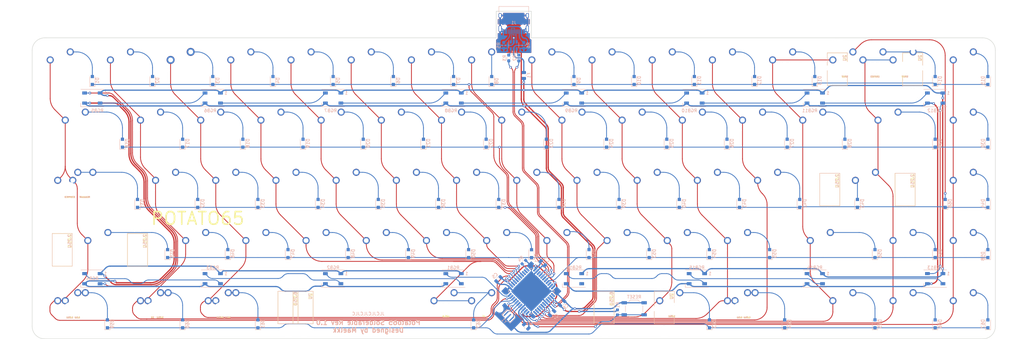
<source format=kicad_pcb>
(kicad_pcb (version 20221018) (generator pcbnew)
  (layers (0 "F.Cu" signal) (31 "B.Cu" signal) (34 "B.Paste" user) (35 "F.Paste" user) (36 "B.SilkS" user "B.Silkscreen") (37 "F.SilkS" user "F.Silkscreen") (38 "B.Mask" user) (39 "F.Mask" user) (44 "Edge.Cuts" user))
  (net 0 "")
  (net 1 "GND")
  (net 2 "VCC")
  (net 3 "D-")
  (net 4 "D+")
  (net 5 "Net-(D42-Pad2)")
  (net 6 "Net-(U2-Pad16)")
  (net 7 "Net-(U2-Pad17)")
  (net 8 "+5V")
  (net 9 "Net-(C7-Pad1)")
  (net 10 "Net-(D1-Pad2)")
  (net 11 "ROW0")
  (net 12 "Net-(D2-Pad2)")
  (net 13 "Net-(D3-Pad2)")
  (net 14 "Net-(D4-Pad2)")
  (net 15 "Net-(D5-Pad2)")
  (net 16 "Net-(D6-Pad2)")
  (net 17 "Net-(D7-Pad2)")
  (net 18 "Net-(D8-Pad2)")
  (net 19 "Net-(D9-Pad2)")
  (net 20 "Net-(D10-Pad2)")
  (net 21 "Net-(D11-Pad2)")
  (net 22 "Net-(D12-Pad2)")
  (net 23 "Net-(D13-Pad2)")
  (net 24 "Net-(D14-Pad2)")
  (net 25 "Net-(D15-Pad2)")
  (net 26 "Net-(D16-Pad2)")
  (net 27 "ROW1")
  (net 28 "Net-(D17-Pad2)")
  (net 29 "Net-(D18-Pad2)")
  (net 30 "Net-(D19-Pad2)")
  (net 31 "Net-(D20-Pad2)")
  (net 32 "Net-(D21-Pad2)")
  (net 33 "Net-(D22-Pad2)")
  (net 34 "Net-(D23-Pad2)")
  (net 35 "Net-(D24-Pad2)")
  (net 36 "Net-(D25-Pad2)")
  (net 37 "Net-(D26-Pad2)")
  (net 38 "Net-(D27-Pad2)")
  (net 39 "Net-(D28-Pad2)")
  (net 40 "Net-(D29-Pad2)")
  (net 41 "Net-(D30-Pad2)")
  (net 42 "Net-(D31-Pad2)")
  (net 43 "ROW2")
  (net 44 "Net-(D32-Pad2)")
  (net 45 "Net-(D33-Pad2)")
  (net 46 "Net-(D34-Pad2)")
  (net 47 "Net-(D35-Pad2)")
  (net 48 "Net-(D36-Pad2)")
  (net 49 "Net-(D37-Pad2)")
  (net 50 "Net-(D38-Pad2)")
  (net 51 "Net-(D39-Pad2)")
  (net 52 "Net-(D40-Pad2)")
  (net 53 "Net-(D41-Pad2)")
  (net 54 "Net-(D43-Pad2)")
  (net 55 "Net-(D44-Pad2)")
  (net 56 "Net-(D45-Pad2)")
  (net 57 "ROW3")
  (net 58 "Net-(D46-Pad2)")
  (net 59 "Net-(D47-Pad2)")
  (net 60 "Net-(D48-Pad2)")
  (net 61 "Net-(D49-Pad2)")
  (net 62 "Net-(D50-Pad2)")
  (net 63 "Net-(D51-Pad2)")
  (net 64 "Net-(D52-Pad2)")
  (net 65 "Net-(D53-Pad2)")
  (net 66 "Net-(D54-Pad2)")
  (net 67 "Net-(D55-Pad2)")
  (net 68 "Net-(D56-Pad2)")
  (net 69 "Net-(D57-Pad2)")
  (net 70 "Net-(D58-Pad2)")
  (net 71 "Net-(D59-Pad2)")
  (net 72 "ROW4")
  (net 73 "Net-(D60-Pad2)")
  (net 74 "Net-(D61-Pad2)")
  (net 76 "Net-(D63-Pad2)")
  (net 77 "Net-(D64-Pad2)")
  (net 78 "Net-(D65-Pad2)")
  (net 79 "Net-(D66-Pad2)")
  (net 80 "Net-(D67-Pad2)")
  (net 82 "Net-(J1-PadA5)")
  (net 83 "Net-(D62-Pad2)")
  (net 84 "Net-(J1-PadB5)")
  (net 85 "COL0")
  (net 86 "COL1")
  (net 87 "COL2")
  (net 88 "COL3")
  (net 89 "COL4")
  (net 90 "COL5")
  (net 91 "COL6")
  (net 92 "COL7")
  (net 93 "COL8")
  (net 94 "COL9")
  (net 95 "COL10")
  (net 96 "COL11")
  (net 97 "COL12")
  (net 98 "COL13")
  (net 99 "COL14")
  (net 100 "Net-(R1-Pad2)")
  (net 101 "Net-(R2-Pad2)")
  (net 102 "Net-(R2-Pad1)")
  (net 103 "Net-(R3-Pad2)")
  (net 104 "Net-(R3-Pad1)")
  (net 105 "Net-(R4-Pad2)")
  (net 106 "RGBLED")
  (net 112 "Net-(RGB1-Pad2)")
  (net 113 "Net-(RGB2-Pad2)")
  (net 114 "Net-(RGB3-Pad2)")
  (net 115 "Net-(RGB4-Pad2)")
  (net 116 "Net-(RGB5-Pad2)")
  (net 117 "Net-(RGB6-Pad2)")
  (net 118 "Net-(RGB7-Pad2)")
  (net 119 "Net-(RGB8-Pad2)")
  (net 120 "Net-(RGB10-Pad4)")
  (net 121 "Net-(RGB10-Pad2)")
  (net 122 "Net-(RGB11-Pad2)")
  (net 123 "Net-(RGB12-Pad2)")
  (net 124 "Net-(RGB13-Pad2)")
  (net 125 "Net-(RGB14-Pad2)")
  (net 126 "Net-(RGB15-Pad2)")
  (net 128 "net-(d68-pad2)")
  (footprint "MX_Alps_Hybrid:MXOnly-1U-NoLED" (layer "F.Cu") (at 345.28125 51.59375)
    (fp_text reference "MX15")
    (fp_text value "MX-NoLED")
  )
  (footprint "MX_Alps_Hybrid:MXOnly-1U-NoLED" (layer "F.Cu") (at 235.74375 108.74375)
    (fp_text reference "MX53")
    (fp_text value "MX-NoLED")
  )
  (footprint "MX_Alps_Hybrid:MXOnly-1U-NoLED" (layer "F.Cu") (at 59.53125 51.59375)
    (fp_text reference "MX1")
    (fp_text value "MX-NoLED")
  )
  (footprint "MX_Alps_Hybrid:MXOnly-1U-NoLED" (layer "F.Cu") (at 78.58125 51.59375)
    (fp_text reference "MX2")
    (fp_text value "MX-NoLED")
  )
  (footprint "MX_Alps_Hybrid:MXOnly-1U-NoLED" (layer "F.Cu") (at 97.63125 51.59375)
    (fp_text reference "MX3")
    (fp_text value "MX-NoLED")
  )
  (footprint "MX_Alps_Hybrid:MXOnly-1U-NoLED" (layer "F.Cu") (at 116.68125 51.59375)
    (fp_text reference "MX4")
    (fp_text value "MX-NoLED")
  )
  (footprint "MX_Alps_Hybrid:MXOnly-1U-NoLED" (layer "F.Cu") (at 135.73125 51.59375)
    (fp_text reference "MX5")
    (fp_text value "MX-NoLED")
  )
  (footprint "MX_Alps_Hybrid:MXOnly-1U-NoLED" (layer "F.Cu") (at 154.78125 51.59375)
    (fp_text reference "MX6")
    (fp_text value "MX-NoLED")
  )
  (footprint "MX_Alps_Hybrid:MXOnly-1U-NoLED" (layer "F.Cu") (at 173.83125 51.59375)
    (fp_text reference "MX7")
    (fp_text value "MX-NoLED")
  )
  (footprint "MX_Alps_Hybrid:MXOnly-1U-NoLED" (layer "F.Cu") (at 192.88125 51.59375)
    (fp_text reference "MX8")
    (fp_text value "MX-NoLED")
  )
  (footprint "MX_Alps_Hybrid:MXOnly-1U-NoLED" (layer "F.Cu") (at 211.93125 51.59375)
    (fp_text reference "MX9")
    (fp_text value "MX-NoLED")
  )
  (footprint "MX_Alps_Hybrid:MXOnly-1U-NoLED" (layer "F.Cu") (at 230.98125 51.59375)
    (fp_text reference "MX10")
    (fp_text value "MX-NoLED")
  )
  (footprint "MX_Alps_Hybrid:MXOnly-1U-NoLED" (layer "F.Cu") (at 250.03125 51.59375)
    (fp_text reference "MX11")
    (fp_text value "MX-NoLED")
  )
  (footprint "MX_Alps_Hybrid:MXOnly-1U-NoLED" (layer "F.Cu") (at 288.13125 51.59375)
    (fp_text reference "MX13")
    (fp_text value "MX-NoLED")
  )
  (footprint "MX_Alps_Hybrid:MXOnly-2U-NoLED" (layer "F.Cu") (at 316.70625 51.59375)
    (fp_text reference "MX14")
    (fp_text value "MX-NoLED")
  )
  (footprint "MX_Alps_Hybrid:MXOnly-1.5U-NoLED" (layer "F.Cu") (at 64.29375 70.64375)
    (fp_text reference "MX16")
    (fp_text value "MX-NoLED")
  )
  (footprint "MX_Alps_Hybrid:MXOnly-1U-NoLED" (layer "F.Cu") (at 88.10625 70.64375)
    (fp_text reference "MX17")
    (fp_text value "MX-NoLED")
  )
  (footprint "MX_Alps_Hybrid:MXOnly-1U-NoLED" (layer "F.Cu") (at 107.15625 70.64375)
    (fp_text reference "MX18")
    (fp_text value "MX-NoLED")
  )
  (footprint "MX_Alps_Hybrid:MXOnly-1U-NoLED" (layer "F.Cu") (at 126.20625 70.64375)
    (fp_text reference "MX19")
    (fp_text value "MX-NoLED")
  )
  (footprint "MX_Alps_Hybrid:MXOnly-1U-NoLED" (layer "F.Cu") (at 145.25625 70.64375)
    (fp_text reference "MX20")
    (fp_text value "MX-NoLED")
  )
  (footprint "MX_Alps_Hybrid:MXOnly-1U-NoLED" (layer "F.Cu") (at 164.30625 70.64375)
    (fp_text reference "MX21")
    (fp_text value "MX-NoLED")
  )
  (footprint "MX_Alps_Hybrid:MXOnly-1U-NoLED" (layer "F.Cu") (at 183.35625 70.64375)
    (fp_text reference "MX22")
    (fp_text value "MX-NoLED")
  )
  (footprint "MX_Alps_Hybrid:MXOnly-1U-NoLED" (layer "F.Cu") (at 202.40625 70.64375)
    (fp_text reference "MX23")
    (fp_text value "MX-NoLED")
  )
  (footprint "MX_Alps_Hybrid:MXOnly-1U-NoLED" (layer "F.Cu") (at 221.45625 70.64375)
    (fp_text reference "MX24")
    (fp_text value "MX-NoLED")
  )
  (footprint "MX_Alps_Hybrid:MXOnly-1U-NoLED" (layer "F.Cu") (at 240.50625 70.64375)
    (fp_text reference "MX25")
    (fp_text value "MX-NoLED")
  )
  (footprint "MX_Alps_Hybrid:MXOnly-1U-NoLED" (layer "F.Cu") (at 259.55625 70.64375)
    (fp_text reference "MX26")
    (fp_text value "MX-NoLED")
  )
  (footprint "MX_Alps_Hybrid:MXOnly-1U-NoLED" (layer "F.Cu") (at 278.60625 70.64375)
    (fp_text reference "MX27")
    (fp_text value "MX-NoLED")
  )
  (footprint "MX_Alps_Hybrid:MXOnly-1U-NoLED" (layer "F.Cu") (at 297.65625 70.64375)
    (fp_text reference "MX28")
    (fp_text value "MX-NoLED")
  )
  (footprint "MX_Alps_Hybrid:MXOnly-1.5U-NoLED" (layer "F.Cu") (at 321.46875 70.64375)
    (fp_text reference "MX29")
    (fp_text value "MX-NoLED")
  )
  (footprint "MX_Alps_Hybrid:MXOnly-1U-NoLED" (layer "F.Cu") (at 345.28125 70.64375)
    (fp_text reference "MX30")
    (fp_text value "MX-NoLED")
  )
  (footprint "MX_Alps_Hybrid:MXOnly-1.75U-NoLED" (layer "F.Cu") (at 66.675 89.69375)
    (fp_text reference "MX31")
    (fp_text value "MX-NoLED")
  )
  (footprint "MX_Alps_Hybrid:MXOnly-1U-NoLED" (layer "F.Cu") (at 92.86875 89.69375)
    (fp_text reference "MX32")
    (fp_text value "MX-NoLED")
  )
  (footprint "MX_Alps_Hybrid:MXOnly-1U-NoLED" (layer "F.Cu") (at 111.91875 89.69375)
    (fp_text reference "MX33")
    (fp_text value "MX-NoLED")
  )
  (footprint "MX_Alps_Hybrid:MXOnly-1U-NoLED" (layer "F.Cu") (at 130.96875 89.69375)
    (fp_text reference "MX34")
    (fp_text value "MX-NoLED")
  )
  (footprint "MX_Alps_Hybrid:MXOnly-1U-NoLED" (layer "F.Cu") (at 150.01875 89.69375)
    (fp_text reference "MX35")
    (fp_text value "MX-NoLED")
  )
  (footprint "MX_Alps_Hybrid:MXOnly-1U-NoLED" (layer "F.Cu") (at 169.06875 89.69375)
    (fp_text reference "MX36")
    (fp_text value "MX-NoLED")
  )
  (footprint "MX_Alps_Hybrid:MXOnly-1U-NoLED" (layer "F.Cu") (at 188.11875 89.69375)
    (fp_text reference "MX37")
    (fp_text value "MX-NoLED")
  )
  (footprint "MX_Alps_Hybrid:MXOnly-1U-NoLED" (layer "F.Cu") (at 207.16875 89.69375)
    (fp_text reference "MX38")
    (fp_text value "MX-NoLED")
  )
  (footprint "MX_Alps_Hybrid:MXOnly-1U-NoLED" (layer "F.Cu") (at 226.21875 89.69375)
    (fp_text reference "MX39")
    (fp_text value "MX-NoLED")
  )
  (footprint "MX_Alps_Hybrid:MXOnly-1U-NoLED" (layer "F.Cu") (at 245.26875 89.69375)
    (fp_text reference "MX40")
    (fp_text value "MX-NoLED")
  )
  (footprint "MX_Alps_Hybrid:MXOnly-1U-NoLED" (layer "F.Cu") (at 264.31875 89.69375)
    (fp_text reference "MX41")
    (fp_text value "MX-NoLED")
  )
  (footprint "MX_Alps_Hybrid:MXOnly-1U-NoLED" (layer "F.Cu") (at 283.36875 89.69375)
    (fp_text reference "MX42")
    (fp_text value "MX-NoLED")
  )
  (footprint "MX_Alps_Hybrid:MXOnly-2.25U-NoLED" (layer "F.Cu") (at 314.325 89.69375)
    (fp_text reference "MX43")
    (fp_text value "MX-NoLED")
  )
  (footprint "MX_Alps_Hybrid:MXOnly-1U-NoLED" (layer "F.Cu") (at 345.28125 89.69375)
    (fp_text reference "MX44")
    (fp_text value "MX-NoLED")
  )
  (footprint "MX_Alps_Hybrid:MXOnly-2.25U-NoLED" (layer "F.Cu") (at 71.4375 108.74375)
    (fp_text reference "MX45")
    (fp_text value "MX-NoLED")
  )
  (footprint "MX_Alps_Hybrid:MXOnly-1U-NoLED" (layer "F.Cu") (at 102.39375 108.74375)
    (fp_text reference "MX46")
    (fp_text value "MX-NoLED")
  )
  (footprint "MX_Alps_Hybrid:MXOnly-1U-NoLED" (layer "F.Cu") (at 121.44375 108.74375)
    (fp_text reference "MX47")
    (fp_text value "MX-NoLED")
  )
  (footprint "MX_Alps_Hybrid:MXOnly-1U-NoLED" (layer "F.Cu") (at 140.49375 108.74375)
    (fp_text reference "MX48")
    (fp_text value "MX-NoLED")
  )
  (footprint "MX_Alps_Hybrid:MXOnly-1U-NoLED" (layer "F.Cu") (at 159.54375 108.74375)
    (fp_text reference "MX49")
    (fp_text value "MX-NoLED")
  )
  (footprint "MX_Alps_Hybrid:MXOnly-1U-NoLED" (layer "F.Cu") (at 178.59375 108.74375)
    (fp_text reference "MX50")
    (fp_text value "MX-NoLED")
  )
  (footprint "MX_Alps_Hybrid:MXOnly-1U-NoLED" (layer "F.Cu") (at 197.64375 108.74375)
    (fp_text reference "MX51")
    (fp_text value "MX-NoLED")
  )
  (footprint "MX_Alps_Hybrid:MXOnly-1U-NoLED" (layer "F.Cu") (at 216.69375 108.74375)
    (fp_text reference "MX52")
    (fp_text value "MX-NoLED")
  )
  (footprint "MX_Alps_Hybrid:MXOnly-1U-NoLED" (layer "F.Cu") (at 254.79375 108.74375)
    (fp_text reference "MX54")
    (fp_text value "MX-NoLED")
  )
  (footprint "MX_Alps_Hybrid:MXOnly-1U-NoLED" (layer "F.Cu") (at 273.84375 108.74375)
    (fp_text reference "MX55")
    (fp_text value "MX-NoLED")
  )
  (footprint "MX_Alps_Hybrid:MXOnly-1.75U-NoLED" (layer "F.Cu") (at 300.0375 108.74375)
    (fp_text reference "MX56")
    (fp_text value "MX-NoLED")
  )
  (footprint "MX_Alps_Hybrid:MXOnly-1U-NoLED" (layer "F.Cu") (at 326.23125 108.74375)
    (fp_text reference "MX57")
    (fp_text value "MX-NoLED")
  )
  (footprint "MX_Alps_Hybrid:MXOnly-1U-NoLED" (layer "F.Cu") (at 345.28125 108.74375)
    (fp_text reference "MX58")
    (fp_text value "MX-NoLED")
  )
  (footprint "MX_Alps_Hybrid:MXOnly-1.25U-NoLED" (layer "F.Cu") (at 61.9125 127.79375)
    (fp_text reference "MX59")
    (fp_text value "MX-NoLED")
  )
  (footprint "MX_Alps_Hybrid:MXOnly-1.25U-NoLED" (layer "F.Cu") (at 90.4875 127.79375)
    (fp_text reference "MX60")
    (fp_text value "MX-NoLED")
  )
  (footprint "MX_Alps_Hybrid:MXOnly-1.25U-NoLED" (layer "F.Cu") (at 109.5375 127.79375)
    (fp_text reference "MX61")
    (fp_text value "MX-NoLED")
  )
  (footprint "MX_Alps_Hybrid:MXOnly-6.25U-ReversedStabilizers-NoLED" (layer "F.Cu") (at 180.975 127.79375)
    (fp_text reference "MX62")
    (fp_text value "MX-NoLED")
  )
  (footprint "MX_Alps_Hybrid:MXOnly-1.25U-NoLED" (layer "F.Cu") (at 252.4125 127.79375)
    (fp_text reference "MX63")
    (fp_text value "MX-NoLED")
  )
  (footprint "MX_Alps_Hybrid:MXOnly-1.25U-NoLED" (layer "F.Cu") (at 276.225 127.79375)
    (fp_text reference "MX64")
    (fp_text value "MX-NoLED")
  )
  (footprint "MX_Alps_Hybrid:MXOnly-1U-NoLED" (layer "F.Cu") (at 307.18125 127.79375)
    (fp_text reference "MX65")
    (fp_text value "MX-NoLED")
  )
  (footprint "MX_Alps_Hybrid:MXOnly-1U-NoLED" (layer "F.Cu") (at 326.23125 127.79375)
    (fp_text reference "MX66")
    (fp_text value "MX-NoLED")
  )
  (footprint "MX_Alps_Hybrid:MXOnly-1U-NoLED" (layer "F.Cu") (at 345.28125 127.79375)
    (fp_text reference "MX67")
    (fp_text value "MX-NoLED")
  )
  (footprint "MX_Alps_Hybrid:MXOnly-1U-NoLED" (layer "F.Cu") (at 269.08125 51.59375)
    (fp_text reference "MX12")
    (fp_text value "MX-NoLED")
  )
  (footprint "MX_Alps_Hybrid:MXOnly-1.5U-NoLED" (layer "F.Cu") (at 111.91875 127.79375)
    (fp_text reference "REF**")
    (fp_text value "1.5U")
  )
  (footprint "MX_Alps_Hybrid:MXOnly-7U-ReversedStabilizers-NoLED" (layer "F.Cu") (at 192.88125 127.79375)
    (fp_text reference "REF**")
    (fp_text value "7U")
  )
  (footprint "MX_Alps_Hybrid:MXOnly-1.5U-NoLED" (layer "F.Cu") (at 273.84375 127.79375)
    (fp_text reference "REF**")
    (fp_text value "1.5U")
  )
  (footprint "MX_Alps_Hybrid:MXOnly-1U-NoLED" (layer "F.Cu") (at 307.18125 51.59375)
    (fp_text reference "MX13")
    (fp_text value "MX-NoLED")
  )
  (footprint "MX_Alps_Hybrid:MXOnly-1.5U-NoLED" (layer "F.Cu") (at 64.29375 127.79375)
    (fp_text reference "REF**")
    (fp_text value "1.5U")
  )
  (footprint "" (layer "F.Cu") (at 344.4875 46.0375)
    (fp_text reference "")
    (fp_text value "")
  )
  (footprint "MX_Alps_Hybrid:MXOnly-1U-NoLED" (layer "F.Cu") (at 326.23125 51.59375)
    (fp_text reference "MX13")
    (fp_text value "MX-NoLED")
  )
  (footprint "JLC:ToolingHole_1.152mm_(for_JLCPCB_SMT)" (layer "F.Cu") (at 56.35625 46.0375)
    (fp_text reference "")
    (fp_text value "ToolingHole_1.152mm_(for_JLCPCB_SMT)")
  )
  (footprint "MX_Alps_Hybrid:MXOnly-1U-NoLED" (layer "F.Cu") (at 88.10625 127.79375)
    (fp_text reference "MX13")
    (fp_text value "MX-NoLED")
  )
  (footprint "MX_Alps_Hybrid:MXOnly-1.25U-NoLED" (layer "F.Cu") (at 61.9125 89.69375)
    (fp_text reference "MX59")
    (fp_text value "MX-NoLED")
  )
  (footprint "JLC:ToolingHole_1.152mm_(for_JLCPCB_SMT)" (layer "F.Cu") (at 348.45625 130.96875)
    (fp_text reference "" hide)
    (fp_text value "ToolingHole_1.152mm_(for_JLCPCB_SMT)")
  )
  (footprint "JLC:ToolingHole_1.152mm_(for_JLCPCB_SMT)" (layer "F.Cu") (at 55.245 131.445)
    (fp_text reference "")
    (fp_text value "ToolingHole_1.152mm_(for_JLCPCB_SMT)")
  )
  (footprint "Capacitor_SMD:C_0805_2012Metric" (layer "B.Cu") (at 211.582 113.411 -45)
    (fp_text reference "C3")
    (fp_text value "0.1uF")
  )
  (footprint "Capacitor_SMD:C_0805_2012Metric" (layer "B.Cu") (at 206.375 133.35 135)
    (fp_text reference "C4")
    (fp_text value "0.1uF")
  )
  (footprint "Capacitor_SMD:C_0805_2012Metric" (layer "B.Cu") (at 197.612 118.491 -135)
    (fp_text reference "C5")
    (fp_text value "0.1uF")
  )
  (footprint "Capacitor_SMD:C_0805_2012Metric" (layer "B.Cu") (at 217.678 125.984 45)
    (fp_text reference "C6")
    (fp_text value "10uF")
  )
  (footprint "Capacitor_SMD:C_0805_2012Metric" (layer "B.Cu") (at 214.503 129.159 45)
    (fp_text reference "C7")
    (fp_text value "1uF")
  )
  (footprint "Diode_SMD:D_SOD-323_HandSoldering" (layer "B.Cu") (at 69.05625 55.5625 90)
    (fp_text reference "D1")
    (fp_text value "D_Small")
  )
  (footprint "Diode_SMD:D_SOD-323_HandSoldering" (layer "B.Cu") (at 88.10625 55.5625 90)
    (fp_text reference "D2")
    (fp_text value "D_Small")
  )
  (footprint "Diode_SMD:D_SOD-323_HandSoldering" (layer "B.Cu") (at 107.15625 55.5625 90)
    (fp_text reference "D3")
    (fp_text value "D_Small")
  )
  (footprint "Diode_SMD:D_SOD-323_HandSoldering" (layer "B.Cu") (at 126.20625 55.5625 90)
    (fp_text reference "D4")
    (fp_text value "D_Small")
  )
  (footprint "Diode_SMD:D_SOD-323_HandSoldering" (layer "B.Cu") (at 145.25625 55.5625 90)
    (fp_text reference "D5")
    (fp_text value "D_Small")
  )
  (footprint "Diode_SMD:D_SOD-323_HandSoldering" (layer "B.Cu") (at 164.30625 55.5625 90)
    (fp_text reference "D6")
    (fp_text value "D_Small")
  )
  (footprint "Diode_SMD:D_SOD-323_HandSoldering" (layer "B.Cu") (at 183.35625 55.5625 90)
    (fp_text reference "D7")
    (fp_text value "D_Small")
  )
  (footprint "Diode_SMD:D_SOD-323_HandSoldering" (layer "B.Cu") (at 195.42 55.5625 90)
    (fp_text reference "D8")
    (fp_text value "D_Small")
  )
  (footprint "Diode_SMD:D_SOD-323_HandSoldering" (layer "B.Cu") (at 221.45625 55.5625 90)
    (fp_text reference "D9")
    (fp_text value "D_Small")
  )
  (footprint "Diode_SMD:D_SOD-323_HandSoldering" (layer "B.Cu") (at 240.50625 55.5625 90)
    (fp_text reference "D10")
    (fp_text value "D_Small")
  )
  (footprint "Diode_SMD:D_SOD-323_HandSoldering" (layer "B.Cu") (at 259.55625 55.5625 90)
    (fp_text reference "D11")
    (fp_text value "D_Small")
  )
  (footprint "Diode_SMD:D_SOD-323_HandSoldering" (layer "B.Cu") (at 278.60625 55.5625 90)
    (fp_text reference "D12")
    (fp_text value "D_Small")
  )
  (footprint "Diode_SMD:D_SOD-323_HandSoldering" (layer "B.Cu") (at 297.65625 55.5625 90)
    (fp_text reference "D13")
    (fp_text value "D_Small")
  )
  (footprint "Diode_SMD:D_SOD-323_HandSoldering" (layer "B.Cu") (at 335.75625 55.5625 90)
    (fp_text reference "D14")
    (fp_text value "D_Small")
  )
  (footprint "Diode_SMD:D_SOD-323_HandSoldering" (layer "B.Cu") (at 78.58125 75.40625 90)
    (fp_text reference "D16")
    (fp_text value "D_Small")
  )
  (footprint "Diode_SMD:D_SOD-323_HandSoldering" (layer "B.Cu") (at 97.63125 75.40625 90)
    (fp_text reference "D17")
    (fp_text value "D_Small")
  )
  (footprint "Diode_SMD:D_SOD-323_HandSoldering" (layer "B.Cu") (at 116.68125 75.40625 90)
    (fp_text reference "D18")
    (fp_text value "D_Small")
  )
  (footprint "Diode_SMD:D_SOD-323_HandSoldering" (layer "B.Cu") (at 135.73125 75.40625 90)
    (fp_text reference "D19")
    (fp_text value "D_Small")
  )
  (footprint "Diode_SMD:D_SOD-323_HandSoldering" (layer "B.Cu") (at 154.78125 75.40625 90)
    (fp_text reference "D20")
    (fp_text value "D_Small")
  )
  (footprint "Diode_SMD:D_SOD-323_HandSoldering" (layer "B.Cu") (at 173.83125 75.40625 90)
    (fp_text reference "D21")
    (fp_text value "D_Small")
  )
  (footprint "Diode_SMD:D_SOD-323_HandSoldering" (layer "B.Cu") (at 193.675 75.40625 90)
    (fp_text reference "D22")
    (fp_text value "D_Small")
  )
  (footprint "Diode_SMD:D_SOD-323_HandSoldering" (layer "B.Cu") (at 212.725 75.40625 90)
    (fp_text reference "D23")
    (fp_text value "D_Small")
  )
  (footprint "Diode_SMD:D_SOD-323_HandSoldering" (layer "B.Cu") (at 231.775 75.40625 90)
    (fp_text reference "D24")
    (fp_text value "D_Small")
  )
  (footprint "Diode_SMD:D_SOD-323_HandSoldering" (layer "B.Cu") (at 269.875 75.40625 90)
    (fp_text reference "D26")
    (fp_text value "D_Small")
  )
  (footprint "Diode_SMD:D_SOD-323_HandSoldering" (layer "B.Cu") (at 307.18125 75.40625 90)
    (fp_text reference "D28")
    (fp_text value "D_Small")
  )
  (footprint "Diode_SMD:D_SOD-323_HandSoldering" (layer "B.Cu") (at 335.75625 75.40625 90)
    (fp_text reference "D29")
    (fp_text value "D_Small")
  )
  (footprint "Diode_SMD:D_SOD-323_HandSoldering" (layer "B.Cu") (at 352.425 75.40625 90)
    (fp_text reference "D30")
    (fp_text value "D_Small")
  )
  (footprint "Diode_SMD:D_SOD-323_HandSoldering" (layer "B.Cu") (at 83.34375 94.45625 90)
    (fp_text reference "D31")
    (fp_text value "D_Small")
  )
  (footprint "Diode_SMD:D_SOD-323_HandSoldering" (layer "B.Cu") (at 102.39375 94.45625 90)
    (fp_text reference "D32")
    (fp_text value "D_Small")
  )
  (footprint "Diode_SMD:D_SOD-323_HandSoldering" (layer "B.Cu") (at 121.44375 94.45625 90)
    (fp_text reference "D33")
    (fp_text value "D_Small")
  )
  (footprint "Diode_SMD:D_SOD-323_HandSoldering" (layer "B.Cu") (at 140.49375 94.45625 90)
    (fp_text reference "D34")
    (fp_text value "D_Small")
  )
  (footprint "Diode_SMD:D_SOD-323_HandSoldering" (layer "B.Cu") (at 159.54375 94.45625 90)
    (fp_text reference "D35")
    (fp_text value "D_Small")
  )
  (footprint "Diode_SMD:D_SOD-323_HandSoldering" (layer "B.Cu") (at 178.59375 94.45625 90)
    (fp_text reference "D36")
    (fp_text value "D_Small")
  )
  (footprint "Diode_SMD:D_SOD-323_HandSoldering" (layer "B.Cu") (at 197.64375 94.45625 90)
    (fp_text reference "D37")
    (fp_text value "D_Small")
  )
  (footprint "Diode_SMD:D_SOD-323_HandSoldering" (layer "B.Cu") (at 216.69375 94.45625 90)
    (fp_text reference "D38")
    (fp_text value "D_Small")
  )
  (footprint "Diode_SMD:D_SOD-323_HandSoldering" (layer "B.Cu") (at 235.74375 94.45625 90)
    (fp_text reference "D39")
    (fp_text value "D_Small")
  )
  (footprint "Diode_SMD:D_SOD-323_HandSoldering" (layer "B.Cu") (at 254.79375 94.45625 90)
    (fp_text reference "D40")
    (fp_text value "D_Small")
  )
  (footprint "Diode_SMD:D_SOD-323_HandSoldering" (layer "B.Cu") (at 273.84375 94.45625 90)
    (fp_text reference "D41")
    (fp_text value "D_Small")
  )
  (footprint "Diode_SMD:D_SOD-323_HandSoldering" (layer "B.Cu") (at 292.89375 94.45625 90)
    (fp_text reference "D42")
    (fp_text value "D_Small")
  )
  (footprint "Diode_SMD:D_SOD-323_HandSoldering" (layer "B.Cu") (at 311.15 94.45625 90)
    (fp_text reference "D43")
    (fp_text value "D_Small")
  )
  (footprint "Diode_SMD:D_SOD-323_HandSoldering" (layer "B.Cu") (at 352.425 94.45625 90)
    (fp_text reference "D44")
    (fp_text value "D_Small")
  )
  (footprint "Diode_SMD:D_SOD-323_HandSoldering" (layer "B.Cu") (at 92.86875 110.33125 90)
    (fp_text reference "D45")
    (fp_text value "D_Small")
  )
  (footprint "Diode_SMD:D_SOD-323_HandSoldering" (layer "B.Cu") (at 111.91875 110.33125 90)
    (fp_text reference "D46")
    (fp_text value "D_Small")
  )
  (footprint "Diode_SMD:D_SOD-323_HandSoldering" (layer "B.Cu") (at 130.96875 110.33125 90)
    (fp_text reference "D47")
    (fp_text value "D_Small")
  )
  (footprint "Diode_SMD:D_SOD-323_HandSoldering" (layer "B.Cu") (at 150.01875 110.33125 90)
    (fp_text reference "D48")
    (fp_text value "D_Small")
  )
  (footprint "Diode_SMD:D_SOD-323_HandSoldering" (layer "B.Cu") (at 169.06875 110.33125 90)
    (fp_text reference "D49")
    (fp_text value "D_Small")
  )
  (footprint "Diode_SMD:D_SOD-323_HandSoldering" (layer "B.Cu") (at 188.11875 110.33125 90)
    (fp_text reference "D50")
    (fp_text value "D_Small")
  )
  (footprint "Diode_SMD:D_SOD-323_HandSoldering" (layer "B.Cu") (at 208.026 110.363 90)
    (fp_text reference "D51")
    (fp_text value "D_Small")
  )
  (footprint "Diode_SMD:D_SOD-323_HandSoldering" (layer "B.Cu") (at 226.21875 110.33125 90)
    (fp_text reference "D52")
    (fp_text value "D_Small")
  )
  (footprint "Diode_SMD:D_SOD-323_HandSoldering" (layer "B.Cu") (at 245.26875 110.33125 90)
    (fp_text reference "D53")
    (fp_text value "D_Small")
  )
  (footprint "Diode_SMD:D_SOD-323_HandSoldering" (layer "B.Cu") (at 264.31875 110.33125 90)
    (fp_text reference "D54")
    (fp_text value "D_Small")
  )
  (footprint "Diode_SMD:D_SOD-323_HandSoldering" (layer "B.Cu") (at 283.36875 110.33125 90)
    (fp_text reference "D55")
    (fp_text value "D_Small")
  )
  (footprint "Diode_SMD:D_SOD-323_HandSoldering" (layer "B.Cu") (at 316.70625 110.33125 90)
    (fp_text reference "D56")
    (fp_text value "D_Small")
  )
  (footprint "Diode_SMD:D_SOD-323_HandSoldering" (layer "B.Cu") (at 335.75625 110.33125 90)
    (fp_text reference "D57")
    (fp_text value "D_Small")
  )
  (footprint "Diode_SMD:D_SOD-323_HandSoldering" (layer "B.Cu") (at 352.425 110.33125 90)
    (fp_text reference "D58")
    (fp_text value "D_Small")
  )
  (footprint "Diode_SMD:D_SOD-323_HandSoldering" (layer "B.Cu") (at 73.81875 132.55625 90)
    (fp_text reference "D59")
    (fp_text value "D_Small")
  )
  (footprint "Diode_SMD:D_SOD-323_HandSoldering" (layer "B.Cu") (at 97.63125 132.55625 90)
    (fp_text reference "D60")
    (fp_text value "D_Small")
  )
  (footprint "Diode_SMD:D_SOD-323_HandSoldering" (layer "B.Cu") (at 121.44375 132.55625 90)
    (fp_text reference "D61")
    (fp_text value "D_Small")
  )
  (footprint "Diode_SMD:D_SOD-323_HandSoldering" (layer "B.Cu") (at 189.70625 132.55625 90)
    (fp_text reference "D62")
    (fp_text value "D_Small")
  )
  (footprint "Diode_SMD:D_SOD-323_HandSoldering" (layer "B.Cu") (at 264.31875 132.55625 90)
    (fp_text reference "D63")
    (fp_text value "D_Small")
  )
  (footprint "Diode_SMD:D_SOD-323_HandSoldering" (layer "B.Cu") (at 288.13125 132.55625 90)
    (fp_text reference "D64")
    (fp_text value "D_Small")
  )
  (footprint "Diode_SMD:D_SOD-323_HandSoldering" (layer "B.Cu") (at 316.70625 132.55625 90)
    (fp_text reference "D65")
    (fp_text value "D_Small")
  )
  (footprint "Diode_SMD:D_SOD-323_HandSoldering" (layer "B.Cu") (at 335.75625 132.55625 90)
    (fp_text reference "D66")
    (fp_text value "D_Small")
  )
  (footprint "Diode_SMD:D_SOD-323_HandSoldering" (layer "B.Cu") (at 352.425 132.55625 90)
    (fp_text reference "D67")
    (fp_text value "D_Small")
  )
  (footprint "Fuse:Fuse_0805_2012Metric" (layer "B.Cu") (at 205.58125 53.975 90)
    (fp_text reference "F1")
    (fp_text value "Polyfuse_Small")
  )
  (footprint "Connector_USB:USB_C_Receptacle_HRO_TYPE-C-31-M-12" (layer "B.Cu") (at 202.40625 36.04013)
    (fp_text reference "J1")
    (fp_text value "USB_C_Receptacle")
  )
  (footprint "Resistor_SMD:R_0603_1608Metric" (layer "B.Cu") (at 235.204 128.9304 -90)
    (fp_text reference "R1")
    (fp_text value "10k")
  )
  (footprint "Resistor_SMD:R_0603_1608Metric_Pad0.98x0.95mm_HandSolder" (layer "B.Cu") (at 203.99375 48.41875 90)
    (fp_text reference "R2")
    (fp_text value "22")
  )
  (footprint "Resistor_SMD:R_0603_1608Metric_Pad0.98x0.95mm_HandSolder" (layer "B.Cu") (at 200.81875 48.41875 90)
    (fp_text reference "R3")
    (fp_text value "22")
  )
  (footprint "Resistor_SMD:R_0603_1608Metric" (layer "B.Cu") (at 205.613 113.03 -135)
    (fp_text reference "R4")
    (fp_text value "10k")
  )
  (footprint "Resistor_SMD:R_0603_1608Metric_Pad0.98x0.95mm_HandSolder" (layer "B.Cu") (at 205.58125 44.45 90)
    (fp_text reference "R6")
    (fp_text value "5.1k")
  )
  (footprint "Button_Switch_SMD:SW_SPST_TL3342" (layer "B.Cu") (at 240.50625 127.79375 180)
    (fp_text reference "RESET")
    (fp_text value "SW_Push")
  )
  (footprint "Package_TO_SOT_SMD:SOT-23-6" (layer "B.Cu") (at 202.40625 44.45 -90)
    (fp_text reference "U1")
    (fp_text value "USBLC6-2SC6")
  )
  (footprint "Package_QFP:TQFP-44_10x10mm_P0.8mm" (layer "B.Cu") (at 207.9625 122.2375 135)
    (fp_text reference "U2")
    (fp_text value "ATmega32U4-AU")
  )
  (footprint "Crystal:Resonator_SMD_Murata_CSTxExxV-3Pin_3.0x1.1mm" (layer "B.Cu") (at 200.81875 130.175 -45)
    (fp_text reference "Y1")
    (fp_text value "16Mhz")
  )
  (footprint "Diode_SMD:D_SOD-323_HandSoldering" (layer "B.Cu") (at 352.425 55.5625 90)
    (fp_text reference "D15")
    (fp_text value "D_Small")
  )
  (footprint "Diode_SMD:D_SOD-323_HandSoldering" (layer "B.Cu") (at 250.825 75.40625 90)
    (fp_text reference "D25")
    (fp_text value "D_Small")
  )
  (footprint "Diode_SMD:D_SOD-323_HandSoldering" (layer "B.Cu") (at 288.925 75.40625 90)
    (fp_text reference "D27")
    (fp_text value "D_Small")
  )
  (footprint "Resistor_SMD:R_0603_1608Metric_Pad0.98x0.95mm_HandSolder" (layer "B.Cu") (at 199.23125 44.45 90)
    (fp_text reference "R5")
    (fp_text value "5.1k")
  )
  (footprint "LED_SMD:LED_WS2812B_PLCC4_5.0x5.0mm_P3.2mm" (layer "B.Cu") (at 335.75625 118.26875 180)
    (fp_text reference "RGB13")
    (fp_text value "WS2812B")
  )
  (footprint "LED_SMD:LED_WS2812B_PLCC4_5.0x5.0mm_P3.2mm" (layer "B.Cu") (at 107.15625 118.26875 180)
    (fp_text reference "RGB3")
    (fp_text value "WS2812B")
  )
  (footprint "LED_SMD:LED_WS2812B_PLCC4_5.0x5.0mm_P3.2mm" (layer "B.Cu") (at 107.15625 61.11875 180)
    (fp_text reference "RGB6")
    (fp_text value "WS2812B")
  )
  (footprint "LED_SMD:LED_WS2812B_PLCC4_5.0x5.0mm_P3.2mm" (layer "B.Cu") (at 297.65625 61.11875 180)
    (fp_text reference "RGB11")
    (fp_text value "WS2812B")
  )
  (footprint "LED_SMD:LED_WS2812B_PLCC4_5.0x5.0mm_P3.2mm" (layer "B.Cu") (at 183.35625 61.11875 180)
    (fp_text reference "RGB8")
    (fp_text value "WS2812B")
  )
  (footprint "LED_SMD:LED_WS2812B_PLCC4_5.0x5.0mm_P3.2mm" (layer "B.Cu") (at 297.65625 118.26875 180)
    (fp_text reference "RGB14")
    (fp_text value "WS2812B")
  )
  (footprint "LED_SMD:LED_WS2812B_PLCC4_5.0x5.0mm_P3.2mm" (layer "B.Cu") (at 221.45625 61.11875 180)
    (fp_text reference "RGB9")
    (fp_text value "WS2812B")
  )
  (footprint "LED_SMD:LED_WS2812B_PLCC4_5.0x5.0mm_P3.2mm" (layer "B.Cu") (at 259.55625 61.11875 180)
    (fp_text reference "RGB10")
    (fp_text value "WS2812B")
  )
  (footprint "LED_SMD:LED_WS2812B_PLCC4_5.0x5.0mm_P3.2mm" (layer "B.Cu") (at 69.05625 61.11875 180)
    (fp_text reference "RGB5")
    (fp_text value "WS2812B")
  )
  (footprint "Diode_SMD:D_SOD-323_HandSoldering" (layer "B.Cu") (at 338.93125 94.45625 90)
    (fp_text reference "D68")
    (fp_text value "D_Small")
  )
  (footprint "LED_SMD:LED_WS2812B_PLCC4_5.0x5.0mm_P3.2mm" (layer "B.Cu") (at 260.35 118.26875 180)
    (fp_text reference "RGB15")
    (fp_text value "WS2812B")
  )
  (footprint "LED_SMD:LED_WS2812B_PLCC4_5.0x5.0mm_P3.2mm" (layer "B.Cu") (at 183.35625 118.26875 180)
    (fp_text reference "RGB1")
    (fp_text value "WS2812B")
  )
  (footprint "LED_SMD:LED_WS2812B_PLCC4_5.0x5.0mm_P3.2mm" (layer "B.Cu") (at 145.25625 118.26875 180)
    (fp_text reference "RGB2")
    (fp_text value "WS2812B")
  )
  (footprint "LED_SMD:LED_WS2812B_PLCC4_5.0x5.0mm_P3.2mm" (layer "B.Cu") (at 145.25625 61.11875 180)
    (fp_text reference "RGB7")
    (fp_text value "WS2812B")
  )
  (footprint "LED_SMD:LED_WS2812B_PLCC4_5.0x5.0mm_P3.2mm" (layer "B.Cu") (at 69.05625 118.26875 180)
    (fp_text reference "RGB4")
    (fp_text value "WS2812B")
  )
  (footprint "LED_SMD:LED_WS2812B_PLCC4_5.0x5.0mm_P3.2mm" (layer "B.Cu") (at 221.45625 118.26875 180)
    (fp_text reference "RGB16")
    (fp_text value "WS2812B")
  )
  (footprint "LED_SMD:LED_WS2812B_PLCC4_5.0x5.0mm_P3.2mm" (layer "B.Cu") (at 335.75625 61.11875 180)
    (fp_text reference "RGB12")
    (fp_text value "WS2812B")
  )
  (gr_line (start 307.975 46.83125) (end 307.975 49.6) (stroke (width 0.12)) (layer "B.SilkS"))
  (gr_line (start 307.975 57.15) (end 307.975 54.737) (stroke (width 0.12)) (layer "B.SilkS"))
  (gr_line (start 62.70625 103.98125) (end 62.70625 114.3) (stroke (width 0.12)) (layer "B.SilkS"))
  (gr_line (start 299.24375 95.25) (end 299.24375 84.93125) (stroke (width 0.12)) (layer "B.SilkS"))
  (gr_line (start 325.4375 46.83125) (end 327.616153 46.83125) (stroke (width 0.12)) (layer "B.SilkS"))
  (gr_line (start 329.40625 84.93125) (end 329.40625 95.25) (stroke (width 0.12)) (layer "B.SilkS"))
  (gr_line (start 307.975 57.15) (end 301.625 57.15) (stroke (width 0.12)) (layer "B.SilkS"))
  (gr_line (start 227.80625 122.2375) (end 227.80625 132.55625) (stroke (width 0.12)) (layer "B.SilkS"))
  (gr_line (start 325.4375 57.531) (end 325.4375 54.737) (stroke (width 0.12)) (layer "B.SilkS"))
  (gr_line (start 234.15625 122.2375) (end 227.80625 122.2375) (stroke (width 0.12)) (layer "B.SilkS"))
  (gr_line (start 325.4375 46.83125) (end 325.4375 49.6) (stroke (width 0.12)) (layer "B.SilkS"))
  (gr_line (start 138.90625 122.2375) (end 138.90625 132.55625) (stroke (width 0.12)) (layer "B.SilkS"))
  (gr_line (start 56.35625 114.3) (end 56.35625 103.98125) (stroke (width 0.12)) (layer "B.SilkS"))
  (gr_line (start 331.7875 46.825) (end 331.7875 50.770001) (stroke (width 0.12)) (layer "B.SilkS"))
  (gr_line (start 305.59375 84.93125) (end 299.24375 84.93125) (stroke (width 0.12)) (layer "B.SilkS"))
  (gr_line (start 246.85625 132.55625) (end 246.85625 128.6002) (stroke (width 0.12)) (layer "B.SilkS"))
  (gr_line (start 253.20625 122.2375) (end 253.20625 125.8824) (stroke (width 0.12)) (layer "B.SilkS"))
  (gr_line (start 253.20625 122.2375) (end 246.85625 122.2375) (stroke (width 0.12)) (layer "B.SilkS"))
  (gr_line (start 134.14375 122.2375) (end 134.14375 132.55625) (stroke (width 0.12)) (layer "B.SilkS"))
  (gr_line (start 234.15625 132.55625) (end 234.15625 122.2375) (stroke (width 0.12)) (layer "B.SilkS"))
  (gr_line (start 127.79375 122.2375) (end 138.90625 122.2375) (stroke (width 0.12)) (layer "B.SilkS"))
  (gr_line (start 62.70625 114.3) (end 56.35625 114.3) (stroke (width 0.12)) (layer "B.SilkS"))
  (gr_line (start 127.79375 122.2375) (end 127.79375 132.55625) (stroke (width 0.12)) (layer "B.SilkS"))
  (gr_line (start 132.55625 132.55625) (end 132.55625 122.2375) (stroke (width 0.12)) (layer "B.SilkS"))
  (gr_line (start 329.40625 95.25) (end 323.05625 95.25) (stroke (width 0.12)) (layer "B.SilkS"))
  (gr_line (start 323.05625 95.25) (end 323.05625 84.93125) (stroke (width 0.12)) (layer "B.SilkS"))
  (gr_line (start 331.7875 57.15) (end 325.4375 57.15) (stroke (width 0.12)) (layer "B.SilkS"))
  (gr_line (start 301.625 57.15) (end 301.625 52.4) (stroke (width 0.12)) (layer "B.SilkS"))
  (gr_line (start 127.79375 132.55625) (end 132.55625 132.55625) (stroke (width 0.12)) (layer "B.SilkS"))
  (gr_line (start 80.16875 114.3) (end 80.16875 103.98125) (stroke (width 0.12)) (layer "B.SilkS"))
  (gr_line (start 62.70625 103.98125) (end 56.35625 103.98125) (stroke (width 0.12)) (layer "B.SilkS"))
  (gr_line (start 234.15625 132.55625) (end 227.80625 132.55625) (stroke (width 0.12)) (layer "B.SilkS"))
  (gr_line (start 305.59375 95.25) (end 299.24375 95.25) (stroke (width 0.12)) (layer "B.SilkS"))
  (gr_line (start 246.85625 122.2121) (end 246.85625 126.9746) (stroke (width 0.12)) (layer "B.SilkS"))
  (gr_line (start 329.946 46.83125) (end 331.7875 46.83125) (stroke (width 0.12)) (layer "B.SilkS"))
  (gr_line (start 86.51875 103.98125) (end 80.16875 103.98125) (stroke (width 0.12)) (layer "B.SilkS"))
  (gr_line (start 329.40625 84.93125) (end 323.05625 84.93125) (stroke (width 0.12)) (layer "B.SilkS"))
  (gr_line (start 86.51875 114.3) (end 80.16875 114.3) (stroke (width 0.12)) (layer "B.SilkS"))
  (gr_line (start 253.20625 132.55625) (end 246.85625 132.55625) (stroke (width 0.12)) (layer "B.SilkS"))
  (gr_line (start 86.51875 103.98125) (end 86.51875 114.3) (stroke (width 0.12)) (layer "B.SilkS"))
  (gr_line (start 253.20625 132.591175) (end 253.20625 130.565525) (stroke (width 0.12)) (layer "B.SilkS"))
  (gr_line (start 138.90625 132.55625) (end 127.79375 132.55625) (stroke (width 0.12)) (layer "B.SilkS"))
  (gr_line (start 307.975 46.83125) (end 301.625 46.83125) (stroke (width 0.12)) (layer "B.SilkS"))
  (gr_line (start 331.7875 57.16935) (end 331.7875 52.4) (stroke (width 0.12)) (layer "B.SilkS"))
  (gr_line (start 301.625 46.83125) (end 301.625 50.776251) (stroke (width 0.12)) (layer "B.SilkS"))
  (gr_line (start 305.59375 84.93125) (end 305.59375 95.25) (stroke (width 0.12)) (layer "B.SilkS"))
  (gr_line (start 329.946 46.83125) (end 331.7875 46.83125) (stroke (width 0.12)) (layer "F.SilkS"))
  (gr_line (start 307.975 57.15) (end 307.975 54.737) (stroke (width 0.12)) (layer "F.SilkS"))
  (gr_line (start 227.80625 132.55625) (end 234.15625 132.55625) (stroke (width 0.12)) (layer "F.SilkS"))
  (gr_line (start 301.625 46.83125) (end 307.975 46.83125) (stroke (width 0.12)) (layer "F.SilkS"))
  (gr_line (start 246.85625 132.55625) (end 246.85625 128.6002) (stroke (width 0.12)) (layer "F.SilkS"))
  (gr_line (start 299.24375 84.93125) (end 305.59375 84.93125) (stroke (width 0.12)) (layer "F.SilkS"))
  (gr_line (start 329.40625 95.25) (end 329.40625 84.93125) (stroke (width 0.12)) (layer "F.SilkS"))
  (gr_line (start 132.55625 132.55625) (end 138.90625 132.55625) (stroke (width 0.12)) (layer "F.SilkS"))
  (gr_line (start 246.85625 122.2375) (end 253.20625 122.2375) (stroke (width 0.12)) (layer "F.SilkS"))
  (gr_line (start 299.24375 95.25) (end 305.59375 95.25) (stroke (width 0.12)) (layer "F.SilkS"))
  (gr_line (start 227.80625 122.2375) (end 227.80625 132.55625) (stroke (width 0.12)) (layer "F.SilkS"))
  (gr_line (start 299.24375 84.93125) (end 299.24375 95.25) (stroke (width 0.12)) (layer "F.SilkS"))
  (gr_line (start 56.35625 103.98125) (end 62.70625 103.98125) (stroke (width 0.12)) (layer "F.SilkS"))
  (gr_line (start 80.16875 103.98125) (end 86.51875 103.98125) (stroke (width 0.12)) (layer "F.SilkS"))
  (gr_line (start 62.70625 114.3) (end 62.70625 103.98125) (stroke (width 0.12)) (layer "F.SilkS"))
  (gr_line (start 325.4375 57.15) (end 331.7875 57.15) (stroke (width 0.12)) (layer "F.SilkS"))
  (gr_line (start 127.79375 122.2375) (end 134.14375 122.2375) (stroke (width 0.12)) (layer "F.SilkS"))
  (gr_line (start 56.35625 114.3) (end 62.70625 114.3) (stroke (width 0.12)) (layer "F.SilkS"))
  (gr_line (start 325.4375 46.83125) (end 325.4375 49.6) (stroke (width 0.12)) (layer "F.SilkS"))
  (gr_line (start 246.85625 132.55625) (end 253.20625 132.55625) (stroke (width 0.12)) (layer "F.SilkS"))
  (gr_line (start 323.05625 84.93125) (end 329.40625 84.93125) (stroke (width 0.12)) (layer "F.SilkS"))
  (gr_line (start 331.7875 46.83125) (end 331.7875 50.770001) (stroke (width 0.12)) (layer "F.SilkS"))
  (gr_line (start 301.625 57.15) (end 307.975 57.15) (stroke (width 0.12)) (layer "F.SilkS"))
  (gr_line (start 305.59375 95.25) (end 305.59375 84.93125) (stroke (width 0.12)) (layer "F.SilkS"))
  (gr_line (start 253.20625 132.55625) (end 253.20625 130.5306) (stroke (width 0.12)) (layer "F.SilkS"))
  (gr_line (start 134.14375 132.55625) (end 134.14375 122.2375) (stroke (width 0.12)) (layer "F.SilkS"))
  (gr_line (start 80.16875 103.98125) (end 80.16875 114.3) (stroke (width 0.12)) (layer "F.SilkS"))
  (gr_line (start 323.05625 84.93125) (end 323.05625 95.25) (stroke (width 0.12)) (layer "F.SilkS"))
  (gr_line (start 138.90625 132.55625) (end 138.90625 122.2375) (stroke (width 0.12)) (layer "F.SilkS"))
  (gr_line (start 246.85625 122.2121) (end 246.85625 126.9746) (stroke (width 0.12)) (layer "F.SilkS"))
  (gr_line (start 307.975 46.83125) (end 307.975 49.6) (stroke (width 0.12)) (layer "F.SilkS"))
  (gr_line (start 323.05625 95.25) (end 329.40625 95.25) (stroke (width 0.12)) (layer "F.SilkS"))
  (gr_line (start 132.55625 122.2375) (end 138.90625 122.2375) (stroke (width 0.12)) (layer "F.SilkS"))
  (gr_line (start 56.35625 103.98125) (end 56.35625 114.3) (stroke (width 0.12)) (layer "F.SilkS"))
  (gr_line (start 301.625 57.15) (end 301.625 52.4) (stroke (width 0.12)) (layer "F.SilkS"))
  (gr_line (start 227.80625 122.2375) (end 234.15625 122.2375) (stroke (width 0.12)) (layer "F.SilkS"))
  (gr_line (start 234.15625 132.55625) (end 234.15625 122.2375) (stroke (width 0.12)) (layer "F.SilkS"))
  (gr_line (start 80.16875 114.3) (end 86.51875 114.3) (stroke (width 0.12)) (layer "F.SilkS"))
  (gr_line (start 325.4375 46.83125) (end 327.616153 46.83125) (stroke (width 0.12)) (layer "F.SilkS"))
  (gr_line (start 132.55625 122.2375) (end 132.55625 132.55625) (stroke (width 0.12)) (layer "F.SilkS"))
  (gr_line (start 331.7875 57.14375) (end 331.7875 52.4) (stroke (width 0.12)) (layer "F.SilkS"))
  (gr_line (start 127.79375 132.55625) (end 134.14375 132.55625) (stroke (width 0.12)) (layer "F.SilkS"))
  (gr_line (start 86.51875 114.3) (end 86.51875 103.98125) (stroke (width 0.12)) (layer "F.SilkS"))
  (gr_line (start 325.4375 57.15) (end 325.4375 54.737) (stroke (width 0.12)) (layer "F.SilkS"))
  (gr_line (start 301.625 46.83125) (end 301.625 50.776251) (stroke (width 0.12)) (layer "F.SilkS"))
  (gr_line (start 127.79375 122.2375) (end 127.79375 132.55625) (stroke (width 0.12)) (layer "F.SilkS"))
  (gr_line (start 253.20625 122.2375) (end 253.20625 125.8824) (stroke (width 0.12)) (layer "F.SilkS"))
  (gr_arc (start 53.975 137.31875) (mid 51.16867 136.15633) (end 50.00625 133.35) (stroke (width 0.15)) (layer "Edge.Cuts"))
  (gr_line (start 207.9625 33.65888) (end 196.85 33.65888) (stroke (width 0.15)) (layer "Edge.Cuts"))
  (gr_line (start 196.85 33.65888) (end 196.85 42.06875) (stroke (width 0.15)) (layer "Edge.Cuts"))
  (gr_arc (start 354.80625 133.35) (mid 353.64383 136.15633) (end 350.8375 137.31875) (stroke (width 0.15)) (layer "Edge.Cuts"))
  (gr_arc (start 50.00625 46.0375) (mid 51.16867 43.23117) (end 53.975 42.06875) (stroke (width 0.15)) (layer "Edge.Cuts"))
  (gr_line (start 53.975 137.31875) (end 350.8375 137.31875) (stroke (width 0.15)) (layer "Edge.Cuts"))
  (gr_line (start 53.975 42.06875) (end 196.85 42.06875) (stroke (width 0.15)) (layer "Edge.Cuts"))
  (gr_line (start 350.8375 42.06875) (end 207.9625 42.06875) (stroke (width 0.15)) (layer "Edge.Cuts"))
  (gr_line (start 207.9625 33.65888) (end 207.9625 42.06875) (stroke (width 0.15)) (layer "Edge.Cuts"))
  (gr_line (start 50.00625 46.0375) (end 50.00625 133.35) (stroke (width 0.15)) (layer "Edge.Cuts"))
  (gr_line (start 354.80625 133.35) (end 354.80625 46.0375) (stroke (width 0.15)) (layer "Edge.Cuts"))
  (gr_arc (start 350.8375 42.06875) (mid 353.64383 43.23117) (end 354.80625 46.0375) (stroke (width 0.15)) (layer "Edge.Cuts"))
  (gr_text "2.25U" (at 304.7525 87.3125 90) (layer "B.SilkS") (effects (font (size 1 1)) (justify mirror)))
  (gr_text "2U" (at 307.13375 48.41875 90) (layer "B.SilkS") (effects (font (size 1 1)) (justify mirror)))
  (gr_text "2U" (at 330.94625 48.41875 90) (layer "B.SilkS") (effects (font (size 1 1)) (justify mirror)))
  (gr_text "1.25U" (at 61.9125 130.556) (layer "B.SilkS") (effects (font (size 0.5 0.5) (thickness 0.125)) (justify mirror)))
  (gr_text "2.25U" (at 85.6775 106.3625 90) (layer "B.SilkS") (effects (font (size 1 1)) (justify mirror)))
  (gr_text "1.25U" (at 90.4875 130.556) (layer "B.SilkS") (effects (font (size 0.5 0.5) (thickness 0.125)) (justify mirror)))
  (gr_text "2.25U" (at 61.865 106.3625 90) (layer "B.SilkS") (effects (font (size 1 1)) (justify mirror)))
  (gr_text "1.5U" (at 112.014 130.556) (layer "B.SilkS") (effects (font (size 0.5 0.5) (thickness 0.125)) (justify mirror)))
  (gr_text "REGULAR" (at 66.675 92.456) (layer "B.SilkS") (effects (font (size 0.5 0.5) (thickness 0.125)) (justify mirror)))
  (gr_text "STEPPED" (at 61.9125 92.456) (layer "B.SilkS") (effects (font (size 0.5 0.5) (thickness 0.125)) (justify mirror)))
  (gr_text "1.5U" (at 64.29375 130.556) (layer "B.SilkS") (effects (font (size 0.5 0.5) (thickness 0.125)) (justify mirror)))
  (gr_text "Potato65 Solderable Rev 1.0\nDesigned by Maelkk\n" (at 156.36875 133.35) (layer "B.SilkS") (effects (font (size 1.5 1.5) (thickness 0.3)) (justify mirror)))
  (gr_text "7U" (at 252.365 123.825 90) (layer "B.SilkS") (effects (font (size 1 1)) (justify mirror)))
  (gr_text "SPLIT" (at 326.23125 54.356) (layer "B.SilkS") (effects (font (size 0.5 0.5) (thickness 0.125)) (justify mirror)))
  (gr_text "JLCJLCJLCJLC" (at 156.36875 129.38125) (layer "B.SilkS") (effects (font (size 1 1)) (justify mirror)))
  (gr_text "1.25U" (at 276.225 130.556) (layer "B.SilkS") (effects (font (size 0.5 0.5) (thickness 0.125)) (justify mirror)))
  (gr_text "1.5U" (at 273.812 130.556) (layer "B.SilkS") (effects (font (size 0.5 0.5) (thickness 0.125)) (justify mirror)))
  (gr_text "2.25U" (at 328.565 87.3125 90) (layer "B.SilkS") (effects (font (size 1 1)) (justify mirror)))
  (gr_text "6.25U" (at 233.315 124.61875 90) (layer "B.SilkS") (effects (font (size 1 1)) (justify mirror)))
  (gr_text "SPLIT" (at 307.18125 54.356) (layer "B.SilkS") (effects (font (size 0.5 0.5) (thickness 0.125)) (justify mirror)))
  (gr_text "1U" (at 88.10625 130.556) (layer "B.SilkS") (effects (font (size 0.5 0.5) (thickness 0.125)) (justify mirror)))
  (gr_text "1.25U" (at 109.474 130.556) (layer "B.SilkS") (effects (font (size 0.5 0.5) (thickness 0.125)) (justify mirror)))
  (gr_text "6.25U" (at 133.3025 124.61875 90) (layer "B.SilkS") (effects (font (size 1 1)) (justify mirror)))
  (gr_text "1.25U" (at 252.4125 130.175) (layer "B.SilkS") (effects (font (size 0.5 0.5) (thickness 0.125)) (justify mirror)))
  (gr_text "7U\n" (at 138.065 123.825 90) (layer "B.SilkS") (effects (font (size 1 1)) (justify mirror)))
  (gr_text "UNIFIED" (at 316.70625 54.356) (layer "B.SilkS") (effects (font (size 0.5 0.5) (thickness 0.125)) (justify mirror)))
  (gr_text "6.25U" (at 233.3625 124.61875 90) (layer "F.SilkS") (effects (font (size 1 1))))
  (gr_text "1.25U" (at 276.225 130.556) (layer "F.SilkS") (effects (font (size 0.5 0.5) (thickness 0.125))))
  (gr_text "POTATO65" (at 102.39375 99.21875) (layer "F.SilkS") (effects (font (size 4 4) (thickness 0.5))))
  (gr_text "2.25U" (at 328.6125 87.3125 90) (layer "F.SilkS") (effects (font (size 1 1))))
  (gr_text "7U" (at 252.4125 123.825 90) (layer "F.SilkS") (effects (font (size 1 1))))
  (gr_text "SPLIT" (at 307.18125 54.356) (layer "F.SilkS") (effects (font (size 0.5 0.5) (thickness 0.125))))
  (gr_text "2U" (at 307.18125 48.41875 90) (layer "F.SilkS") (effects (font (size 1 1))))
  (gr_text "6.25U" (at 133.35 124.61875 90) (layer "F.SilkS") (effects (font (size 1 1))))
  (gr_text "7U" (at 192.88125 130.175) (layer "F.SilkS") (effects (font (size 0.5 0.5) (thickness 0.125))))
  (gr_text "1U" (at 88.10625 130.556) (layer "F.SilkS") (effects (font (size 0.5 0.5) (thickness 0.125))))
  (gr_text "STEPPED" (at 61.9125 92.456) (layer "F.SilkS") (effects (font (size 0.5 0.5) (thickness 0.125))))
  (gr_text "1.25U" (at 109.5375 130.556) (layer "F.SilkS") (effects (font (size 0.5 0.5) (thickness 0.125))))
  (gr_text "1.25U" (at 61.9125 130.556) (layer "F.SilkS") (effects (font (size 0.5 0.5) (thickness 0.125))))
  (gr_text "2U" (at 330.99375 48.41875 90) (layer "F.SilkS") (effects (font (size 1 1))))
  (gr_text "1.25U" (at 90.4875 130.556) (layer "F.SilkS") (effects (font (size 0.5 0.5) (thickness 0.125))))
  (gr_text "1.5U" (at 273.939 130.556) (layer "F.SilkS") (effects (font (size 0.5 0.5) (thickness 0.125))))
  (gr_text "1.5U" (at 64.29375 130.556) (layer "F.SilkS") (effects (font (size 0.5 0.5) (thickness 0.125))))
  (gr_text "6.25U" (at 180.975 130.175) (layer "F.SilkS") (effects (font (size 0.5 0.5) (thickness 0.125))))
  (gr_text "7U\n" (at 138.1125 123.825 90) (layer "F.SilkS") (effects (font (size 1 1))))
  (gr_text "UNIFIED" (at 316.70625 54.356) (layer "F.SilkS") (effects (font (size 0.5 0.5) (thickness 0.125))))
  (gr_text "SPLIT" (at 326.136 54.356) (layer "F.SilkS") (effects (font (size 0.5 0.5) (thickness 0.125))))
  (gr_text "1.25U" (at 252.4125 130.175) (layer "F.SilkS") (effects (font (size 0.5 0.5) (thickness 0.125))))
  (gr_text "2.25U" (at 304.8 87.3125 90) (layer "F.SilkS") (effects (font (size 1 1))))
  (gr_text "REGULAR" (at 66.675 92.456) (layer "F.SilkS") (effects (font (size 0.5 0.5) (thickness 0.125))))
  (gr_text "2.25U" (at 61.9125 106.3625 90) (layer "F.SilkS") (effects (font (size 1 1))))
  (gr_text "2.25U" (at 85.725 106.3625 90) (layer "F.SilkS") (effects (font (size 1 1))))
  (gr_text "1.5U" (at 111.91875 130.556) (layer "F.SilkS") (effects (font (size 0.5 0.5) (thickness 0.125))))
  (segment (start 223.778857 127.760212) (end 224.038556 127.726022) (width 0.381) (layer "F.Cu") (net 1))
  (segment (start 223.778857 127.760212) (end 221.735783 127.760212) (width 0.381) (layer "F.Cu") (net 1))
  (segment (start 202.40625 42.06875) (end 204.201714 43.864214) (width 0.381) (layer "F.Cu") (net 1))
  (segment (start 80.65771 78.874464) (end 80.65771 68.7291) (width 0.381) (layer "F.Cu") (net 1))
  (segment (start 205.66618 63.58493) (end 205.690511 63.609261) (width 0.381) (layer "F.Cu") (net 1))
  (segment (start 75.877501 62.70625) (end 68.2625 62.70625) (width 0.381) (layer "F.Cu") (net 1))
  (segment (start 76.2 119.0625) (end 76.68896 119.55146) (width 0.381) (layer "F.Cu") (net 1))
  (segment (start 224.53357 127.557987) (end 224.760417 127.427018) (width 0.381) (layer "F.Cu") (net 1))
  (segment (start 225.062101 127.176213) (end 226.915674 125.32264) (width 0.381) (layer "F.Cu") (net 1))
  (segment (start 212.725 83.309073) (end 212.725 71.472177) (width 0.381) (layer "F.Cu") (net 1))
  (segment (start 79.193244 65.193566) (end 77.291715 63.292037) (width 0.381) (layer "F.Cu") (net 1))
  (segment (start 224.968227 127.267559) (end 225.062101 127.176213) (width 0.381) (layer "F.Cu") (net 1))
  (segment (start 83.955744 84.243566) (end 82.122176 82.409998) (width 0.381) (layer "F.Cu") (net 1))
  (segment (start 221.735783 127.760212) (end 221.733995 127.762) (width 0.381) (layer "F.Cu") (net 1))
  (segment (start 212.139213 70.057963) (end 205.690511 63.609261) (width 0.381) (layer "F.Cu") (net 1))
  (segment (start 216.901713 88.314213) (end 213.310786 84.723286) (width 0.381) (layer "F.Cu") (net 1))
  (segment (start 335.28 62.865) (end 335.964214 63.549214) (width 0.381) (layer "F.Cu") (net 1))
  (segment (start 226.915673 107.813792) (end 218.073286 98.971405) (width 0.381) (layer "F.Cu") (net 1))
  (segment (start 204.7875 45.278427) (end 204.7875 61.463609) (width 0.381) (layer "F.Cu") (net 1))
  (segment (start 217.4875 97.557192) (end 217.4875 89.728427) (width 0.381) (layer "F.Cu") (net 1))
  (segment (start 224.29157 127.658227) (end 224.53357 127.557987) (width 0.381) (layer "F.Cu") (net 1))
  (segment (start 336.55 64.963427) (end 336.55 117.86875) (width 0.381) (layer "F.Cu") (net 1))
  (segment (start 227.50146 123.908427) (end 227.50146 109.228006) (width 0.381) (layer "F.Cu") (net 1))
  (segment (start 224.760417 127.427018) (end 224.968227 127.267559) (width 0.381) (layer "F.Cu") (net 1))
  (segment (start 76.68896 119.55146) (end 87.398633 119.55146) (width 0.381) (layer "F.Cu") (net 1))
  (segment (start 224.038556 127.726022) (end 224.29157 127.658227) (width 0.381) (layer "F.Cu") (net 1))
  (segment (start 90.934167 118.086994) (end 93.480744 115.540417) (width 0.381) (layer "F.Cu") (net 1))
  (segment (start 93.480744 103.296395) (end 86.884676 96.700327) (width 0.381) (layer "F.Cu") (net 1))
  (segment (start 94.94521 112.004883) (end 94.94521 106.831929) (width 0.381) (layer "F.Cu") (net 1))
  (segment (start 85.42021 93.164793) (end 85.42021 87.7791) (width 0.381) (layer "F.Cu") (net 1))
  (via (at 334.55 119.86875) (size 0.8) (drill 0.4) (layers "F.Cu" "B.Cu") (net 1))
  (via (at 76.2 119.0625) (size 0.8) (drill 0.4) (layers "F.Cu" "B.Cu") (net 1))
  (via (at 202.40625 42.06875) (size 0.8) (drill 0.4) (layers "F.Cu" "B.Cu") (net 1))
  (via (at 221.733995 127.762) (size 0.8) (drill 0.4) (layers "F.Cu" "B.Cu") (net 1))
  (via (at 335.28 62.865) (size 0.8) (drill 0.4) (layers "F.Cu" "B.Cu") (net 1))
  (via (at 205.690511 63.609261) (size 0.8) (drill 0.4) (layers "F.Cu" "B.Cu") (net 1))
  (via (at 68.2625 62.70625) (size 0.8) (drill 0.4) (layers "F.Cu" "B.Cu") (net 1))
  (arc (start 218.073286 98.971405) (mid 217.639741 98.322559) (end 217.4875 97.557192) (width 0.381) (layer "F.Cu") (net 1))
  (arc (start 213.310786 84.723286) (mid 212.877241 84.07444) (end 212.725 83.309073) (width 0.381) (layer "F.Cu") (net 1))
  (arc (start 77.291715 63.292037) (mid 76.642868 62.858491) (end 75.877501 62.70625) (width 0.381) (layer "F.Cu") (net 1))
  (arc (start 85.42021 87.7791) (mid 85.039608 85.865683) (end 83.955744 84.243566) (width 0.381) (layer "F.Cu") (net 1))
  (arc (start 93.480744 115.540417) (mid 94.564608 113.9183) (end 94.94521 112.004883) (width 0.381) (layer "F.Cu") (net 1))
  (arc (start 87.398633 119.55146) (mid 89.31205 119.170858) (end 90.934167 118.086994) (width 0.381) (layer "F.Cu") (net 1))
  (arc (start 212.725 71.472177) (mid 212.572759 70.70681) (end 212.139213 70.057963) (width 0.381) (layer "F.Cu") (net 1))
  (arc (start 217.4875 89.728427) (mid 217.335259 88.96306) (end 216.901713 88.314213) (width 0.381) (layer "F.Cu") (net 1))
  (arc (start 227.50146 109.228006) (mid 227.349219 108.462639) (end 226.915673 107.813792) (width 0.381) (layer "F.Cu") (net 1))
  (arc (start 80.65771 68.7291) (mid 80.277108 66.815683) (end 79.193244 65.193566) (width 0.381) (layer "F.Cu") (net 1))
  (arc (start 336.55 117.86875) (mid 335.964214 119.282964) (end 334.55 119.86875) (width 0.381) (layer "F.Cu") (net 1))
  (arc (start 94.94521 106.831929) (mid 94.564608 104.918512) (end 93.480744 103.296395) (width 0.381) (layer "F.Cu") (net 1))
  (arc (start 82.122176 82.409998) (mid 81.038312 80.787881) (end 80.65771 78.874464) (width 0.381) (layer "F.Cu") (net 1))
  (arc (start 204.7875 61.463609) (mid 205.015862 62.61166) (end 205.66618 63.58493) (width 0.381) (layer "F.Cu") (net 1))
  (arc (start 204.201714 43.864214) (mid 204.635259 44.51306) (end 204.7875 45.278427) (width 0.381) (layer "F.Cu") (net 1))
  (arc (start 226.915674 125.32264) (mid 227.349219 124.673794) (end 227.50146 123.908427) (width 0.381) (layer "F.Cu") (net 1))
  (arc (start 335.964214 63.549214) (mid 336.397759 64.19806) (end 336.55 64.963427) (width 0.381) (layer "F.Cu") (net 1))
  (arc (start 86.884676 96.700327) (mid 85.800812 95.07821) (end 85.42021 93.164793) (width 0.381) (layer "F.Cu") (net 1))
  (segment (start 128.488798 121.345048) (end 128.795464 121.651714) (width 0.381) (layer "B.Cu") (net 1))
  (segment (start 68.325188 120.759261) (end 102.987312 120.759261) (width 0.381) (layer "B.Cu") (net 1))
  (segment (start 209.730267 115.94425) (end 211.307711 114.366806) (width 0.381) (layer "B.Cu") (net 1))
  (segment (start 296.925188 120.759261) (end 331.587312 120.759261) (width 0.381) (layer "B.Cu") (net 1))
  (segment (start 203.425493 134.677525) (end 200.025 131.277032) (width 0.381) (layer "B.Cu") (net 1))
  (segment (start 335.272294 62.865) (end 335.249802 62.842508) (width 0.381) (layer "B.Cu") (net 1))
  (segment (start 335.28 62.865) (end 335.272294 62.865) (width 0.381) (layer "B.Cu") (net 1))
  (segment (start 236.503677 125.89375) (end 237.35625 125.89375) (width 0.381) (layer "B.Cu") (net 1))
  (segment (start 335.249802 62.842508) (end 334.975662 62.762013) (width 0.381) (layer "B.Cu") (net 1))
  (segment (start 298.996241 63.561661) (end 299.043841 63.609261) (width 0.381) (layer "B.Cu") (net 1))
  (segment (start 301.216259 63.561661) (end 331.634912 63.561661) (width 0.381) (layer "B.Cu") (net 1))
  (segment (start 202.40625 43.35) (end 202.40625 42.06875) (width 0.381) (layer "B.Cu") (net 1))
  (segment (start 220.725188 63.609261) (end 255.387312 63.609261) (width 0.381) (layer "B.Cu") (net 1))
  (segment (start 299.043841 63.609261) (end 301.168659 63.609261) (width 0.381) (layer "B.Cu") (net 1))
  (segment (start 201.361014 44.45) (end 198.64375 44.45) (width 0.381) (layer "B.Cu") (net 1))
  (segment (start 203.99375 128.883206) (end 203.99375 129.284536) (width 0.381) (layer "B.Cu") (net 1))
  (segment (start 207.899 114.202306) (end 207.899 114.3) (width 0.381) (layer "B.Cu") (net 1))
  (segment (start 202.40625 43.404764) (end 202.40625 43.35) (width 0.381) (layer "B.Cu") (net 1))
  (segment (start 206.169847 112.473153) (end 207.899 114.202306) (width 0.381) (layer "B.Cu") (net 1))
  (segment (start 205.690511 63.609261) (end 217.287312 63.609261) (width 0.381) (layer "B.Cu") (net 1))
  (segment (start 106.425188 120.759261) (end 127.074584 120.759261) (width 0.381) (layer "B.Cu") (net 1))
  (segment (start 202.068121 44.157107) (end 202.113357 44.111871) (width 0.381) (layer "B.Cu") (net 1))
  (segment (start 144.525188 120.759261) (end 179.187312 120.759261) (width 0.381) (layer "B.Cu") (net 1))
  (segment (start 333.30625 119.86875) (end 334.55 119.86875) (width 0.381) (layer "B.Cu") (net 1))
  (segment (start 243.65625 125.89375) (end 237.35625 125.89375) (width 0.381) (layer "B.Cu") (net 1))
  (segment (start 212.650261 135.263312) (end 204.839707 135.263312) (width 0.381) (layer "B.Cu") (net 1))
  (segment (start 222.179257 122.21333) (end 251.608243 122.21333) (width 0.381) (layer "B.Cu") (net 1))
  (segment (start 253.022457 121.627543) (end 254.207964 120.442036) (width 0.381) (layer "B.Cu") (net 1))
  (segment (start 301.168659 63.609261) (end 301.216259 63.561661) (width 0.381) (layer "B.Cu") (net 1))
  (segment (start 212.558694 125.702323) (end 215.227784 128.371413) (width 0.381) (layer "B.Cu") (net 1))
  (segment (start 138.320463 121.235787) (end 137.904536 121.651714) (width 0.381) (layer "B.Cu") (net 1))
  (segment (start 182.625188 63.609261) (end 205.690511 63.609261) (width 0.381) (layer "B.Cu") (net 1))
  (segment (start 334.55 62.71875) (end 333.30625 62.71875) (width 0.381) (layer "B.Cu") (net 1))
  (segment (start 204.286643 129.991643) (end 205.06443 130.76943) (width 0.381) (layer "B.Cu") (net 1))
  (segment (start 334.975662 62.762013) (end 334.692857 62.721352) (width 0.381) (layer "B.Cu") (net 1))
  (segment (start 141.196573 120.65) (end 139.734677 120.65) (width 0.381) (layer "B.Cu") (net 1))
  (segment (start 221.733995 127.762) (end 221.808427 127.762) (width 0.381) (layer "B.Cu") (net 1))
  (segment (start 200.025 131.277032) (end 200.025 130.96875) (width 0.381) (layer "B.Cu") (net 1))
  (segment (start 258.825188 63.609261) (end 293.487312 63.609261) (width 0.381) (layer "B.Cu") (net 1))
  (segment (start 136.490323 122.2375) (end 130.209677 122.2375) (width 0.381) (layer "B.Cu") (net 1))
  (segment (start 68.325188 63.609261) (end 102.987312 63.609261) (width 0.381) (layer "B.Cu") (net 1))
  (segment (start 220.394213 128.347787) (end 214.064474 134.677526) (width 0.381) (layer "B.Cu") (net 1))
  (segment (start 234.392787 127.176213) (end 235.089464 126.479536) (width 0.381) (layer "B.Cu") (net 1))
  (segment (start 296.049161 63.561661) (end 298.996241 63.561661) (width 0.381) (layer "B.Cu") (net 1))
  (segment (start 197.936643 42.569607) (end 198.570464 41.935786) (width 0.381) (layer "B.Cu") (net 1))
  (segment (start 218.402784 125.259216) (end 215.646 122.502432) (width 0.381) (layer "B.Cu") (net 1))
  (segment (start 295.20625 62.71875) (end 296.049161 63.561661) (width 0.381) (layer "B.Cu") (net 1))
  (segment (start 218.402784 125.259216) (end 220.319782 127.176214) (width 0.381) (layer "B.Cu") (net 1))
  (segment (start 66.61875 62.70625) (end 68.2625 62.70625) (width 0.381) (layer "B.Cu") (net 1))
  (segment (start 199.323573 120.083854) (end 198.583713 120.083854) (width 0.381) (layer "B.Cu") (net 1))
  (segment (start 76.2 119.0625) (end 76.115739 118.978239) (width 0.381) (layer "B.Cu") (net 1))
  (segment (start 219.00625 119.86875) (end 220.765044 121.627544) (width 0.381) (layer "B.Cu") (net 1))
  (segment (start 197.64375 43.45) (end 197.64375 43.276714) (width 0.381) (layer "B.Cu") (net 1))
  (segment (start 200.025 130.96875) (end 200.81875 130.175) (width 0.381) (layer "B.Cu") (net 1))
  (segment (start 221.808427 127.762) (end 232.978573 127.762) (width 0.381) (layer "B.Cu") (net 1))
  (segment (start 259.618938 120.759261) (end 293.487312 120.759261) (width 0.381) (layer "B.Cu") (net 1))
  (segment (start 106.425188 63.609261) (end 141.087312 63.609261) (width 0.381) (layer "B.Cu") (net 1))
  (segment (start 144.525188 63.609261) (end 179.187312 63.609261) (width 0.381) (layer "B.Cu") (net 1))
  (segment (start 212.014818 114.073913) (end 212.244913 114.073913) (width 0.381) (layer "B.Cu") (net 1))
  (segment (start 334.692857 62.721352) (end 334.55 62.71875) (width 0.381) (layer "B.Cu") (net 1))
  (segment (start 205.063362 127.39938) (end 204.286643 128.176099) (width 0.381) (layer "B.Cu") (net 1))
  (segment (start 255.622177 119.85625) (end 257.8875 119.85625) (width 0.381) (layer "B.Cu") (net 1))
  (segment (start 76.115739 118.978239) (end 68.325188 118.978239) (width 0.381) (layer "B.Cu") (net 1))
  (segment (start 199.15625 40.521573) (end 199.15625 40.08513) (width 0.381) (layer "B.Cu") (net 1))
  (arc (start 203.99375 129.284536) (mid 204.06987 129.667219) (end 204.286643 129.991643) (width 0.381) (layer "B.Cu") (net 1))
  (arc (start 66.910975 63.023475) (mid 67.559821 63.45702) (end 68.325188 63.609261) (width 0.381) (layer "B.Cu") (net 1))
  (arc (start 68.325188 118.978239) (mid 67.559821 119.13048) (end 66.910974 119.564026) (width 0.381) (layer "B.Cu") (net 1))
  (arc (start 294.901526 120.173474) (mid 294.252679 120.60702) (end 293.487312 120.759261) (width 0.381) (layer "B.Cu") (net 1))
  (arc (start 106.425188 120.759261) (mid 105.659821 120.60702) (end 105.010975 120.173475) (width 0.381) (layer "B.Cu") (net 1))
  (arc (start 66.910975 120.173475) (mid 67.559821 120.60702) (end 68.325188 120.759261) (width 0.381) (layer "B.Cu") (net 1))
  (arc (start 198.570464 41.935786) (mid 199.004009 41.28694) (end 199.15625 40.521573) (width 0.381) (layer "B.Cu") (net 1))
  (arc (start 105.010975 63.023475) (mid 105.659821 63.45702) (end 106.425188 63.609261) (width 0.381) (layer "B.Cu") (net 1))
  (arc (start 255.387312 63.609261) (mid 256.152679 63.45702) (end 256.801526 63.023474) (width 0.381) (layer "B.Cu") (net 1))
  (arc (start 201.361014 44.45) (mid 201.743697 44.37388) (end 202.068121 44.157107) (width 0.381) (layer "B.Cu") (net 1))
  (arc (start 214.064474 134.677526) (mid 213.415628 135.111071) (end 212.650261 135.263312) (width 0.381) (layer "B.Cu") (net 1))
  (arc (start 254.207964 120.442036) (mid 254.85681 120.008491) (end 255.622177 119.85625) (width 0.381) (layer "B.Cu") (net 1))
  (arc (start 137.904536 121.651714) (mid 137.25569 122.085259) (end 136.490323 122.2375) (width 0.381) (layer "B.Cu") (net 1))
  (arc (start 232.978573 127.762) (mid 233.74394 127.609759) (end 234.392787 127.176213) (width 0.381) (layer "B.Cu") (net 1))
  (arc (start 211.307711 114.366806) (mid 211.632134 114.150033) (end 212.014818 114.073913) (width 0.381) (layer "B.Cu") (net 1))
  (arc (start 203.99375 128.883206) (mid 204.06987 128.500523) (end 204.286643 128.176099) (width 0.381) (layer "B.Cu") (net 1))
  (arc (start 222.179257 122.21333) (mid 221.41389 122.061089) (end 220.765044 121.627544) (width 0.381) (layer "B.Cu") (net 1))
  (arc (start 221.808427 127.762) (mid 221.04306 127.914241) (end 220.394213 128.347787) (width 0.381) (layer "B.Cu") (net 1))
  (arc (start 128.488798 121.345048) (mid 127.839951 120.911502) (end 127.074584 120.759261) (width 0.381) (layer "B.Cu") (net 1))
  (arc (start 179.187312 120.759261) (mid 179.952679 120.60702) (end 180.601526 120.173474) (width 0.381) (layer "B.Cu") (net 1))
  (arc (start 180.601526 63.023474) (mid 179.952679 63.45702) (end 179.187312 63.609261) (width 0.381) (layer "B.Cu") (net 1))
  (arc (start 200.737786 120.66964) (mid 200.08894 120.236095) (end 199.323573 120.083854) (width 0.381) (layer "B.Cu") (net 1))
  (arc (start 104.401526 63.023474) (mid 103.752679 63.45702) (end 102.987312 63.609261) (width 0.381) (layer "B.Cu") (net 1))
  (arc (start 202.113357 44.111871) (mid 202.33013 43.787448) (end 202.40625 43.404764) (width 0.381) (layer "B.Cu") (net 1))
  (arc (start 220.319782 127.176214) (mid 220.968628 127.609759) (end 221.733995 127.762) (width 0.381) (layer "B.Cu") (net 1))
  (arc (start 235.089464 126.479536) (mid 235.73831 126.045991) (end 236.503677 125.89375) (width 0.381) (layer "B.Cu") (net 1))
  (arc (start 144.525188 120.759261) (mid 143.759821 120.60702) (end 143.110975 120.173475) (width 0.381) (layer "B.Cu") (net 1))
  (arc (start 220.725188 63.609261) (mid 219.959821 63.45702) (end 219.310974 63.023474) (width 0.381) (layer "B.Cu") (net 1))
  (arc (start 294.901526 63.023474) (mid 294.252679 63.45702) (end 293.487312 63.609261) (width 0.381) (layer "B.Cu") (net 1))
  (arc (start 331.634912 63.561661) (mid 332.400279 63.40942) (end 333.049126 62.975874) (width 0.381) (layer "B.Cu") (net 1))
  (arc (start 197.64375 43.45) (mid 197.936643 44.157107) (end 198.64375 44.45) (width 0.381) (layer "B.Cu") (net 1))
  (arc (start 204.839707 135.263312) (mid 204.07434 135.111071) (end 203.425493 134.677525) (width 0.381) (layer "B.Cu") (net 1))
  (arc (start 182.625188 63.609261) (mid 181.859821 63.45702) (end 181.210975 63.023475) (width 0.381) (layer "B.Cu") (net 1))
  (arc (start 205.06443 130.76943) (mid 205.497975 131.418276) (end 205.650216 132.183643) (width 0.381) (layer "B.Cu") (net 1))
  (arc (start 197.169499 119.498067) (mid 197.818346 119.931613) (end 198.583713 120.083854) (width 0.381) (layer "B.Cu") (net 1))
  (arc (start 142.501526 63.023474) (mid 141.852679 63.45702) (end 141.087312 63.609261) (width 0.381) (layer "B.Cu") (net 1))
  (arc (start 138.320463 121.235787) (mid 138.96931 120.802241) (end 139.734677 120.65) (width 0.381) (layer "B.Cu") (net 1))
  (arc (start 331.587312 120.759261) (mid 332.352679 120.60702) (end 333.001526 120.173474) (width 0.381) (layer "B.Cu") (net 1))
  (arc (start 251.608243 122.21333) (mid 252.37361 122.061089) (end 253.022457 121.627543) (width 0.381) (layer "B.Cu") (net 1))
  (arc (start 258.204725 120.173475) (mid 258.853571 120.60702) (end 259.618938 120.759261) (width 0.381) (layer "B.Cu") (net 1))
  (arc (start 128.795464 121.651714) (mid 129.44431 122.085259) (end 130.209677 122.2375) (width 0.381) (layer "B.Cu") (net 1))
  (arc (start 257.410975 63.023475) (mid 258.059821 63.45702) (end 258.825188 63.609261) (width 0.381) (layer "B.Cu") (net 1))
  (arc (start 295.510975 120.173475) (mid 296.159821 120.60702) (end 296.925188 120.759261) (width 0.381) (layer "B.Cu") (net 1))
  (arc (start 143.110975 63.023475) (mid 143.759821 63.45702) (end 144.525188 63.609261) (width 0.381) (layer "B.Cu") (net 1))
  (arc (start 217.287312 63.609261) (mid 218.052679 63.45702) (end 218.701526 63.023474) (width 0.381) (layer "B.Cu") (net 1))
  (arc (start 142.610786 120.064214) (mid 141.96194 120.497759) (end 141.196573 120.65) (width 0.381) (layer "B.Cu") (net 1))
  (arc (start 197.64375 43.276714) (mid 197.71987 42.894031) (end 197.936643 42.569607) (width 0.381) (layer "B.Cu") (net 1))
  (arc (start 102.987312 120.759261) (mid 103.752679 120.60702) (end 104.401526 120.173474) (width 0.381) (layer "B.Cu") (net 1))
  (segment (start 205.756 44.45) (end 203.40625 44.45) (width 0.381) (layer "B.Cu") (net 2))
  (segment (start 206.756 43.164) (end 206.756 43.45) (width 0.381) (layer "B.Cu") (net 2))
  (segment (start 202.907107 48.125857) (end 202.699143 47.917893) (width 0.381) (layer "B.Cu") (net 2))
  (segment (start 205.693107 42.164) (end 205.756 42.164) (width 0.381) (layer "B.Cu") (net 2))
  (segment (start 201.096674 38.481) (end 203.715826 38.481) (width 0.381) (layer "B.Cu") (net 2))
  (segment (start 204.85625 40.08513) (end 204.85625 41.120036) (width 0.381) (layer "B.Cu") (net 2))
  (segment (start 204.422933 38.773893) (end 204.563357 38.914317) (width 0.381) (layer "B.Cu") (net 2))
  (segment (start 202.40625 45.45) (end 202.40625 45.55) (width 0.381) (layer "B.Cu") (net 2))
  (segment (start 199.95625 40.08513) (end 199.95625 39.621424) (width 0.381) (layer "B.Cu") (net 2))
  (segment (start 200.249143 38.914317) (end 200.389567 38.773893) (width 0.381) (layer "B.Cu") (net 2))
  (segment (start 205.58125 53.0375) (end 205.58125 49.658464) (width 0.381) (layer "B.Cu") (net 2))
  (segment (start 202.40625 47.210786) (end 202.40625 45.55) (width 0.381) (layer "B.Cu") (net 2))
  (segment (start 205.288357 48.951357) (end 205.048643 48.711643) (width 0.381) (layer "B.Cu") (net 2))
  (segment (start 204.341536 48.41875) (end 203.614214 48.41875) (width 0.381) (layer "B.Cu") (net 2))
  (segment (start 205.149143 41.827143) (end 205.339554 42.017554) (width 0.381) (layer "B.Cu") (net 2))
  (arc (start 206.756 43.164) (mid 206.463107 42.456893) (end 205.756 42.164) (width 0.381) (layer "B.Cu") (net 2))
  (arc (start 204.563357 38.914317) (mid 204.78013 39.23874) (end 204.85625 39.621424) (width 0.381) (layer "B.Cu") (net 2))
  (arc (start 205.339554 42.017554) (mid 205.501766 42.12594) (end 205.693107 42.164) (width 0.381) (layer "B.Cu") (net 2))
  (arc (start 204.341536 48.41875) (mid 204.724219 48.49487) (end 205.048643 48.711643) (width 0.381) (layer "B.Cu") (net 2))
  (arc (start 203.715826 38.481) (mid 204.098509 38.55712) (end 204.422933 38.773893) (width 0.381) (layer "B.Cu") (net 2))
  (arc (start 202.699143 47.917893) (mid 202.48237 47.593469) (end 202.40625 47.210786) (width 0.381) (layer "B.Cu") (net 2))
  (arc (start 205.149143 41.827143) (mid 204.93237 41.50272) (end 204.85625 41.120036) (width 0.381) (layer "B.Cu") (net 2))
  (arc (start 206.756 43.45) (mid 206.463107 44.157107) (end 205.756 44.45) (width 0.381) (layer "B.Cu") (net 2))
  (arc (start 201.096674 38.481) (mid 200.713991 38.55712) (end 200.389567 38.773893) (width 0.381) (layer "B.Cu") (net 2))
  (arc (start 200.249143 38.914317) (mid 200.03237 39.23874) (end 199.95625 39.621424) (width 0.381) (layer "B.Cu") (net 2))
  (arc (start 203.614214 48.41875) (mid 203.231531 48.34263) (end 202.907107 48.125857) (width 0.381) (layer "B.Cu") (net 2))
  (arc (start 203.40625 44.45) (mid 202.699143 44.742893) (end 202.40625 45.45) (width 0.381) (layer "B.Cu") (net 2))
  (arc (start 205.58125 49.658464) (mid 205.50513 49.275781) (end 205.288357 48.951357) (width 0.381) (layer "B.Cu") (net 2))
  (segment (start 201.65625 39.011108) (end 201.656739 39.010619) (width 0.2) (layer "B.Cu") (net 3))
  (segment (start 201.656739 39.010619) (end 202.655761 39.010619) (width 0.2) (layer "B.Cu") (net 3))
  (segment (start 202.65625 39.011108) (end 202.65625 40.08513) (width 0.2) (layer "B.Cu") (net 3))
  (segment (start 201.65625 43.15) (end 201.45625 43.35) (width 0.2) (layer "B.Cu") (net 3))
  (segment (start 201.65625 40.08513) (end 201.65625 39.011108) (width 0.2) (layer "B.Cu") (net 3))
  (segment (start 202.655761 39.010619) (end 202.65625 39.011108) (width 0.2) (layer "B.Cu") (net 3))
  (segment (start 201.65625 40.08513) (end 201.65625 43.15) (width 0.2) (layer "B.Cu") (net 3))
  (segment (start 203.155761 41.159641) (end 203.15625 41.159152) (width 0.2) (layer "B.Cu") (net 4))
  (segment (start 203.106261 40.324989) (end 203.15625 40.275) (width 0.2) (layer "B.Cu") (net 4))
  (segment (start 202.15625 41.159152) (end 202.156739 41.159641) (width 0.2) (layer "B.Cu") (net 4))
  (segment (start 202.15625 40.08513) (end 202.15625 41.159152) (width 0.2) (layer "B.Cu") (net 4))
  (segment (start 203.15625 40.08513) (end 203.15625 43.15) (width 0.2) (layer "B.Cu") (net 4))
  (segment (start 202.156739 41.159641) (end 203.155761 41.159641) (width 0.2) (layer "B.Cu") (net 4))
  (segment (start 203.15625 43.15) (end 203.35625 43.35) (width 0.2) (layer "B.Cu") (net 4))
  (segment (start 285.90875 84.61375) (end 287.89375 84.61375) (width 0.254) (layer "B.Cu") (net 5))
  (segment (start 292.89375 89.61375) (end 292.89375 93.20625) (width 0.254) (layer "B.Cu") (net 5))
  (arc (start 292.89375 89.61375) (mid 291.429284 86.078216) (end 287.89375 84.61375) (width 0.254) (layer "B.Cu") (net 5))
  (segment (start 204.497677 126.833694) (end 202.992036 128.339335) (width 0.254) (layer "B.Cu") (net 6))
  (segment (start 202.40625 129.753548) (end 202.40625 129.870342) (width 0.254) (layer "B.Cu") (net 6))
  (arc (start 202.40625 129.870342) (mid 202.33013 130.253025) (end 202.113357 130.577449) (width 0.254) (layer "B.Cu") (net 6))
  (arc (start 202.40625 129.753548) (mid 202.558491 128.988181) (end 202.992036 128.339335) (width 0.254) (layer "B.Cu") (net 6))
  (segment (start 201.905393 128.294607) (end 203.931991 126.268009) (width 0.254) (layer "B.Cu") (net 7))
  (segment (start 201.123408 128.5875) (end 201.198286 128.5875) (width 0.254) (layer "B.Cu") (net 7))
  (arc (start 201.198286 128.5875) (mid 201.580969 128.51138) (end 201.905393 128.294607) (width 0.254) (layer "B.Cu") (net 7))
  (arc (start 200.416301 128.880393) (mid 200.740724 128.66362) (end 201.123408 128.5875) (width 0.254) (layer "B.Cu") (net 7))
  (segment (start 216.027 123.352173) (end 216.027 120.970427) (width 0.381) (layer "F.Cu") (net 8))
  (segment (start 217.482733 88.073547) (end 213.891806 84.48262) (width 0.381) (layer "F.Cu") (net 8))
  (segment (start 215.2396 124.968) (end 215.441214 124.766386) (width 0.381) (layer "F.Cu") (net 8))
  (segment (start 227.496693 107.573126) (end 218.654306 98.730739) (width 0.381) (layer "F.Cu") (net 8))
  (segment (start 223.115129 128.651) (end 223.580573 128.651) (width 0.381) (layer "F.Cu") (net 8))
  (segment (start 210.039056 130.047187) (end 209.797055 130.147427) (width 0.381) (layer "F.Cu") (net 8))
  (segment (start 95.52623 106.591263) (end 95.52623 112.245549) (width 0.381) (layer "F.Cu") (net 8))
  (segment (start 75.096693 119.546693) (end 73.025 117.475) (width 0.381) (layer "F.Cu") (net 8))
  (segment (start 223.1136 128.649471) (end 219.774898 128.649471) (width 0.381) (layer "F.Cu") (net 8))
  (segment (start 210.473713 129.756758) (end 212.404971 127.8255) (width 0.381) (layer "F.Cu") (net 8))
  (segment (start 74.448907 60.326788) (end 74.708606 60.360978) (width 0.381) (layer "F.Cu") (net 8))
  (segment (start 74.447119 60.325) (end 74.448907 60.326788) (width 0.381) (layer "F.Cu") (net 8))
  (segment (start 94.061764 115.781083) (end 91.174833 118.668014) (width 0.381) (layer "F.Cu") (net 8))
  (segment (start 74.96162 60.428773) (end 75.20362 60.529013) (width 0.381) (layer "F.Cu") (net 8))
  (segment (start 87.639299 120.13248) (end 76.510907 120.13248) (width 0.381) (layer "F.Cu") (net 8))
  (segment (start 74.708606 60.360978) (end 74.96162 60.428773) (width 0.381) (layer "F.Cu") (net 8))
  (segment (start 75.430467 60.659982) (end 75.638277 60.819441) (width 0.381) (layer "F.Cu") (net 8))
  (segment (start 213.30602 83.068407) (end 213.30602 70.88324) (width 0.381) (layer "F.Cu") (net 8))
  (segment (start 205.58125 58.57875) (end 205.58125 56.0855) (width 0.381) (layer "F.Cu") (net 8))
  (segment (start 81.23873 68.488434) (end 81.23873 78.633798) (width 0.381) (layer "F.Cu") (net 8))
  (segment (start 86.00123 87.538434) (end 86.00123 92.924127) (width 0.381) (layer "F.Cu") (net 8))
  (segment (start 215.2396 124.968) (end 212.4075 127.8001) (width 0.381) (layer "F.Cu") (net 8))
  (segment (start 218.06852 97.316526) (end 218.06852 89.487761) (width 0.381) (layer "F.Cu") (net 8))
  (segment (start 212.720233 69.469026) (end 206.167036 62.915829) (width 0.381) (layer "F.Cu") (net 8))
  (segment (start 82.703196 82.169332) (end 84.536764 84.0029) (width 0.381) (layer "F.Cu") (net 8))
  (segment (start 205.58125 61.501616) (end 205.58125 58.57875) (width 0.381) (layer "F.Cu") (net 8))
  (segment (start 209.305773 114.2492) (end 206.460477 114.2492) (width 0.381) (layer "F.Cu") (net 8))
  (segment (start 209.544041 130.215222) (end 209.284343 130.249411) (width 0.381) (layer "F.Cu") (net 8))
  (segment (start 87.465696 96.459661) (end 94.061764 103.055729) (width 0.381) (layer "F.Cu") (net 8))
  (segment (start 228.08248 124.149093) (end 228.08248 108.98734) (width 0.381) (layer "F.Cu") (net 8))
  (segment (start 209.153373 130.2512) (end 206.610527 130.2512) (width 0.381) (layer "F.Cu") (net 8))
  (segment (start 75.20362 60.529013) (end 75.430467 60.659982) (width 0.381) (layer "F.Cu") (net 8))
  (segment (start 210.719987 114.834987) (end 215.441213 119.556213) (width 0.381) (layer "F.Cu") (net 8))
  (segment (start 205.196313 129.665413) (end 204.838469 129.307569) (width 0.381) (layer "F.Cu") (net 8))
  (segment (start 210.265902 129.916217) (end 210.039056 130.047187) (width 0.381) (layer "F.Cu") (net 8))
  (segment (start 200.540383 119.340867) (end 205.046264 114.834986) (width 0.381) (layer "F.Cu") (net 8))
  (segment (start 212.4075 127.8001) (end 212.4075 127.8255) (width 0.381) (layer "F.Cu") (net 8))
  (segment (start 224.994787 128.065213) (end 227.496694 125.563306) (width 0.381) (layer "F.Cu") (net 8))
  (segment (start 75.638277 60.819441) (end 75.732151 60.910787) (width 0.381) (layer "F.Cu") (net 8))
  (segment (start 75.732151 60.910787) (end 79.774264 64.9529) (width 0.381) (layer "F.Cu") (net 8))
  (segment (start 223.1136 128.649471) (end 223.115129 128.651) (width 0.381) (layer "F.Cu") (net 8))
  (segment (start 338.1375 115.09375) (end 338.1375 61.11875) (width 0.381) (layer "F.Cu") (net 8))
  (segment (start 209.797055 130.147427) (end 209.544041 130.215222) (width 0.381) (layer "F.Cu") (net 8))
  (segment (start 210.473713 129.756758) (end 210.265902 129.916217) (width 0.381) (layer "F.Cu") (net 8))
  (segment (start 73.81875 60.325) (end 74.447119 60.325) (width 0.381) (layer "F.Cu") (net 8))
  (segment (start 209.284343 130.249411) (end 209.153373 130.2512) (width 0.381) (layer "F.Cu") (net 8))
  (via (at 218.360684 128.063684) (size 0.8) (drill 0.4) (layers "F.Cu" "B.Cu") (net 8))
  (via (at 209.305773 114.2492) (size 0.8) (drill 0.4) (layers "F.Cu" "B.Cu") (net 8))
  (via (at 212.4075 127.8255) (size 0.8) (drill 0.4) (layers "F.Cu" "B.Cu") (net 8))
  (via (at 205.58125 56.0855) (size 0.8) (drill 0.4) (layers "F.Cu" "B.Cu") (net 8))
  (via (at 215.2396 124.968) (size 0.8) (drill 0.4) (layers "F.Cu" "B.Cu") (net 8))
  (via (at 215.441213 119.556213) (size 0.8) (drill 0.4) (layers "F.Cu" "B.Cu") (net 8))
  (via (at 73.025 117.475) (size 0.8) (drill 0.4) (layers "F.Cu" "B.Cu") (net 8))
  (via (at 223.1136 128.649471) (size 0.8) (drill 0.4) (layers "F.Cu" "B.Cu") (net 8))
  (via (at 73.81875 60.325) (size 0.8) (drill 0.4) (layers "F.Cu" "B.Cu") (net 8))
  (via (at 205.58125 58.57875) (size 0.8) (drill 0.4) (layers "F.Cu" "B.Cu") (net 8))
  (via (at 338.1375 115.09375) (size 0.8) (drill 0.4) (layers "F.Cu" "B.Cu") (net 8))
  (via (at 338.1375 61.11875) (size 0.8) (drill 0.4) (layers "F.Cu" "B.Cu") (net 8))
  (via (at 204.838469 129.307569) (size 0.8) (drill 0.4) (layers "F.Cu" "B.Cu") (net 8))
  (via (at 200.540383 119.340867) (size 0.8) (drill 0.4) (layers "F.Cu" "B.Cu") (net 8))
  (arc (start 86.00123 87.538434) (mid 85.620628 85.625017) (end 84.536764 84.0029) (width 0.381) (layer "F.Cu") (net 8))
  (arc (start 206.167036 62.915829) (mid 205.733491 62.266983) (end 205.58125 61.501616) (width 0.381) (layer "F.Cu") (net 8))
  (arc (start 223.580573 128.651) (mid 224.34594 128.498759) (end 224.994787 128.065213) (width 0.381) (layer "F.Cu") (net 8))
  (arc (start 218.06852 97.316526) (mid 218.220761 98.081893) (end 218.654306 98.730739) (width 0.381) (layer "F.Cu") (net 8))
  (arc (start 227.496694 125.563306) (mid 227.930239 124.91446) (end 228.08248 124.149093) (width 0.381) (layer "F.Cu") (net 8))
  (arc (start 75.096693 119.546693) (mid 75.74554 119.980239) (end 76.510907 120.13248) (width 0.381) (layer "F.Cu") (net 8))
  (arc (start 94.061764 115.781083) (mid 95.145628 114.158966) (end 95.52623 112.245549) (width 0.381) (layer "F.Cu") (net 8))
  (arc (start 95.52623 106.591263) (mid 95.145628 104.677846) (end 94.061764 103.055729) (width 0.381) (layer "F.Cu") (net 8))
  (arc (start 86.00123 92.924127) (mid 86.381832 94.837544) (end 87.465696 96.459661) (width 0.381) (layer "F.Cu") (net 8))
  (arc (start 213.30602 83.068407) (mid 213.458261 83.833774) (end 213.891806 84.48262) (width 0.381) (layer "F.Cu") (net 8))
  (arc (start 212.720233 69.469026) (mid 213.153779 70.117873) (end 213.30602 70.88324) (width 0.381) (layer "F.Cu") (net 8))
  (arc (start 205.046264 114.834986) (mid 205.69511 114.401441) (end 206.460477 114.2492) (width 0.381) (layer "F.Cu") (net 8))
  (arc (start 81.23873 68.488434) (mid 80.858128 66.575017) (end 79.774264 64.9529) (width 0.381) (layer "F.Cu") (net 8))
  (arc (start 215.441214 124.766386) (mid 215.874759 124.11754) (end 216.027 123.352173) (width 0.381) (layer "F.Cu") (net 8))
  (arc (start 228.08248 108.98734) (mid 227.930239 108.221973) (end 227.496693 107.573126) (width 0.381) (layer "F.Cu") (net 8))
  (arc (start 206.610527 130.2512) (mid 205.84516 130.098959) (end 205.196313 129.665413) (width 0.381) (layer "F.Cu") (net 8))
  (arc (start 81.23873 78.633798) (mid 81.619332 80.547215) (end 82.703196 82.169332) (width 0.381) (layer "F.Cu") (net 8))
  (arc (start 91.174833 118.668014) (mid 89.552716 119.751878) (end 87.639299 120.13248) (width 0.381) (layer "F.Cu") (net 8))
  (arc (start 218.06852 89.487761) (mid 217.916279 88.722394) (end 217.482733 88.073547) (width 0.381) (layer "F.Cu") (net 8))
  (arc (start 218.360684 128.063684) (mid 219.009531 128.49723) (end 219.774898 128.649471) (width 0.381) (layer "F.Cu") (net 8))
  (arc (start 209.305773 114.2492) (mid 210.07114 114.401441) (end 210.719987 114.834987) (width 0.381) (layer "F.Cu") (net 8))
  (arc (start 215.441213 119.556213) (mid 215.874759 120.20506) (end 216.027 120.970427) (width 0.381) (layer "F.Cu") (net 8))
  (segment (start 71.820587 59.830559) (end 71.726713 59.739213) (width 0.381) (layer "B.Cu") (net 8))
  (segment (start 262.8 116.66875) (end 261.810786 115.679536) (width 0.381) (layer "B.Cu") (net 8))
  (segment (start 198.336784 117.818784) (end 199.284368 118.766368) (width 0.381) (layer "B.Cu") (net 8))
  (segment (start 298.387312 58.628239) (end 263.725188 58.628239) (width 0.381) (layer "B.Cu") (net 8))
  (segment (start 72.21875 116.66875) (end 73.025 117.475) (width 0.381) (layer "B.Cu") (net 8))
  (segment (start 260.287312 58.628239) (end 225.625188 58.628239) (width 0.381) (layer "B.Cu") (net 8))
  (segment (start 72.028397 59.990018) (end 71.820587 59.830559) (width 0.381) (layer "B.Cu") (net 8))
  (segment (start 107.887312 58.628239) (end 73.225188 58.628239) (width 0.381) (layer "B.Cu") (net 8))
  (segment (start 73.009957 60.323212) (end 72.750258 60.289022) (width 0.381) (layer "B.Cu") (net 8))
  (segment (start 205.58125 58.57875) (end 187.574677 58.57875) (width 0.381) (layer "B.Cu") (net 8))
  (segment (start 185.80625 59.51875) (end 186.160464 59.164536) (width 0.381) (layer "B.Cu") (net 8))
  (segment (start 300.10625 116.66875) (end 299.117036 115.679536) (width 0.381) (layer "B.Cu") (net 8))
  (segment (start 210.3333 114.209846) (end 209.164582 115.378564) (width 0.381) (layer "B.Cu") (net 8))
  (segment (start 199.991475 119.059261) (end 200.051671 119.059261) (width 0.381) (layer "B.Cu") (net 8))
  (segment (start 212.4075 127.813871) (end 211.427323 126.833694) (width 0.381) (layer "B.Cu") (net 8))
  (segment (start 73.289213 114.885787) (end 71.50625 116.66875) (width 0.381) (layer "B.Cu") (net 8))
  (segment (start 297.702823 115.09375) (end 265.147177 115.09375) (width 0.381) (layer "B.Cu") (net 8))
  (segment (start 200.540383 119.340867) (end 201.66925 120.469733) (width 0.381) (layer "B.Cu") (net 8))
  (segment (start 209.164582 115.378564) (end 209.164582 114.390391) (width 0.381) (layer "B.Cu") (net 8))
  (segment (start 224.895463 115.679537) (end 223.90625 116.66875) (width 0.381) (layer "B.Cu") (net 8))
  (segment (start 302.017157 117.75123) (end 336.295343 117.75123) (width 0.381) (layer "B.Cu") (net 8))
  (segment (start 207.16875 134.005818) (end 207.16875 132.880491) (width 0.381) (layer "B.Cu") (net 8))
  (segment (start 111.325188 58.628239) (end 145.987312 58.628239) (width 0.381) (layer "B.Cu") (net 8))
  (segment (start 223.90625 59.51875) (end 223.552036 59.164536) (width 0.381) (layer "B.Cu") (net 8))
  (segment (start 217.005784 126.708784) (end 218.360684 128.063684) (width 0.381) (layer "B.Cu") (net 8))
  (segment (start 212.4075 127.8255) (end 212.4075 127.813871) (width 0.381) (layer "B.Cu") (net 8))
  (segment (start 110.496761 115.778239) (end 110.449161 115.825839) (width 0.381) (layer "B.Cu") (net 8))
  (segment (start 333.960787 57.735787) (end 335.157964 58.932964) (width 0.381) (layer "B.Cu") (net 8))
  (segment (start 300.10625 59.51875) (end 301.889214 57.735786) (width 0.381) (layer "B.Cu") (net 8))
  (segment (start 110.449161 115.825839) (end 109.60625 116.66875) (width 0.381) (layer "B.Cu") (net 8))
  (segment (start 204.838469 129.307569) (end 204.838469 129.169858) (width 0.381) (layer "B.Cu") (net 8))
  (segment (start 205.629048 127.965065) (end 205.131362 128.462751) (width 0.381) (layer "B.Cu") (net 8))
  (segment (start 205.58125 56.0855) (end 205.58125 54.9125) (width 0.381) (layer "B.Cu") (net 8))
  (segment (start 72.750258 60.289022) (end 72.497244 60.221227) (width 0.381) (layer "B.Cu") (net 8))
  (segment (start 72.255244 60.120987) (end 72.028397 59.990018) (width 0.381) (layer "B.Cu") (net 8))
  (segment (start 145.987312 115.778239) (end 110.496761 115.778239) (width 0.381) (layer "B.Cu") (net 8))
  (segment (start 337.709557 117.165443) (end 338.20625 116.66875) (width 0.381) (layer "B.Cu") (net 8))
  (segment (start 216.953216 126.656216) (end 216.953216 126.67908) (width 0.381) (layer "B.Cu") (net 8))
  (segment (start 72.497244 60.221227) (end 72.255244 60.120987) (width 0.381) (layer "B.Cu") (net 8))
  (segment (start 73.816962 60.323212) (end 73.81875 60.325) (width 0.381) (layer "B.Cu") (net 8))
  (segment (start 205.131362 130.014676) (end 206.582964 131.466278) (width 0.381) (layer "B.Cu") (net 8))
  (segment (start 260.396573 115.09375) (end 226.309677 115.09375) (width 0.381) (layer "B.Cu") (net 8))
  (segment (start 73.009957 60.323212) (end 73.816962 60.323212) (width 0.381) (layer "B.Cu") (net 8))
  (segment (start 215.2396 124.968) (end 215.265 124.968) (width 0.381) (layer "B.Cu") (net 8))
  (segment (start 263.732963 115.679537) (end 262.8 116.6125) (width 0.381) (layer "B.Cu") (net 8))
  (segment (start 209.164582 114.390391) (end 209.305773 114.2492) (width 0.381) (layer "B.Cu") (net 8))
  (segment (start 338.1375 61.11875) (end 338.1375 59.5875) (width 0.381) (layer "B.Cu") (net 8))
  (segment (start 215.218483 124.968) (end 214.25575 124.005267) (width 0.381) (layer "B.Cu") (net 8))
  (segment (start 200.405225 119.205708) (end 200.540383 119.340867) (width 0.381) (layer "B.Cu") (net 8))
  (segment (start 109.60625 116.66875) (end 107.823286 114.885786) (width 0.381) (layer "B.Cu") (net 8))
  (segment (start 215.2396 124.968) (end 215.218483 124.968) (width 0.381) (layer "B.Cu") (net 8))
  (segment (start 210.919087 112.748087) (end 210.919087 112.795632) (width 0.381) (layer "B.Cu") (net 8))
  (segment (start 303.303427 57.15) (end 332.546573 57.15) (width 0.381) (layer "B.Cu") (net 8))
  (segment (start 215.265 124.968) (end 216.953216 126.656216) (width 0.381) (layer "B.Cu") (net 8))
  (segment (start 222.137823 58.57875) (end 205.58125 58.57875) (width 0.381) (layer "B.Cu") (net 8))
  (segment (start 223.1136 128.649471) (end 234.283215 128.649471) (width 0.381) (layer "B.Cu") (net 8))
  (segment (start 300.10625 116.66875) (end 300.602944 117.165444) (width 0.381) (layer "B.Cu") (net 8))
  (segment (start 338.1375 115.09375) (end 338.1375 116.6) (width 0.381) (layer "B.Cu") (net 8))
  (segment (start 184.087312 115.778239) (end 149.425188 115.778239) (width 0.381) (layer "B.Cu") (net 8))
  (segment (start 106.409073 114.3) (end 74.703427 114.3) (width 0.381) (layer "B.Cu") (net 8))
  (segment (start 215.441213 120.001427) (end 215.441213 119.556213) (width 0.381) (layer "B.Cu") (net 8))
  (segment (start 336.572177 59.51875) (end 338.20625 59.51875) (width 0.381) (layer "B.Cu") (net 8))
  (segment (start 184.087312 58.628239) (end 149.425188 58.628239) (width 0.381) (layer "B.Cu") (net 8))
  (segment (start 71.50625 116.66875) (end 72.21875 116.66875) (width 0.381) (layer "B.Cu") (net 8))
  (arc (start 224.210974 59.214026) (mid 224.859821 58.78048) (end 225.625188 58.628239) (width 0.381) (layer "B.Cu") (net 8))
  (arc (start 261.810786 115.679536) (mid 261.16194 115.245991) (end 260.396573 115.09375) (width 0.381) (layer "B.Cu") (net 8))
  (arc (start 148.010975 59.214025) (mid 148.659821 58.78048) (end 149.425188 58.628239) (width 0.381) (layer "B.Cu") (net 8))
  (arc (start 204.838469 129.169858) (mid 204.914589 128.787175) (end 205.131362 128.462751) (width 0.381) (layer "B.Cu") (net 8))
  (arc (start 111.325188 58.628239) (mid 110.559821 58.78048) (end 109.910975 59.214025) (width 0.381) (layer "B.Cu") (net 8))
  (arc (start 210.919087 112.795632) (mid 210.766846 113.560999) (end 210.3333 114.209846) (width 0.381) (layer "B.Cu") (net 8))
  (arc (start 223.552036 59.164536) (mid 222.90319 58.730991) (end 222.137823 58.57875) (width 0.381) (layer "B.Cu") (net 8))
  (arc (start 224.895463 115.679537) (mid 225.54431 115.245991) (end 226.309677 115.09375) (width 0.381) (layer "B.Cu") (net 8))
  (arc (start 335.157964 58.932964) (mid 335.80681 59.366509) (end 336.572177 59.51875) (width 0.381) (layer "B.Cu") (net 8))
  (arc (start 302.017157 117.75123) (mid 301.25179 117.598989) (end 300.602944 117.165444) (width 0.381) (layer "B.Cu") (net 8))
  (arc (start 145.987312 58.628239) (mid 146.752679 58.78048) (end 147.401525 59.214025) (width 0.381) (layer "B.Cu") (net 8))
  (arc (start 299.801525 59.214025) (mid 299.152679 58.78048) (end 298.387312 58.628239) (width 0.381) (layer "B.Cu") (net 8))
  (arc (start 333.960787 57.735787) (mid 333.31194 57.302241) (end 332.546573 57.15) (width 0.381) (layer "B.Cu") (net 8))
  (arc (start 148.010975 116.364025) (mid 148.659821 115.93048) (end 149.425188 115.778239) (width 0.381) (layer "B.Cu") (net 8))
  (arc (start 336.295343 117.75123) (mid 337.06071 117.598989) (end 337.709557 117.165443) (width 0.381) (layer "B.Cu") (net 8))
  (arc (start 187.574677 58.57875) (mid 186.80931 58.730991) (end 186.160464 59.164536) (width 0.381) (layer "B.Cu") (net 8))
  (arc (start 260.287312 58.628239) (mid 261.052679 58.78048) (end 261.701525 59.214025) (width 0.381) (layer "B.Cu") (net 8))
  (arc (start 299.117036 115.679536) (mid 298.46819 115.245991) (end 297.702823 115.09375) (width 0.381) (layer "B.Cu") (net 8))
  (arc (start 204.838469 129.307569) (mid 204.914589 129.690252) (end 205.131362 130.014676) (width 0.381) (layer "B.Cu") (net 8))
  (arc (start 73.289213 114.885787) (mid 73.93806 114.452241) (end 74.703427 114.3) (width 0.381) (layer "B.Cu") (net 8))
  (arc (start 262.310974 59.214026) (mid 262.959821 58.78048) (end 263.725188 58.628239) (width 0.381) (layer "B.Cu") (net 8))
  (arc (start 265.147177 115.09375) (mid 264.38181 115.245991) (end 263.732963 115.679537) (width 0.381) (layer "B.Cu") (net 8))
  (arc (start 207.16875 132.880491) (mid 207.016509 132.115124) (end 206.582964 131.466278) (width 0.381) (layer "B.Cu") (net 8))
  (arc (start 73.225188 58.628239) (mid 72.459821 58.78048) (end 71.810974 59.214026) (width 0.381) (layer "B.Cu") (net 8))
  (arc (start 185.501525 116.364025) (mid 184.852679 115.93048) (end 184.087312 115.778239) (width 0.381) (layer "B.Cu") (net 8))
  (arc (start 107.823286 114.885786) (mid 107.17444 114.452241) (end 106.409073 114.3) (width 0.381) (layer "B.Cu") (net 8))
  (arc (start 215.441213 120.001427) (mid 215.365093 120.38411) (end 215.14832 120.708534) (width 0.381) (layer "B.Cu") (net 8))
  (arc (start 185.501525 59.214025) (mid 184.852679 58.78048) (end 184.087312 58.628239) (width 0.381) (layer "B.Cu") (net 8))
  (arc (start 234.283215 128.649471) (mid 234.665898 128.573351) (end 234.990322 128.356578) (width 0.381) (layer "B.Cu") (net 8))
  (arc (start 107.887312 58.628239) (mid 108.652679 58.78048) (end 109.301525 59.214025) (width 0.381) (layer "B.Cu") (net 8))
  (arc (start 147.401525 116.364025) (mid 146.752679 115.93048) (end 145.987312 115.778239) (width 0.381) (layer "B.Cu") (net 8))
  (arc (start 200.051671 119.059261) (mid 200.243013 119.097321) (end 200.405225 119.205708) (width 0.381) (layer "B.Cu") (net 8))
  (arc (start 301.889214 57.735786) (mid 302.53806 57.302241) (end 303.303427 57.15) (width 0.381) (layer "B.Cu") (net 8))
  (arc (start 199.991475 119.059261) (mid 199.608792 118.983141) (end 199.284368 118.766368) (width 0.381) (layer "B.Cu") (net 8))
  (segment (start 213.778216 128.881643) (end 213.778216 129.883784) (width 0.254) (layer "B.Cu") (net 9))
  (segment (start 211.993009 126.268009) (end 213.19243 127.46743) (width 0.254) (layer "B.Cu") (net 9))
  (arc (start 213.778216 128.881643) (mid 213.625975 128.116276) (end 213.19243 127.46743) (width 0.254) (layer "B.Cu") (net 9))
  (segment (start 69.05625 51.51375) (end 69.05625 54.3125) (width 0.254) (layer "B.Cu") (net 10))
  (segment (start 62.07125 46.51375) (end 64.05625 46.51375) (width 0.254) (layer "B.Cu") (net 10))
  (arc (start 69.05625 51.51375) (mid 67.591784 47.978216) (end 64.05625 46.51375) (width 0.254) (layer "B.Cu") (net 10))
  (segment (start 212.875813 114.203894) (end 210.443766 111.771847) (width 0.254) (layer "F.Cu") (net 11))
  (segment (start 199.747193 84.946275) (end 197.552466 82.751548) (width 0.254) (layer "F.Cu") (net 11))
  (segment (start 196.088 79.216014) (end 196.088 67.066009) (width 0.254) (layer "F.Cu") (net 11))
  (segment (start 195.502213 65.651795) (end 188.843286 58.992868) (width 0.254) (layer "F.Cu") (net 11))
  (segment (start 213.4616 116.332) (end 213.4616 115.618108) (width 0.254) (layer "F.Cu") (net 11))
  (segment (start 209.85798 110.357634) (end 209.85798 105.029488) (width 0.254) (layer "F.Cu") (net 11))
  (segment (start 209.272193 103.615274) (end 200.918766 95.261847) (width 0.254) (layer "F.Cu") (net 11))
  (segment (start 200.33298 93.847634) (end 200.33298 86.360489) (width 0.254) (layer "F.Cu") (net 11))
  (segment (start 188.2575 57.578655) (end 188.2575 56.8125) (width 0.254) (layer "F.Cu") (net 11))
  (via (at 213.4616 116.332) (size 0.8) (drill 0.4) (layers "F.Cu" "B.Cu") (net 11))
  (via (at 188.2575 56.8125) (size 0.8) (drill 0.4) (layers "F.Cu" "B.Cu") (net 11))
  (arc (start 209.272193 103.615274) (mid 209.705739 104.264121) (end 209.85798 105.029488) (width 0.254) (layer "F.Cu") (net 11))
  (arc (start 196.088 67.066009) (mid 195.935759 66.300642) (end 195.502213 65.651795) (width 0.254) (layer "F.Cu") (net 11))
  (arc (start 200.33298 93.847634) (mid 200.485221 94.613001) (end 200.918766 95.261847) (width 0.254) (layer "F.Cu") (net 11))
  (arc (start 213.4616 115.618108) (mid 213.309359 114.852741) (end 212.875813 114.203894) (width 0.254) (layer "F.Cu") (net 11))
  (arc (start 200.33298 86.360489) (mid 200.180739 85.595122) (end 199.747193 84.946275) (width 0.254) (layer "F.Cu") (net 11))
  (arc (start 188.2575 57.578655) (mid 188.409741 58.344022) (end 188.843286 58.992868) (width 0.254) (layer "F.Cu") (net 11))
  (arc (start 196.088 79.216014) (mid 196.468602 81.129431) (end 197.552466 82.751548) (width 0.254) (layer "F.Cu") (net 11))
  (arc (start 210.443766 111.771847) (mid 210.010221 111.123001) (end 209.85798 110.357634) (width 0.254) (layer "F.Cu") (net 11))
  (segment (start 212.443736 116.624893) (end 211.427323 117.641306) (width 0.254) (layer "B.Cu") (net 11))
  (segment (start 221.45625 56.8125) (end 240.50625 56.8125) (width 0.254) (layer "B.Cu") (net 11))
  (segment (start 145.25625 56.8125) (end 126.20625 56.8125) (width 0.254) (layer "B.Cu") (net 11))
  (segment (start 352.425 56.8125) (end 335.75625 56.8125) (width 0.254) (layer "B.Cu") (net 11))
  (segment (start 69.05625 56.8125) (end 88.10625 56.8125) (width 0.254) (layer "B.Cu") (net 11))
  (segment (start 188.2575 56.8125) (end 195.42 56.8125) (width 0.254) (layer "B.Cu") (net 11))
  (segment (start 259.55625 56.8125) (end 278.60625 56.8125) (width 0.254) (layer "B.Cu") (net 11))
  (segment (start 240.50625 56.8125) (end 259.55625 56.8125) (width 0.254) (layer "B.Cu") (net 11))
  (segment (start 183.35625 56.8125) (end 188.2575 56.8125) (width 0.254) (layer "B.Cu") (net 11))
  (segment (start 88.10625 56.8125) (end 107.15625 56.8125) (width 0.254) (layer "B.Cu") (net 11))
  (segment (start 195.42 56.8125) (end 221.45625 56.8125) (width 0.254) (layer "B.Cu") (net 11))
  (segment (start 107.15625 56.8125) (end 126.20625 56.8125) (width 0.254) (layer "B.Cu") (net 11))
  (segment (start 278.60625 56.8125) (end 297.65625 56.8125) (width 0.254) (layer "B.Cu") (net 11))
  (segment (start 145.25625 56.8125) (end 164.30625 56.8125) (width 0.254) (layer "B.Cu") (net 11))
  (segment (start 164.30625 56.8125) (end 183.35625 56.8125) (width 0.254) (layer "B.Cu") (net 11))
  (segment (start 213.4616 116.332) (end 213.150843 116.332) (width 0.254) (layer "B.Cu") (net 11))
  (segment (start 298.526714 56.35625) (end 334.885786 56.35625) (width 0.254) (layer "B.Cu") (net 11))
  (arc (start 335.592893 56.649143) (mid 335.26847 56.43237) (end 334.885786 56.35625) (width 0.254) (layer "B.Cu") (net 11))
  (arc (start 298.526714 56.35625) (mid 298.144031 56.43237) (end 297.819607 56.649143) (width 0.254) (layer "B.Cu") (net 11))
  (arc (start 212.443736 116.624893) (mid 212.768159 116.40812) (end 213.150843 116.332) (width 0.254) (layer "B.Cu") (net 11))
  (segment (start 88.10625 54.3125) (end 88.10625 51.51375) (width 0.254) (layer "B.Cu") (net 12))
  (segment (start 83.10625 46.51375) (end 81.12125 46.51375) (width 0.254) (layer "B.Cu") (net 12))
  (arc (start 83.10625 46.51375) (mid 86.641784 47.978216) (end 88.10625 51.51375) (width 0.254) (layer "B.Cu") (net 12))
  (segment (start 107.15625 54.3125) (end 107.15625 51.51375) (width 0.254) (layer "B.Cu") (net 13))
  (segment (start 102.15625 46.51375) (end 100.17125 46.51375) (width 0.254) (layer "B.Cu") (net 13))
  (arc (start 107.15625 51.51375) (mid 105.691784 47.978216) (end 102.15625 46.51375) (width 0.254) (layer "B.Cu") (net 13))
  (segment (start 126.20625 54.3125) (end 126.20625 51.51375) (width 0.254) (layer "B.Cu") (net 14))
  (segment (start 121.20625 46.51375) (end 119.22125 46.51375) (width 0.254) (layer "B.Cu") (net 14))
  (arc (start 126.20625 51.51375) (mid 124.741784 47.978216) (end 121.20625 46.51375) (width 0.254) (layer "B.Cu") (net 14))
  (segment (start 140.25625 46.51375) (end 138.27125 46.51375) (width 0.254) (layer "B.Cu") (net 15))
  (segment (start 145.25625 54.3125) (end 145.25625 51.51375) (width 0.254) (layer "B.Cu") (net 15))
  (arc (start 145.25625 51.51375) (mid 143.791784 47.978216) (end 140.25625 46.51375) (width 0.254) (layer "B.Cu") (net 15))
  (segment (start 159.30625 46.51375) (end 157.32125 46.51375) (width 0.254) (layer "B.Cu") (net 16))
  (segment (start 164.30625 54.3125) (end 164.30625 51.51375) (width 0.254) (layer "B.Cu") (net 16))
  (arc (start 159.30625 46.51375) (mid 162.841784 47.978216) (end 164.30625 51.51375) (width 0.254) (layer "B.Cu") (net 16))
  (segment (start 183.35625 54.3125) (end 183.35625 51.51375) (width 0.254) (layer "B.Cu") (net 17))
  (segment (start 178.35625 46.51375) (end 176.37125 46.51375) (width 0.254) (layer "B.Cu") (net 17))
  (arc (start 183.35625 51.51375) (mid 181.891784 47.978216) (end 178.35625 46.51375) (width 0.254) (layer "B.Cu") (net 17))
  (segment (start 195.42 54.3125) (end 195.42 46.515) (width 0.254) (layer "B.Cu") (net 18))
  (segment (start 216.45625 46.51375) (end 214.47125 46.51375) (width 0.254) (layer "B.Cu") (net 19))
  (segment (start 221.45625 54.3125) (end 221.45625 51.51375) (width 0.254) (layer "B.Cu") (net 19))
  (arc (start 221.45625 51.51375) (mid 219.991784 47.978216) (end 216.45625 46.51375) (width 0.254) (layer "B.Cu") (net 19))
  (segment (start 240.50625 54.3125) (end 240.50625 51.51375) (width 0.254) (layer "B.Cu") (net 20))
  (segment (start 235.50625 46.51375) (end 233.52125 46.51375) (width 0.254) (layer "B.Cu") (net 20))
  (arc (start 235.50625 46.51375) (mid 239.041784 47.978216) (end 240.50625 51.51375) (width 0.254) (layer "B.Cu") (net 20))
  (segment (start 254.55625 46.51375) (end 252.57125 46.51375) (width 0.254) (layer "B.Cu") (net 21))
  (segment (start 259.55625 54.3125) (end 259.55625 51.51375) (width 0.254) (layer "B.Cu") (net 21))
  (arc (start 254.55625 46.51375) (mid 258.091784 47.978216) (end 259.55625 51.51375) (width 0.254) (layer "B.Cu") (net 21))
  (segment (start 273.60625 46.51375) (end 271.62125 46.51375) (width 0.254) (layer "B.Cu") (net 22))
  (segment (start 278.60625 54.3125) (end 278.60625 51.51375) (width 0.254) (layer "B.Cu") (net 22))
  (arc (start 273.60625 46.51375) (mid 277.141784 47.978216) (end 278.60625 51.51375) (width 0.254) (layer "B.Cu") (net 22))
  (segment (start 297.65625 54.3125) (end 297.65625 51.51375) (width 0.254) (layer "B.Cu") (net 23))
  (segment (start 292.65625 46.51375) (end 290.67125 46.51375) (width 0.254) (layer "B.Cu") (net 23))
  (arc (start 297.65625 51.51375) (mid 296.191784 47.978216) (end 292.65625 46.51375) (width 0.254) (layer "B.Cu") (net 23))
  (segment (start 335.75625 54.3125) (end 335.75625 51.51375) (width 0.254) (layer "B.Cu") (net 24))
  (segment (start 328.77125 46.51375) (end 319.24625 46.51375) (width 0.254) (layer "B.Cu") (net 24))
  (segment (start 330.75625 46.51375) (end 328.77125 46.51375) (width 0.254) (layer "B.Cu") (net 24))
  (arc (start 330.75625 46.51375) (mid 334.291784 47.978216) (end 335.75625 51.51375) (width 0.254) (layer "B.Cu") (net 24))
  (segment (start 352.425 50.99) (end 352.425 54.3125) (width 0.254) (layer "B.Cu") (net 25))
  (arc (start 352.425 50.99) (mid 351.253427 48.161573) (end 348.425 46.99) (width 0.254) (layer "B.Cu") (net 25))
  (segment (start 66.83375 65.56375) (end 73.58125 65.56375) (width 0.254) (layer "B.Cu") (net 26))
  (segment (start 78.58125 70.56375) (end 78.58125 74.15625) (width 0.254) (layer "B.Cu") (net 26))
  (arc (start 78.58125 70.56375) (mid 77.116784 67.028216) (end 73.58125 65.56375) (width 0.254) (layer "B.Cu") (net 26))
  (segment (start 197.866 80.351933) (end 197.866 76.65625) (width 0.254) (layer "F.Cu") (net 27))
  (segment (start 200.201213 84.758214) (end 199.330466 83.887467) (width 0.254) (layer "F.Cu") (net 27))
  (segment (start 210.312 109.915573) (end 210.312 104.841427) (width 0.254) (layer "F.Cu") (net 27))
  (segment (start 200.787 93.659573) (end 200.787 86.172428) (width 0.254) (layer "F.Cu") (net 27))
  (segment (start 214.3125 115.57) (end 214.3125 115.158714) (width 0.254) (layer "F.Cu") (net 27))
  (segment (start 209.726213 103.427213) (end 201.372786 95.073786) (width 0.254) (layer "F.Cu") (net 27))
  (segment (start 214.019607 114.451607) (end 210.897786 111.329786) (width 0.254) (layer "F.Cu") (net 27))
  (via (at 197.866 76.65625) (size 0.8) (drill 0.4) (layers "F.Cu" "B.Cu") (net 27))
  (via (at 214.3125 115.57) (size 0.8) (drill 0.4) (layers "F.Cu" "B.Cu") (net 27))
  (arc (start 210.312 104.841427) (mid 210.159759 104.07606) (end 209.726213 103.427213) (width 0.254) (layer "F.Cu") (net 27))
  (arc (start 214.019607 114.451607) (mid 214.23638 114.77603) (end 214.3125 115.158714) (width 0.254) (layer "F.Cu") (net 27))
  (arc (start 199.330466 83.887467) (mid 198.246602 82.26535) (end 197.866 80.351933) (width 0.254) (layer "F.Cu") (net 27))
  (arc (start 200.787 86.172428) (mid 200.634759 85.407061) (end 200.201213 84.758214) (width 0.254) (layer "F.Cu") (net 27))
  (arc (start 201.372786 95.073786) (mid 200.939241 94.42494) (end 200.787 93.659573) (width 0.254) (layer "F.Cu") (net 27))
  (arc (start 210.897786 111.329786) (mid 210.464241 110.68094) (end 210.312 109.915573) (width 0.254) (layer "F.Cu") (net 27))
  (segment (start 97.63125 76.65625) (end 135.73125 76.65625) (width 0.254) (layer "B.Cu") (net 27))
  (segment (start 231.775 76.65625) (end 269.875 76.65625) (width 0.254) (layer "B.Cu") (net 27))
  (segment (start 135.73125 76.65625) (end 154.78125 76.65625) (width 0.254) (layer "B.Cu") (net 27))
  (segment (start 269.875 76.65625) (end 352.425 76.65625) (width 0.254) (layer "B.Cu") (net 27))
  (segment (start 213.692643 117.094) (end 213.313107 117.094) (width 0.254) (layer "B.Cu") (net 27))
  (segment (start 212.959554 117.240446) (end 211.993009 118.206991) (width 0.254) (layer "B.Cu") (net 27))
  (segment (start 173.83125 76.65625) (end 197.94125 76.65625) (width 0.254) (layer "B.Cu") (net 27))
  (segment (start 78.58125 76.65625) (end 97.63125 76.65625) (width 0.254) (layer "B.Cu") (net 27))
  (segment (start 154.78125 76.65625) (end 173.83125 76.65625) (width 0.254) (layer "B.Cu") (net 27))
  (segment (start 214.21116 116.780045) (end 214.166054 116.827696) (width 0.254) (layer "B.Cu") (net 27))
  (segment (start 214.3107 116.539732) (end 214.276749 116.666441) (width 0.254) (layer "B.Cu") (net 27))
  (segment (start 212.725 76.65625) (end 231.775 76.65625) (width 0.254) (layer "B.Cu") (net 27))
  (segment (start 214.166054 116.827696) (end 214.046197 116.947553) (width 0.254) (layer "B.Cu") (net 27))
  (segment (start 214.276749 116.666441) (end 214.21116 116.780045) (width 0.254) (layer "B.Cu") (net 27))
  (segment (start 214.3125 115.57) (end 214.3107 115.5718) (width 0.254) (layer "B.Cu") (net 27))
  (segment (start 197.94125 76.65625) (end 212.725 76.65625) (width 0.254) (layer "B.Cu") (net 27))
  (segment (start 214.3107 115.5718) (end 214.3107 116.539732) (width 0.254) (layer "B.Cu") (net 27))
  (arc (start 214.046197 116.947553) (mid 213.883985 117.05594) (end 213.692643 117.094) (width 0.254) (layer "B.Cu") (net 27))
  (arc (start 213.313107 117.094) (mid 213.121766 117.13206) (end 212.959554 117.240446) (width 0.254) (layer "B.Cu") (net 27))
  (segment (start 97.63125 70.56375) (end 97.63125 74.15625) (width 0.254) (layer "B.Cu") (net 28))
  (segment (start 90.64625 65.56375) (end 92.63125 65.56375) (width 0.254) (layer "B.Cu") (net 28))
  (arc (start 97.63125 70.56375) (mid 96.166784 67.028216) (end 92.63125 65.56375) (width 0.254) (layer "B.Cu") (net 28))
  (segment (start 109.69625 65.56375) (end 111.68125 65.56375) (width 0.254) (layer "B.Cu") (net 29))
  (segment (start 116.68125 70.56375) (end 116.68125 74.15625) (width 0.254) (layer "B.Cu") (net 29))
  (arc (start 116.68125 70.56375) (mid 115.216784 67.028216) (end 111.68125 65.56375) (width 0.254) (layer "B.Cu") (net 29))
  (segment (start 128.74625 65.56375) (end 130.73125 65.56375) (width 0.254) (layer "B.Cu") (net 30))
  (segment (start 135.73125 70.56375) (end 135.73125 74.15625) (width 0.254) (layer "B.Cu") (net 30))
  (arc (start 135.73125 70.56375) (mid 134.266784 67.028216) (end 130.73125 65.56375) (width 0.254) (layer "B.Cu") (net 30))
  (segment (start 154.78125 70.56375) (end 154.78125 74.15625) (width 0.254) (layer "B.Cu") (net 31))
  (segment (start 147.79625 65.56375) (end 149.78125 65.56375) (width 0.254) (layer "B.Cu") (net 31))
  (arc (start 154.78125 70.56375) (mid 153.316784 67.028216) (end 149.78125 65.56375) (width 0.254) (layer "B.Cu") (net 31))
  (segment (start 166.84625 65.56375) (end 168.83125 65.56375) (width 0.254) (layer "B.Cu") (net 32))
  (segment (start 173.83125 70.56375) (end 173.83125 74.15625) (width 0.254) (layer "B.Cu") (net 32))
  (arc (start 168.83125 65.56375) (mid 172.366784 67.028216) (end 173.83125 70.56375) (width 0.254) (layer "B.Cu") (net 32))
  (segment (start 193.675 70.56375) (end 193.675 74.15625) (width 0.254) (layer "B.Cu") (net 33))
  (segment (start 185.89625 65.56375) (end 188.675 65.56375) (width 0.254) (layer "B.Cu") (net 33))
  (arc (start 193.675 70.56375) (mid 192.210534 67.028216) (end 188.675 65.56375) (width 0.254) (layer "B.Cu") (net 33))
  (segment (start 207.725 65.56375) (end 204.94625 65.56375) (width 0.254) (layer "B.Cu") (net 34))
  (segment (start 212.725 74.15625) (end 212.725 70.56375) (width 0.254) (layer "B.Cu") (net 34))
  (arc (start 212.725 70.56375) (mid 211.260534 67.028216) (end 207.725 65.56375) (width 0.254) (layer "B.Cu") (net 34))
  (segment (start 223.99625 65.56375) (end 226.775 65.56375) (width 0.254) (layer "B.Cu") (net 35))
  (segment (start 231.775 70.56375) (end 231.775 74.15625) (width 0.254) (layer "B.Cu") (net 35))
  (arc (start 231.775 70.56375) (mid 230.310534 67.028216) (end 226.775 65.56375) (width 0.254) (layer "B.Cu") (net 35))
  (segment (start 250.825 70.56375) (end 250.825 74.15625) (width 0.254) (layer "B.Cu") (net 36))
  (segment (start 243.04625 65.56375) (end 245.825 65.56375) (width 0.254) (layer "B.Cu") (net 36))
  (arc (start 250.825 70.56375) (mid 249.360534 67.028216) (end 245.825 65.56375) (width 0.254) (layer "B.Cu") (net 36))
  (segment (start 269.875 70.56375) (end 269.875 74.15625) (width 0.254) (layer "B.Cu") (net 37))
  (segment (start 262.09625 65.56375) (end 264.875 65.56375) (width 0.254) (layer "B.Cu") (net 37))
  (arc (start 269.875 70.56375) (mid 268.410534 67.028216) (end 264.875 65.56375) (width 0.254) (layer "B.Cu") (net 37))
  (segment (start 281.14625 65.56375) (end 283.925 65.56375) (width 0.254) (layer "B.Cu") (net 38))
  (segment (start 288.925 70.56375) (end 288.925 74.15625) (width 0.254) (layer "B.Cu") (net 38))
  (arc (start 288.925 70.56375) (mid 287.460534 67.028216) (end 283.925 65.56375) (width 0.254) (layer "B.Cu") (net 38))
  (segment (start 300.19625 65.56375) (end 302.18125 65.56375) (width 0.254) (layer "B.Cu") (net 39))
  (segment (start 307.18125 70.56375) (end 307.18125 74.15625) (width 0.254) (layer "B.Cu") (net 39))
  (arc (start 307.18125 70.56375) (mid 305.716784 67.028216) (end 302.18125 65.56375) (width 0.254) (layer "B.Cu") (net 39))
  (segment (start 335.75625 70.56375) (end 335.75625 74.15625) (width 0.254) (layer "B.Cu") (net 40))
  (segment (start 324.00875 65.56375) (end 330.75625 65.56375) (width 0.254) (layer "B.Cu") (net 40))
  (arc (start 330.75625 65.56375) (mid 334.291784 67.028216) (end 335.75625 70.56375) (width 0.254) (layer "B.Cu") (net 40))
  (segment (start 352.425 74.15625) (end 352.425 69.56375) (width 0.254) (layer "B.Cu") (net 41))
  (arc (start 352.425 69.56375) (mid 351.253427 66.735323) (end 348.425 65.56375) (width 0.254) (layer "B.Cu") (net 41))
  (segment (start 83.34375 89.61375) (end 83.34375 93.20625) (width 0.254) (layer "B.Cu") (net 42))
  (segment (start 64.4525 84.61375) (end 69.215 84.61375) (width 0.254) (layer "B.Cu") (net 42))
  (segment (start 69.215 84.61375) (end 78.34375 84.61375) (width 0.254) (layer "B.Cu") (net 42))
  (arc (start 78.34375 84.61375) (mid 81.879284 86.078216) (end 83.34375 89.61375) (width 0.254) (layer "B.Cu") (net 42))
  (segment (start 212.6996 115.57) (end 212.6996 115.450814) (width 0.254) (layer "F.Cu") (net 43))
  (segment (start 208.818173 103.803336) (end 201.307823 96.292986) (width 0.254) (layer "F.Cu") (net 43))
  (segment (start 199.89361 95.7072) (end 199.644 95.7072) (width 0.254) (layer "F.Cu") (net 43))
  (segment (start 209.40396 110.912533) (end 209.40396 105.21755) (width 0.254) (layer "F.Cu") (net 43))
  (segment (start 212.406707 114.743707) (end 209.989746 112.326746) (width 0.254) (layer "F.Cu") (net 43))
  (via (at 212.6996 115.57) (size 0.8) (drill 0.4) (layers "F.Cu" "B.Cu") (net 43))
  (via (at 199.644 95.7072) (size 0.8) (drill 0.4) (layers "F.Cu" "B.Cu") (net 43))
  (arc (start 212.6996 115.450814) (mid 212.62348 115.068131) (end 212.406707 114.743707) (width 0.254) (layer "F.Cu") (net 43))
  (arc (start 201.307823 96.292986) (mid 200.658977 95.859441) (end 199.89361 95.7072) (width 0.254) (layer "F.Cu") (net 43))
  (arc (start 209.989746 112.326746) (mid 209.556201 111.6779) (end 209.40396 110.912533) (width 0.254) (layer "F.Cu") (net 43))
  (arc (start 209.40396 105.21755) (mid 209.251719 104.452183) (end 208.818173 103.803336) (width 0.254) (layer "F.Cu") (net 43))
  (segment (start 121.44375 95.70625) (end 140.49375 95.70625) (width 0.254) (layer "B.Cu") (net 43))
  (segment (start 159.54375 95.70625) (end 178.59375 95.70625) (width 0.254) (layer "B.Cu") (net 43))
  (segment (start 83.34375 95.70625) (end 121.44375 95.70625) (width 0.254) (layer "B.Cu") (net 43))
  (segment (start 254.79375 95.70625) (end 273.84375 95.70625) (width 0.254) (layer "B.Cu") (net 43))
  (segment (start 199.64305 95.70625) (end 199.644 95.7072) (width 0.254) (layer "B.Cu") (net 43))
  (segment (start 178.59375 95.70625) (end 197.64375 95.70625) (width 0.254) (layer "B.Cu") (net 43))
  (segment (start 292.89375 95.70625) (end 293.096 95.504) (width 0.254) (layer "B.Cu") (net 43))
  (segment (start 140.49375 95.70625) (end 159.54375 95.70625) (width 0.254) (layer "B.Cu") (net 43))
  (segment (start 273.84375 95.70625) (end 292.89375 95.70625) (width 0.254) (layer "B.Cu") (net 43))
  (segment (start 311.35225 95.504) (end 311.15 95.70625) (width 0.254) (layer "B.Cu") (net 43))
  (segment (start 338.93125 95.70625) (end 338.729 95.504) (width 0.254) (layer "B.Cu") (net 43))
  (segment (start 199.64495 95.70625) (end 235.74375 95.70625) (width 0.254) (layer "B.Cu") (net 43))
  (segment (start 293.096 95.504) (end 310.94775 95.504) (width 0.254) (layer "B.Cu") (net 43))
  (segment (start 235.74375 95.70625) (end 254.79375 95.70625) (width 0.254) (layer "B.Cu") (net 43))
  (segment (start 352.425 95.70625) (end 338.93125 95.70625) (width 0.254) (layer "B.Cu") (net 43))
  (segment (start 199.644 95.7072) (end 199.64495 95.70625) (width 0.254) (layer "B.Cu") (net 43))
  (segment (start 211.924107 115.862893) (end 210.861638 116.925362) (width 0.254) (layer "B.Cu") (net 43))
  (segment (start 310.94775 95.504) (end 311.15 95.70625) (width 0.254) (layer "B.Cu") (net 43))
  (segment (start 210.861638 116.925362) (end 210.861638 117.07562) (width 0.254) (layer "B.Cu") (net 43))
  (segment (start 197.64375 95.70625) (end 199.64305 95.70625) (width 0.254) (layer "B.Cu") (net 43))
  (segment (start 338.729 95.504) (end 311.35225 95.504) (width 0.254) (layer "B.Cu") (net 43))
  (segment (start 212.6996 115.57) (end 212.631214 115.57) (width 0.254) (layer "B.Cu") (net 43))
  (arc (start 211.924107 115.862893) (mid 212.24853 115.64612) (end 212.631214 115.57) (width 0.254) (layer "B.Cu") (net 43))
  (segment (start 102.39375 89.61375) (end 102.39375 93.20625) (width 0.254) (layer "B.Cu") (net 44))
  (segment (start 95.40875 84.61375) (end 97.39375 84.61375) (width 0.254) (layer "B.Cu") (net 44))
  (arc (start 102.39375 89.61375) (mid 100.929284 86.078216) (end 97.39375 84.61375) (width 0.254) (layer "B.Cu") (net 44))
  (segment (start 121.44375 89.61375) (end 121.44375 93.20625) (width 0.254) (layer "B.Cu") (net 45))
  (segment (start 114.45875 84.61375) (end 116.44375 84.61375) (width 0.254) (layer "B.Cu") (net 45))
  (arc (start 116.44375 84.61375) (mid 119.979284 86.078216) (end 121.44375 89.61375) (width 0.254) (layer "B.Cu") (net 45))
  (segment (start 133.50875 84.61375) (end 135.49375 84.61375) (width 0.254) (layer "B.Cu") (net 46))
  (segment (start 140.49375 89.61375) (end 140.49375 93.20625) (width 0.254) (layer "B.Cu") (net 46))
  (arc (start 140.49375 89.61375) (mid 139.029284 86.078216) (end 135.49375 84.61375) (width 0.254) (layer "B.Cu") (net 46))
  (segment (start 152.55875 84.61375) (end 154.54375 84.61375) (width 0.254) (layer "B.Cu") (net 47))
  (segment (start 159.54375 89.61375) (end 159.54375 93.20625) (width 0.254) (layer "B.Cu") (net 47))
  (arc (start 159.54375 89.61375) (mid 158.079284 86.078216) (end 154.54375 84.61375) (width 0.254) (layer "B.Cu") (net 47))
  (segment (start 171.60875 84.61375) (end 173.59375 84.61375) (width 0.254) (layer "B.Cu") (net 48))
  (segment (start 178.59375 89.61375) (end 178.59375 93.20625) (width 0.254) (layer "B.Cu") (net 48))
  (arc (start 178.59375 89.61375) (mid 177.129284 86.078216) (end 173.59375 84.61375) (width 0.254) (layer "B.Cu") (net 48))
  (segment (start 190.65875 84.61375) (end 192.64375 84.61375) (width 0.254) (layer "B.Cu") (net 49))
  (segment (start 197.64375 89.61375) (end 197.64375 93.20625) (width 0.254) (layer "B.Cu") (net 49))
  (arc (start 192.64375 84.61375) (mid 196.179284 86.078216) (end 197.64375 89.61375) (width 0.254) (layer "B.Cu") (net 49))
  (segment (start 216.69375 89.61375) (end 216.69375 93.20625) (width 0.254) (layer "B.Cu") (net 50))
  (segment (start 209.70875 84.61375) (end 211.69375 84.61375) (width 0.254) (layer "B.Cu") (net 50))
  (arc (start 216.69375 89.61375) (mid 215.229284 86.078216) (end 211.69375 84.61375) (width 0.254) (layer "B.Cu") (net 50))
  (segment (start 235.74375 89.61375) (end 235.74375 93.20625) (width 0.254) (layer "B.Cu") (net 51))
  (segment (start 228.75875 84.61375) (end 230.74375 84.61375) (width 0.254) (layer "B.Cu") (net 51))
  (arc (start 235.74375 89.61375) (mid 234.279284 86.078216) (end 230.74375 84.61375) (width 0.254) (layer "B.Cu") (net 51))
  (segment (start 247.80875 84.61375) (end 249.79375 84.61375) (width 0.254) (layer "B.Cu") (net 52))
  (segment (start 254.79375 89.61375) (end 254.79375 93.20625) (width 0.254) (layer "B.Cu") (net 52))
  (arc (start 254.79375 89.61375) (mid 253.329284 86.078216) (end 249.79375 84.61375) (width 0.254) (layer "B.Cu") (net 52))
  (segment (start 273.84375 89.61375) (end 273.84375 93.20625) (width 0.254) (layer "B.Cu") (net 53))
  (segment (start 266.85875 84.61375) (end 268.84375 84.61375) (width 0.254) (layer "B.Cu") (net 53))
  (arc (start 273.84375 89.61375) (mid 272.379284 86.078216) (end 268.84375 84.61375) (width 0.254) (layer "B.Cu") (net 53))
  (segment (start 311.15 87.78875) (end 311.15 92.86875) (width 0.254) (layer "B.Cu") (net 54))
  (segment (start 352.425 89.09) (end 352.425 93.20625) (width 0.254) (layer "B.Cu") (net 55))
  (arc (start 352.425 89.09) (mid 351.253427 86.261573) (end 348.425 85.09) (width 0.254) (layer "B.Cu") (net 55))
  (segment (start 73.9775 103.66375) (end 87.86875 103.66375) (width 0.254) (layer "B.Cu") (net 56))
  (segment (start 92.86875 108.66375) (end 92.86875 108.74375) (width 0.254) (layer "B.Cu") (net 56))
  (arc (start 92.86875 108.66375) (mid 91.404284 105.128216) (end 87.86875 103.66375) (width 0.254) (layer "B.Cu") (net 56))
  (segment (start 130.96875 111.58125) (end 150.01875 111.58125) (width 0.254) (layer "B.Cu") (net 57))
  (segment (start 226.208493 111.591507) (end 226.21875 111.58125) (width 0.254) (layer "B.Cu") (net 57))
  (segment (start 150.01875 111.58125) (end 188.11875 111.58125) (width 0.254) (layer "B.Cu") (net 57))
  (segment (start 226.21875 111.58125) (end 223.206377 111.58125) (width 0.254) (layer "B.Cu") (net 57))
  (segment (start 245.26875 111.58125) (end 264.31875 111.58125) (width 0.254) (layer "B.Cu") (net 57))
  (segment (start 221.792163 112.167037) (end 215.692743 118.266457) (width 0.254) (layer "B.Cu") (net 57))
  (segment (start 245.26875 111.58125) (end 226.21875 111.58125) (width 0.254) (layer "B.Cu") (net 57))
  (segment (start 316.70625 111.58125) (end 283.36875 111.58125) (width 0.254) (layer "B.Cu") (net 57))
  (segment (start 335.75625 111.58125) (end 316.70625 111.58125) (width 0.254) (layer "B.Cu") (net 57))
  (segment (start 200.81875 111.613) (end 200.840243 111.591507) (width 0.254) (layer "B.Cu") (net 57))
  (segment (start 111.91875 111.58125) (end 130.96875 111.58125) (width 0.254) (layer "B.Cu") (net 57))
  (segment (start 200.787 111.58125) (end 200.81875 111.613) (width 0.254) (layer "B.Cu") (net 57))
  (segment (start 92.86875 111.58125) (end 111.91875 111.58125) (width 0.254) (layer "B.Cu") (net 57))
  (segment (start 200.840243 111.591507) (end 226.208493 111.591507) (width 0.254) (layer "B.Cu") (net 57))
  (segment (start 264.31875 111.58125) (end 283.36875 111.58125) (width 0.254) (layer "B.Cu") (net 57))
  (segment (start 188.11875 111.58125) (end 200.787 111.58125) (width 0.254) (layer "B.Cu") (net 57))
  (segment (start 214.024712 118.852244) (end 214.278529 118.852244) (width 0.254) (layer "B.Cu") (net 57))
  (segment (start 226.094287 111.456787) (end 226.21875 111.58125) (width 0.254) (layer "B.Cu") (net 57))
  (segment (start 335.75625 111.58125) (end 352.425 111.58125) (width 0.254) (layer "B.Cu") (net 57))
  (arc (start 213.317605 119.145137) (mid 213.642029 118.928364) (end 214.024712 118.852244) (width 0.254) (layer "B.Cu") (net 57))
  (arc (start 223.206377 111.58125) (mid 222.44101 111.733491) (end 221.792163 112.167037) (width 0.254) (layer "B.Cu") (net 57))
  (arc (start 214.278529 118.852244) (mid 215.043896 118.700003) (end 215.692743 118.266457) (width 0.254) (layer "B.Cu") (net 57))
  (segment (start 104.93375 103.66375) (end 106.91875 103.66375) (width 0.254) (layer "B.Cu") (net 58))
  (segment (start 111.91875 108.66375) (end 111.91875 108.74375) (width 0.254) (layer "B.Cu") (net 58))
  (arc (start 111.91875 108.66375) (mid 110.454284 105.128216) (end 106.91875 103.66375) (width 0.254) (layer "B.Cu") (net 58))
  (segment (start 130.96875 108.66375) (end 130.96875 108.74375) (width 0.254) (layer "B.Cu") (net 59))
  (segment (start 123.98375 103.66375) (end 125.96875 103.66375) (width 0.254) (layer "B.Cu") (net 59))
  (arc (start 130.96875 108.66375) (mid 129.504284 105.128216) (end 125.96875 103.66375) (width 0.254) (layer "B.Cu") (net 59))
  (segment (start 143.03375 103.66375) (end 145.01875 103.66375) (width 0.254) (layer "B.Cu") (net 60))
  (segment (start 150.01875 108.66375) (end 150.01875 108.74375) (width 0.254) (layer "B.Cu") (net 60))
  (arc (start 150.01875 108.66375) (mid 148.554284 105.128216) (end 145.01875 103.66375) (width 0.254) (layer "B.Cu") (net 60))
  (segment (start 169.06875 109.08125) (end 169.06875 108.66375) (width 0.254) (layer "B.Cu") (net 61))
  (segment (start 164.06875 103.66375) (end 162.08375 103.66375) (width 0.254) (layer "B.Cu") (net 61))
  (arc (start 164.06875 103.66375) (mid 167.604284 105.128216) (end 169.06875 108.66375) (width 0.254) (layer "B.Cu") (net 61))
  (segment (start 188.11875 109.08125) (end 188.11875 108.66375) (width 0.254) (layer "B.Cu") (net 62))
  (segment (start 183.11875 103.66375) (end 181.13375 103.66375) (width 0.254) (layer "B.Cu") (net 62))
  (arc (start 188.11875 108.66375) (mid 186.654284 105.128216) (end 183.11875 103.66375) (width 0.254) (layer "B.Cu") (net 62))
  (segment (start 208.026 108.66375) (end 208.026 109.113) (width 0.254) (layer "B.Cu") (net 63))
  (segment (start 200.18375 103.66375) (end 203.026 103.66375) (width 0.254) (layer "B.Cu") (net 63))
  (arc (start 208.026 108.66375) (mid 206.561534 105.128216) (end 203.026 103.66375) (width 0.254) (layer "B.Cu") (net 63))
  (segment (start 221.21875 103.387888) (end 219.23375 103.387888) (width 0.254) (layer "B.Cu") (net 64))
  (segment (start 226.21875 109.08125) (end 226.21875 108.387888) (width 0.254) (layer "B.Cu") (net 64))
  (arc (start 221.21875 103.387888) (mid 224.754284 104.852354) (end 226.21875 108.387888) (width 0.254) (layer "B.Cu") (net 64))
  (segment (start 245.26875 108.66375) (end 245.26875 109.08125) (width 0.254) (layer "B.Cu") (net 65))
  (segment (start 238.28375 103.66375) (end 240.26875 103.66375) (width 0.254) (layer "B.Cu") (net 65))
  (arc (start 245.26875 108.66375) (mid 243.804284 105.128216) (end 240.26875 103.66375) (width 0.254) (layer "B.Cu") (net 65))
  (segment (start 264.31875 108.66375) (end 264.31875 109.08125) (width 0.254) (layer "B.Cu") (net 66))
  (segment (start 257.33375 103.66375) (end 259.31875 103.66375) (width 0.254) (layer "B.Cu") (net 66))
  (arc (start 259.31875 103.66375) (mid 262.854284 105.128216) (end 264.31875 108.66375) (width 0.254) (layer "B.Cu") (net 66))
  (segment (start 276.38375 103.66375) (end 278.36875 103.66375) (width 0.254) (layer "B.Cu") (net 67))
  (segment (start 283.36875 108.66375) (end 283.36875 109.08125) (width 0.254) (layer "B.Cu") (net 67))
  (arc (start 283.36875 108.66375) (mid 281.904284 105.128216) (end 278.36875 103.66375) (width 0.254) (layer "B.Cu") (net 67))
  (segment (start 316.70625 109.08125) (end 316.70625 108.66375) (width 0.254) (layer "B.Cu") (net 68))
  (segment (start 311.70625 103.66375) (end 302.5775 103.66375) (width 0.254) (layer "B.Cu") (net 68))
  (arc (start 316.70625 108.66375) (mid 315.241784 105.128216) (end 311.70625 103.66375) (width 0.254) (layer "B.Cu") (net 68))
  (segment (start 335.75625 108.66375) (end 335.75625 109.08125) (width 0.254) (layer "B.Cu") (net 69))
  (segment (start 328.77125 103.66375) (end 330.75625 103.66375) (width 0.254) (layer "B.Cu") (net 69))
  (arc (start 335.75625 108.66375) (mid 334.291784 105.128216) (end 330.75625 103.66375) (width 0.254) (layer "B.Cu") (net 69))
  (segment (start 352.425 109.08125) (end 352.425 107.66375) (width 0.254) (layer "B.Cu") (net 70))
  (arc (start 352.425 107.66375) (mid 351.253427 104.835323) (end 348.425 103.66375) (width 0.254) (layer "B.Cu") (net 70))
  (segment (start 64.4525 122.71375) (end 66.83375 122.71375) (width 0.254) (layer "B.Cu") (net 71))
  (segment (start 66.83375 122.71375) (end 68.81875 122.71375) (width 0.254) (layer "B.Cu") (net 71))
  (segment (start 73.81875 127.71375) (end 73.81875 131.30625) (width 0.254) (layer "B.Cu") (net 71))
  (arc (start 68.81875 122.71375) (mid 72.354284 124.178216) (end 73.81875 127.71375) (width 0.254) (layer "B.Cu") (net 71))
  (segment (start 73.81875 133.80625) (end 97.63125 133.80625) (width 0.254) (layer "B.Cu") (net 72))
  (segment (start 129.589213 133.142037) (end 129.510786 133.220464) (width 0.254) (layer "B.Cu") (net 72))
  (segment (start 128.096573 133.80625) (end 121.44375 133.80625) (width 0.254) (layer "B.Cu") (net 72))
  (segment (start 265.147177 133.80625) (end 288.13125 133.80625) (width 0.254) (layer "B.Cu") (net 72))
  (segment (start 195.822868 135.195045) (end 195.019859 134.392036) (width 0.254) (layer "B.Cu") (net 72))
  (segment (start 192.217037 133.220463) (end 195.470464 129.967036) (width 0.254) (layer "B.Cu") (net 72))
  (segment (start 288.13125 133.80625) (end 352.425 133.80625) (width 0.254) (layer "B.Cu") (net 72))
  (segment (start 139.397177 133.80625) (end 189.179287 133.80625) (width 0.254) (layer "B.Cu") (net 72))
  (segment (start 263.732963 133.220463) (end 263.654537 133.142037) (width 0.254) (layer "B.Cu") (net 72))
  (segment (start 131.003427 132.55625) (end 136.490323 132.55625) (width 0.254) (layer "B.Cu") (net 72))
  (segment (start 137.982963 133.220463) (end 137.904536 133.142036) (width 0.254) (layer "B.Cu") (net 72))
  (segment (start 226.134491 135.780832) (end 197.237082 135.780832) (width 0.254) (layer "B.Cu") (net 72))
  (segment (start 262.240323 132.55625) (end 231.015927 132.55625) (width 0.254) (layer "B.Cu") (net 72))
  (segment (start 229.601714 133.142036) (end 227.548704 135.195046) (width 0.254) (layer "B.Cu") (net 72))
  (segment (start 199.265927 125.4125) (end 200.56496 125.4125) (width 0.254) (layer "B.Cu") (net 72))
  (segment (start 97.63125 133.80625) (end 121.44375 133.80625) (width 0.254) (layer "B.Cu") (net 72))
  (segment (start 196.349143 127.500857) (end 197.851714 125.998286) (width 0.254) (layer "B.Cu") (net 72))
  (segment (start 189.70625 133.80625) (end 193.605646 133.80625) (width 0.254) (layer "B.Cu") (net 72))
  (segment (start 196.05625 128.552823) (end 196.05625 128.207964) (width 0.254) (layer "B.Cu") (net 72))
  (arc (start 227.548704 135.195046) (mid 226.899858 135.628591) (end 226.134491 135.780832) (width 0.254) (layer "B.Cu") (net 72))
  (arc (start 195.470464 129.967036) (mid 195.904009 129.31819) (end 196.05625 128.552823) (width 0.254) (layer "B.Cu") (net 72))
  (arc (start 199.265927 125.4125) (mid 198.50056 125.564741) (end 197.851714 125.998286) (width 0.254) (layer "B.Cu") (net 72))
  (arc (start 128.096573 133.80625) (mid 128.86194 133.654009) (end 129.510786 133.220464) (width 0.254) (layer "B.Cu") (net 72))
  (arc (start 137.982963 133.220463) (mid 138.63181 133.654009) (end 139.397177 133.80625) (width 0.254) (layer "B.Cu") (net 72))
  (arc (start 263.654537 133.142037) (mid 263.00569 132.708491) (end 262.240323 132.55625) (width 0.254) (layer "B.Cu") (net 72))
  (arc (start 263.732963 133.220463) (mid 264.38181 133.654009) (end 265.147177 133.80625) (width 0.254) (layer "B.Cu") (net 72))
  (arc (start 190.802823 133.80625) (mid 191.56819 133.654009) (end 192.217037 133.220463) (width 0.254) (layer "B.Cu") (net 72))
  (arc (start 131.003427 132.55625) (mid 130.23806 132.708491) (end 129.589213 133.142037) (width 0.254) (layer "B.Cu") (net 72))
  (arc (start 195.019859 134.392036) (mid 194.371013 133.958491) (end 193.605646 133.80625) (width 0.254) (layer "B.Cu") (net 72))
  (arc (start 137.904536 133.142036) (mid 137.25569 132.708491) (end 136.490323 132.55625) (width 0.254) (layer "B.Cu") (net 72))
  (arc (start 195.822868 135.195045) (mid 196.471715 135.628591) (end 197.237082 135.780832) (width 0.254) (layer "B.Cu") (net 72))
  (arc (start 231.015927 132.55625) (mid 230.25056 132.708491) (end 229.601714 133.142036) (width 0.254) (layer "B.Cu") (net 72))
  (arc (start 201.979174 124.826713) (mid 201.330327 125.260259) (end 200.56496 125.4125) (width 0.254) (layer "B.Cu") (net 72))
  (arc (start 196.349143 127.500857) (mid 196.13237 127.82528) (end 196.05625 128.207964) (width 0.254) (layer "B.Cu") (net 72))
  (segment (start 90.64625 122.71375) (end 93.0275 122.71375) (width 0.254) (layer "B.Cu") (net 73))
  (segment (start 97.63125 126.71375) (end 97.63125 131.30625) (width 0.254) (layer "B.Cu") (net 73))
  (arc (start 97.63125 126.71375) (mid 96.459677 123.885323) (end 93.63125 122.71375) (width 0.254) (layer "B.Cu") (net 73))
  (segment (start 115.4045 122.71375) (end 116.44375 122.71375) (width 0.254) (layer "B.Cu") (net 74))
  (segment (start 112.0775 122.71375) (end 114.45875 122.71375) (width 0.254) (layer "B.Cu") (net 74))
  (segment (start 121.44375 127.71375) (end 121.44375 131.30625) (width 0.254) (layer "B.Cu") (net 74))
  (arc (start 121.44375 127.71375) (mid 119.979284 124.178216) (end 116.44375 122.71375) (width 0.254) (layer "B.Cu") (net 74))
  (segment (start 254.9525 122.71375) (end 259.31875 122.71375) (width 0.254) (layer "B.Cu") (net 76))
  (segment (start 264.31875 127.71375) (end 264.31875 131.30625) (width 0.254) (layer "B.Cu") (net 76))
  (arc (start 259.31875 122.71375) (mid 262.854284 124.178216) (end 264.31875 127.71375) (width 0.254) (layer "B.Cu") (net 76))
  (segment (start 288.13125 127.71375) (end 288.13125 131.30625) (width 0.254) (layer "B.Cu") (net 77))
  (segment (start 278.765 122.71375) (end 283.13125 122.71375) (width 0.254) (layer "B.Cu") (net 77))
  (segment (start 276.38375 122.71375) (end 278.765 122.71375) (width 0.254) (layer "B.Cu") (net 77))
  (arc (start 288.13125 127.71375) (mid 286.666784 124.178216) (end 283.13125 122.71375) (width 0.254) (layer "B.Cu") (net 77))
  (segment (start 309.72125 122.71375) (end 311.70625 122.71375) (width 0.254) (layer "B.Cu") (net 78))
  (segment (start 316.70625 127.71375) (end 316.70625 131.30625) (width 0.254) (layer "B.Cu") (net 78))
  (arc (start 316.70625 127.71375) (mid 315.241784 124.178216) (end 311.70625 122.71375) (width 0.254) (layer "B.Cu") (net 78))
  (segment (start 328.77125 122.71375) (end 330.75625 122.71375) (width 0.254) (layer "B.Cu") (net 79))
  (segment (start 335.75625 127.71375) (end 335.75625 131.30625) (width 0.254) (layer "B.Cu") (net 79))
  (arc (start 335.75625 127.71375) (mid 334.291784 124.178216) (end 330.75625 122.71375) (width 0.254) (layer "B.Cu") (net 79))
  (segment (start 352.425 131.30625) (end 352.425 126.71375) (width 0.254) (layer "B.Cu") (net 80))
  (arc (start 352.425 126.71375) (mid 351.253427 123.885323) (end 348.425 122.71375) (width 0.254) (layer "B.Cu") (net 80))
  (segment (start 199.23125 43.6625) (end 200.570464 42.323286) (width 0.254) (layer "B.Cu") (net 82))
  (segment (start 201.15625 40.909073) (end 201.15625 40.08513) (width 0.254) (layer "B.Cu") (net 82))
  (arc (start 201.15625 40.909073) (mid 201.004009 41.67444) (end 200.570464 42.323286) (width 0.254) (layer "B.Cu") (net 82))
  (segment (start 189.70625 129.487441) (end 189.70625 131.30625) (width 0.254) (layer "B.Cu") (net 83))
  (segment (start 183.515 122.71375) (end 195.42125 122.71375) (width 0.254) (layer "B.Cu") (net 83))
  (segment (start 194.408873 122.71375) (end 191.170716 125.951907) (width 0.254) (layer "B.Cu") (net 83))
  (arc (start 189.70625 129.487441) (mid 190.086852 127.574024) (end 191.170716 125.951907) (width 0.254) (layer "B.Cu") (net 83))
  (segment (start 204.15625 41.409073) (end 204.15625 40.08513) (width 0.254) (layer "B.Cu") (net 84))
  (segment (start 205.58125 43.6625) (end 204.742036 42.823286) (width 0.254) (layer "B.Cu") (net 84))
  (arc (start 204.15625 41.409073) (mid 204.308491 42.17444) (end 204.742036 42.823286) (width 0.254) (layer "B.Cu") (net 84))
  (segment (start 196.17054 128.507887) (end 196.17054 129.232283) (width 0.254) (layer "F.Cu") (net 85))
  (segment (start 196.664982 127.187547) (end 196.505523 127.395358) (width 0.254) (layer "F.Cu") (net 85))
  (segment (start 61.948216 86.236966) (end 62.865 87.15375) (width 0.254) (layer "F.Cu") (net 85))
  (segment (start 193.951543 131.45128) (end 58.746707 131.45128) (width 0.254) (layer "F.Cu") (net 85))
  (segment (start 198.645463 125.204537) (end 196.756327 127.093673) (width 0.254) (layer "F.Cu") (net 85))
  (segment (start 196.274313 127.864205) (end 196.206518 128.117219) (width 0.254) (layer "F.Cu") (net 85))
  (segment (start 196.172329 128.376917) (end 196.17054 128.507887) (width 0.254) (layer "F.Cu") (net 85))
  (segment (start 57.185716 64.805716) (end 60.48375 68.10375) (width 0.254) (layer "F.Cu") (net 85))
  (segment (start 195.584754 130.646496) (end 195.365757 130.865493) (width 0.254) (layer "F.Cu") (net 85))
  (segment (start 56.211787 126.033213) (end 56.99125 125.25375) (width 0.254) (layer "F.Cu") (net 85))
  (segment (start 60.48375 124.533523) (end 66.163034 118.854239) (width 0.254) (layer "F.Cu") (net 85))
  (segment (start 196.505523 127.395358) (end 196.374553 127.622204) (width 0.254) (layer "F.Cu") (net 85))
  (segment (start 67.6275 115.318705) (end 67.6275 106.20375) (width 0.254) (layer "F.Cu") (net 85))
  (segment (start 57.332493 130.865493) (end 56.211786 129.744786) (width 0.254) (layer "F.Cu") (net 85))
  (segment (start 64.29375 89.825141) (end 64.29375 100.798932) (width 0.254) (layer "F.Cu") (net 85))
  (segment (start 196.374553 127.622204) (end 196.274313 127.864205) (width 0.254) (layer "F.Cu") (net 85))
  (segment (start 196.206518 128.117219) (end 196.172329 128.376917) (width 0.254) (layer "F.Cu") (net 85))
  (segment (start 56.99125 125.25375) (end 58.1025 125.25375) (width 0.254) (layer "F.Cu") (net 85))
  (segment (start 65.758216 104.334466) (end 67.6275 106.20375) (width 0.254) (layer "F.Cu") (net 85))
  (segment (start 60.48375 68.10375) (end 60.48375 82.701432) (width 0.254) (layer "F.Cu") (net 85))
  (segment (start 200.22734 124.61875) (end 200.059677 124.61875) (width 0.254) (layer "F.Cu") (net 85))
  (segment (start 55.626 128.330573) (end 55.626 127.447427) (width 0.254) (layer "F.Cu") (net 85))
  (segment (start 55.72125 49.05375) (end 55.72125 61.270182) (width 0.254) (layer "F.Cu") (net 85))
  (segment (start 58.1025 125.25375) (end 60.48375 125.25375) (width 0.254) (layer "F.Cu") (net 85))
  (segment (start 58.1025 87.15375) (end 59.019284 86.236966) (width 0.254) (layer "F.Cu") (net 85))
  (via (at 200.22734 124.61875) (size 0.8) (drill 0.4) (layers "F.Cu" "B.Cu") (net 85))
  (arc (start 61.948216 86.236966) (mid 60.864352 84.614849) (end 60.48375 82.701432) (width 0.254) (layer "F.Cu") (net 85))
  (arc (start 195.365757 130.865493) (mid 194.71691 131.299039) (end 193.951543 131.45128) (width 0.254) (layer "F.Cu") (net 85))
  (arc (start 60.48375 82.701432) (mid 60.103148 84.614849) (end 59.019284 86.236966) (width 0.254) (layer "F.Cu") (net 85))
  (arc (start 55.626 127.447427) (mid 55.778241 126.68206) (end 56.211787 126.033213) (width 0.254) (layer "F.Cu") (net 85))
  (arc (start 64.29375 100.798932) (mid 64.674352 102.712349) (end 65.758216 104.334466) (width 0.254) (layer "F.Cu") (net 85))
  (arc (start 64.29375 89.825141) (mid 64.065389 88.677091) (end 63.415071 87.703821) (width 0.254) (layer "F.Cu") (net 85))
  (arc (start 55.626 128.330573) (mid 55.778241 129.09594) (end 56.211786 129.744786) (width 0.254) (layer "F.Cu") (net 85))
  (arc (start 57.332493 130.865493) (mid 57.98134 131.299039) (end 58.746707 131.45128) (width 0.254) (layer "F.Cu") (net 85))
  (arc (start 57.185716 64.805716) (mid 56.101852 63.183599) (end 55.72125 61.270182) (width 0.254) (layer "F.Cu") (net 85))
  (arc (start 200.059677 124.61875) (mid 199.29431 124.770991) (end 198.645463 125.204537) (width 0.254) (layer "F.Cu") (net 85))
  (arc (start 196.17054 129.232283) (mid 196.018299 129.99765) (end 195.584754 130.646496) (width 0.254) (layer "F.Cu") (net 85))
  (arc (start 67.6275 115.318705) (mid 67.246898 117.232122) (end 66.163034 118.854239) (width 0.254) (layer "F.Cu") (net 85))
  (arc (start 200.22734 124.61875) (mid 200.992707 124.466509) (end 201.641554 124.032963) (width 0.254) (layer "B.Cu") (net 85))
  (segment (start 199.977001 118.26875) (end 198.138191 120.10756) (width 0.254) (layer "F.Cu") (net 86))
  (segment (start 90.523216 98.143216) (end 98.58375 106.20375) (width 0.254) (layer "F.Cu") (net 86))
  (segment (start 195.71652 128.168157) (end 195.71652 128.99726) (width 0.254) (layer "F.Cu") (net 86))
  (segment (start 83.040473 130.411473) (end 82.373786 129.744786) (width 0.254) (layer "F.Cu") (net 86))
  (segment (start 89.05875 87.15375) (end 89.05875 94.607682) (width 0.254) (layer "F.Cu") (net 86))
  (segment (start 74.77125 49.05375) (end 74.77125 55.679255) (width 0.254) (layer "F.Cu") (net 86))
  (segment (start 81.788 128.330573) (end 81.788 127.574427) (width 0.254) (layer "F.Cu") (net 86))
  (segment (start 97.119284 114.097529) (end 86.6775 124.539313) (width 0.254) (layer "F.Cu") (net 86))
  (segment (start 197.645539 121.296929) (end 197.64375 121.427899) (width 0.254) (layer "F.Cu") (net 86))
  (segment (start 82.373787 126.160213) (end 83.28025 125.25375) (width 0.254) (layer "F.Cu") (net 86))
  (segment (start 197.64375 121.427899) (end 197.64375 124.584073) (width 0.254) (layer "F.Cu") (net 86))
  (segment (start 98.58375 106.20375) (end 98.58375 110.561995) (width 0.254) (layer "F.Cu") (net 86))
  (segment (start 197.847763 120.542217) (end 197.747523 120.784217) (width 0.254) (layer "F.Cu") (net 86))
  (segment (start 84.29625 125.25375) (end 86.6775 125.25375) (width 0.254) (layer "F.Cu") (net 86))
  (segment (start 197.978733 120.315371) (end 197.847763 120.542217) (width 0.254) (layer "F.Cu") (net 86))
  (segment (start 197.057963 125.998287) (end 196.302306 126.753944) (width 0.254) (layer "F.Cu") (net 86))
  (segment (start 83.28025 125.25375) (end 84.29625 125.25375) (width 0.254) (layer "F.Cu") (net 86))
  (segment (start 197.679728 121.037231) (end 197.645539 121.296929) (width 0.254) (layer "F.Cu") (net 86))
  (segment (start 86.29625 130.99726) (end 86.153393 130.994658) (width 0.254) (layer "F.Cu") (net 86))
  (segment (start 200.019673 118.26875) (end 199.977001 118.26875) (width 0.254) (layer "F.Cu") (net 86))
  (segment (start 86.29625 130.99726) (end 84.454687 130.99726) (width 0.254) (layer "F.Cu") (net 86))
  (segment (start 198.138191 120.10756) (end 197.978733 120.315371) (width 0.254) (layer "F.Cu") (net 86))
  (segment (start 84.29625 67.275323) (end 76.235716 59.214789) (width 0.254) (layer "F.Cu") (net 86))
  (segment (start 197.747523 120.784217) (end 197.679728 121.037231) (width 0.254) (layer "F.Cu") (net 86))
  (segment (start 89.05875 86.6775) (end 85.760716 83.379466) (width 0.254) (layer "F.Cu") (net 86))
  (segment (start 84.29625 79.843932) (end 84.29625 68.10375) (width 0.254) (layer "F.Cu") (net 86))
  (segment (start 193.71652 130.99726) (end 86.29625 130.99726) (width 0.254) (layer "F.Cu") (net 86))
  (via (at 200.019673 118.26875) (size 0.8) (drill 0.4) (layers "F.Cu" "B.Cu") (net 86))
  (arc (start 196.302306 126.753944) (mid 195.868761 127.40279) (end 195.71652 128.168157) (width 0.254) (layer "F.Cu") (net 86))
  (arc (start 98.58375 110.561995) (mid 98.203148 112.475412) (end 97.119284 114.097529) (width 0.254) (layer "F.Cu") (net 86))
  (arc (start 197.64375 124.584073) (mid 197.491509 125.34944) (end 197.057963 125.998287) (width 0.254) (layer "F.Cu") (net 86))
  (arc (start 85.760716 83.379466) (mid 84.676852 81.757349) (end 84.29625 79.843932) (width 0.254) (layer "F.Cu") (net 86))
  (arc (start 83.040473 130.411473) (mid 83.68932 130.845019) (end 84.454687 130.99726) (width 0.254) (layer "F.Cu") (net 86))
  (arc (start 90.523216 98.143216) (mid 89.439352 96.521099) (end 89.05875 94.607682) (width 0.254) (layer "F.Cu") (net 86))
  (arc (start 82.373786 129.744786) (mid 81.940241 129.09594) (end 81.788 128.330573) (width 0.254) (layer "F.Cu") (net 86))
  (arc (start 81.788 127.574427) (mid 81.940241 126.80906) (end 82.373787 126.160213) (width 0.254) (layer "F.Cu") (net 86))
  (arc (start 195.71652 128.99726) (mid 195.130734 130.411474) (end 193.71652 130.99726) (width 0.254) (layer "F.Cu") (net 86))
  (arc (start 74.77125 55.679255) (mid 75.151852 57.592672) (end 76.235716 59.214789) (width 0.254) (layer "F.Cu") (net 86))
  (segment (start 200.019673 118.26875) (end 200.185423 118.26875) (width 0.254) (layer "B.Cu") (net 86))
  (segment (start 200.89253 118.561643) (end 202.234935 119.904048) (width 0.254) (layer "B.Cu") (net 86))
  (arc (start 200.185423 118.26875) (mid 200.568106 118.34487) (end 200.89253 118.561643) (width 0.254) (layer "B.Cu") (net 86))
  (segment (start 198.645464 118.060786) (end 197.775517 118.930733) (width 0.254) (layer "F.Cu") (net 87))
  (segment (start 117.63375 111.276432) (end 117.63375 106.20375) (width 0.254) (layer "F.Cu") (net 87))
  (segment (start 103.836787 125.906213) (end 103.903464 125.839536) (width 0.254) (layer "F.Cu") (net 87))
  (segment (start 103.251 128.076573) (end 103.251 127.320427) (width 0.254) (layer "F.Cu") (net 87))
  (segment (start 103.34625 68.10375) (end 95.285716 60.043216) (width 0.254) (layer "F.Cu") (net 87))
  (segment (start 105.317677 125.25375) (end 105.7275 125.25375) (width 0.254) (layer "F.Cu") (net 87))
  (segment (start 195.2625 127.828427) (end 195.2625 128.54324) (width 0.254) (layer "F.Cu") (net 87))
  (segment (start 193.2625 130.54324) (end 105.717667 130.54324) (width 0.254) (layer "F.Cu") (net 87))
  (segment (start 196.603944 125.658556) (end 195.848287 126.414213) (width 0.254) (layer "F.Cu") (net 87))
  (segment (start 117.63375 106.20375) (end 109.573216 98.143216) (width 0.254) (layer "F.Cu") (net 87))
  (segment (start 93.82125 56.507682) (end 93.82125 49.05375) (width 0.254) (layer "F.Cu") (net 87))
  (segment (start 108.10875 94.607682) (end 108.10875 87.15375) (width 0.254) (layer "F.Cu") (net 87))
  (segment (start 200.81875 117.475) (end 200.059677 117.475) (width 0.254) (layer "F.Cu") (net 87))
  (segment (start 103.34625 80.320182) (end 103.34625 68.10375) (width 0.254) (layer "F.Cu") (net 87))
  (segment (start 104.303453 129.957453) (end 103.836786 129.490786) (width 0.254) (layer "F.Cu") (net 87))
  (segment (start 108.10875 87.15375) (end 104.810716 83.855716) (width 0.254) (layer "F.Cu") (net 87))
  (segment (start 197.18973 120.344947) (end 197.18973 124.244343) (width 0.254) (layer "F.Cu") (net 87))
  (segment (start 105.7275 125.25375) (end 116.169284 114.811966) (width 0.254) (layer "F.Cu") (net 87))
  (via (at 200.81875 117.475) (size 0.8) (drill 0.4) (layers "F.Cu" "B.Cu") (net 87))
  (arc (start 197.775517 118.930733) (mid 197.341971 119.57958) (end 197.18973 120.344947) (width 0.254) (layer "F.Cu") (net 87))
  (arc (start 197.18973 124.244343) (mid 197.037489 125.00971) (end 196.603944 125.658556) (width 0.254) (layer "F.Cu") (net 87))
  (arc (start 103.836786 129.490786) (mid 103.403241 128.84194) (end 103.251 128.076573) (width 0.254) (layer "F.Cu") (net 87))
  (arc (start 117.63375 111.276432) (mid 117.253148 113.189849) (end 116.169284 114.811966) (width 0.254) (layer "F.Cu") (net 87))
  (arc (start 109.573216 98.143216) (mid 108.489352 96.521099) (end 108.10875 94.607682) (width 0.254) (layer "F.Cu") (net 87))
  (arc (start 103.34625 80.320182) (mid 103.726852 82.233599) (end 104.810716 83.855716) (width 0.254) (layer "F.Cu") (net 87))
  (arc (start 104.303453 129.957453) (mid 104.9523 130.390999) (end 105.717667 130.54324) (width 0.254) (layer "F.Cu") (net 87))
  (arc (start 200.059677 117.475) (mid 199.29431 117.627241) (end 198.645464 118.060786) (width 0.254) (layer "F.Cu") (net 87))
  (arc (start 195.848287 126.414213) (mid 195.414741 127.06306) (end 195.2625 127.828427) (width 0.254) (layer "F.Cu") (net 87))
  (arc (start 103.836787 125.906213) (mid 103.403241 126.55506) (end 103.251 127.320427) (width 0.254) (layer "F.Cu") (net 87))
  (arc (start 95.285716 60.043216) (mid 94.201852 58.421099) (end 93.82125 56.507682) (width 0.254) (layer "F.Cu") (net 87))
  (arc (start 103.903464 125.839536) (mid 104.55231 125.405991) (end 105.317677 125.25375) (width 0.254) (layer "F.Cu") (net 87))
  (arc (start 195.2625 128.54324) (mid 194.676714 129.957454) (end 193.2625 130.54324) (width 0.254) (layer "F.Cu") (net 87))
  (segment (start 202.80062 119.338362) (end 200.937258 117.475) (width 0.254) (layer "B.Cu") (net 87))
  (segment (start 105.7275 125.25375) (end 108.10875 125.25375) (width 0.254) (layer "B.Cu") (net 87))
  (segment (start 200.937258 117.475) (end 200.81875 117.475) (width 0.254) (layer "B.Cu") (net 87))
  (segment (start 122.39625 68.10375) (end 114.335716 60.043216) (width 0.254) (layer "F.Cu") (net 88))
  (segment (start 123.860716 83.855716) (end 127.15875 87.15375) (width 0.254) (layer "F.Cu") (net 88))
  (segment (start 127.15875 87.15375) (end 127.15875 94.607682) (width 0.254) (layer "F.Cu") (net 88))
  (segment (start 122.39625 68.10375) (end 122.39625 80.320182) (width 0.254) (layer "F.Cu") (net 88))
  (segment (start 201.6125 116.68125) (end 201.005095 116.68125) (width 0.254) (layer "F.Cu") (net 88))
  (segment (start 183.305147 112.79828) (end 192.00172 112.79828) (width 0.254) (layer "F.Cu") (net 88))
  (segment (start 112.87125 56.507682) (end 112.87125 49.05375) (width 0.254) (layer "F.Cu") (net 88))
  (segment (start 136.68375 106.20375) (end 136.68375 107.79828) (width 0.254) (layer "F.Cu") (net 88))
  (segment (start 199.590881 116.095463) (end 196.879484 113.384066) (width 0.254) (layer "F.Cu") (net 88))
  (segment (start 195.465271 112.79828) (end 192.00172 112.79828) (width 0.254) (layer "F.Cu") (net 88))
  (segment (start 128.623216 98.143216) (end 136.68375 106.20375) (width 0.254) (layer "F.Cu") (net 88))
  (segment (start 192.00172 112.79828) (end 191.691538 112.79828) (width 0.254) (layer "F.Cu") (net 88))
  (segment (start 141.68375 112.79828) (end 192.00172 112.79828) (width 0.254) (layer "F.Cu") (net 88))
  (segment (start 177.165 125.25375) (end 188.156004 114.262746) (width 0.254) (layer "F.Cu") (net 88))
  (via (at 201.6125 116.68125) (size 0.8) (drill 0.4) (layers "F.Cu" "B.Cu") (net 88))
  (arc (start 114.335716 60.043216) (mid 113.251852 58.421099) (end 112.87125 56.507682) (width 0.254) (layer "F.Cu") (net 88))
  (arc (start 191.691538 112.79828) (mid 189.778121 113.178882) (end 188.156004 114.262746) (width 0.254) (layer "F.Cu") (net 88))
  (arc (start 195.465271 112.79828) (mid 196.230638 112.950521) (end 196.879484 113.384066) (width 0.254) (layer "F.Cu") (net 88))
  (arc (start 123.860716 83.855716) (mid 122.776852 82.233599) (end 122.39625 80.320182) (width 0.254) (layer "F.Cu") (net 88))
  (arc (start 127.15875 94.607682) (mid 127.539352 96.521099) (end 128.623216 98.143216) (width 0.254) (layer "F.Cu") (net 88))
  (arc (start 136.68375 107.79828) (mid 138.148216 111.333814) (end 141.68375 112.79828) (width 0.254) (layer "F.Cu") (net 88))
  (arc (start 199.590881 116.095463) (mid 200.239728 116.529009) (end 201.005095 116.68125) (width 0.254) (layer "F.Cu") (net 88))
  (segment (start 203.366306 118.772677) (end 201.758946 117.165317) (width 0.254) (layer "B.Cu") (net 88))
  (segment (start 201.6125 116.811764) (end 201.6125 116.68125) (width 0.254) (layer "B.Cu") (net 88))
  (segment (start 189.07125 125.25375) (end 177.165 125.25375) (width 0.254) (layer "B.Cu") (net 88))
  (arc (start 201.758946 117.165317) (mid 201.65056 117.003105) (end 201.6125 116.811764) (width 0.254) (layer "B.Cu") (net 88))
  (segment (start 133.385716 60.043216) (end 141.44625 68.10375) (width 0.254) (layer "F.Cu") (net 89))
  (segment (start 155.73375 107.34426) (end 155.73375 106.20375) (width 0.254) (layer "F.Cu") (net 89))
  (segment (start 131.92125 49.05375) (end 131.92125 56.507682) (width 0.254) (layer "F.Cu") (net 89))
  (segment (start 199.439213 115.301713) (end 197.067546 112.930046) (width 0.254) (layer "F.Cu") (net 89))
  (segment (start 146.20875 87.15375) (end 146.20875 94.607682) (width 0.254) (layer "F.Cu") (net 89))
  (segment (start 202.40625 115.8875) (end 200.853427 115.8875) (width 0.254) (layer "F.Cu") (net 89))
  (segment (start 195.653333 112.34426) (end 160.73375 112.34426) (width 0.254) (layer "F.Cu") (net 89))
  (segment (start 141.44625 68.10375) (end 141.44625 80.320182) (width 0.254) (layer "F.Cu") (net 89))
  (segment (start 142.910716 83.855716) (end 146.20875 87.15375) (width 0.254) (layer "F.Cu") (net 89))
  (segment (start 147.673216 98.143216) (end 155.73375 106.20375) (width 0.254) (layer "F.Cu") (net 89))
  (via (at 202.40625 115.8875) (size 0.8) (drill 0.4) (layers "F.Cu" "B.Cu") (net 89))
  (arc (start 155.73375 107.34426) (mid 157.198216 110.879794) (end 160.73375 112.34426) (width 0.254) (layer "F.Cu") (net 89))
  (arc (start 131.92125 56.507682) (mid 132.301852 58.421099) (end 133.385716 60.043216) (width 0.254) (layer "F.Cu") (net 89))
  (arc (start 200.853427 115.8875) (mid 200.08806 115.735259) (end 199.439213 115.301713) (width 0.254) (layer "F.Cu") (net 89))
  (arc (start 195.653333 112.34426) (mid 196.4187 112.496501) (end 197.067546 112.930046) (width 0.254) (layer "F.Cu") (net 89))
  (arc (start 141.44625 80.320182) (mid 141.826852 82.233599) (end 142.910716 83.855716) (width 0.254) (layer "F.Cu") (net 89))
  (arc (start 146.20875 94.607682) (mid 146.589352 96.521099) (end 147.673216 98.143216) (width 0.254) (layer "F.Cu") (net 89))
  (segment (start 203.931991 118.206991) (end 202.552696 116.827696) (width 0.254) (layer "B.Cu") (net 89))
  (segment (start 202.40625 116.474143) (end 202.40625 115.8875) (width 0.254) (layer "B.Cu") (net 89))
  (arc (start 202.40625 116.474143) (mid 202.44431 116.665484) (end 202.552696 116.827696) (width 0.254) (layer "B.Cu") (net 89))
  (segment (start 203.2 115.09375) (end 200.853427 115.09375) (width 0.254) (layer "F.Cu") (net 90))
  (segment (start 195.993063 111.89024) (end 179.78375 111.89024) (width 0.254) (layer "F.Cu") (net 90))
  (segment (start 161.960716 83.855716) (end 165.25875 87.15375) (width 0.254) (layer "F.Cu") (net 90))
  (segment (start 166.723216 98.143216) (end 174.78375 106.20375) (width 0.254) (layer "F.Cu") (net 90))
  (segment (start 152.435716 60.043216) (end 160.49625 68.10375) (width 0.254) (layer "F.Cu") (net 90))
  (segment (start 165.25875 87.15375) (end 165.25875 94.607682) (width 0.254) (layer "F.Cu") (net 90))
  (segment (start 150.97125 49.05375) (end 150.97125 56.507682) (width 0.254) (layer "F.Cu") (net 90))
  (segment (start 199.439213 114.507963) (end 197.407276 112.476026) (width 0.254) (layer "F.Cu") (net 90))
  (segment (start 160.49625 68.10375) (end 160.49625 80.320182) (width 0.254) (layer "F.Cu") (net 90))
  (via (at 203.2 115.09375) (size 0.8) (drill 0.4) (layers "F.Cu" "B.Cu") (net 90))
  (arc (start 161.960716 83.855716) (mid 160.876852 82.233599) (end 160.49625 80.320182) (width 0.254) (layer "F.Cu") (net 90))
  (arc (start 152.435716 60.043216) (mid 151.351852 58.421099) (end 150.97125 56.507682) (width 0.254) (layer "F.Cu") (net 90))
  (arc (start 179.78375 111.89024) (mid 176.248216 110.425774) (end 174.78375 106.89024) (width 0.254) (layer "F.Cu") (net 90))
  (arc (start 165.25875 94.607682) (mid 165.639352 96.521099) (end 166.723216 98.143216) (width 0.254) (layer "F.Cu") (net 90))
  (arc (start 199.439213 114.507963) (mid 200.08806 114.941509) (end 200.853427 115.09375) (width 0.254) (layer "F.Cu") (net 90))
  (arc (start 197.407276 112.476026) (mid 196.75843 112.042481) (end 195.993063 111.89024) (width 0.254) (layer "F.Cu") (net 90))
  (segment (start 204.497677 117.641306) (end 203.785786 116.929415) (width 0.254) (layer "B.Cu") (net 90))
  (segment (start 203.2 115.515202) (end 203.2 115.09375) (width 0.254) (layer "B.Cu") (net 90))
  (arc (start 203.2 115.515202) (mid 203.352241 116.280569) (end 203.785786 116.929415) (width 0.254) (layer "B.Cu") (net 90))
  (segment (start 194.419537 108.846205) (end 199.287546 113.714214) (width 0.254) (layer "F.Cu") (net 91))
  (segment (start 181.010716 83.855716) (end 184.30875 87.15375) (width 0.254) (layer "F.Cu") (net 91))
  (segment (start 184.30875 87.15375) (end 184.30875 94.607682) (width 0.254) (layer "F.Cu") (net 91))
  (segment (start 185.773216 98.143216) (end 193.83375 106.20375) (width 0.254) (layer "F.Cu") (net 91))
  (segment (start 171.485716 60.043216) (end 179.54625 68.10375) (width 0.254) (layer "F.Cu") (net 91))
  (segment (start 170.02125 49.05375) (end 170.02125 56.507682) (width 0.254) (layer "F.Cu") (net 91))
  (segment (start 179.54625 68.10375) (end 179.54625 80.320182) (width 0.254) (layer "F.Cu") (net 91))
  (segment (start 203.99375 114.3) (end 200.701759 114.3) (width 0.254) (layer "F.Cu") (net 91))
  (segment (start 193.83375 107.431991) (end 193.83375 106.20375) (width 0.254) (layer "F.Cu") (net 91))
  (via (at 203.99375 114.3) (size 0.8) (drill 0.4) (layers "F.Cu" "B.Cu") (net 91))
  (arc (start 171.485716 60.043216) (mid 170.401852 58.421099) (end 170.02125 56.507682) (width 0.254) (layer "F.Cu") (net 91))
  (arc (start 200.701759 114.3) (mid 199.936392 114.147759) (end 199.287546 113.714214) (width 0.254) (layer "F.Cu") (net 91))
  (arc (start 193.83375 107.431991) (mid 193.985991 108.197358) (end 194.419537 108.846205) (width 0.254) (layer "F.Cu") (net 91))
  (arc (start 181.010716 83.855716) (mid 179.926852 82.233599) (end 179.54625 80.320182) (width 0.254) (layer "F.Cu") (net 91))
  (arc (start 184.30875 94.607682) (mid 184.689352 96.521099) (end 185.773216 98.143216) (width 0.254) (layer "F.Cu") (net 91))
  (segment (start 203.99375 115.177581) (end 203.99375 114.3) (width 0.254) (layer "B.Cu") (net 91))
  (segment (start 205.063362 117.07562) (end 204.579536 116.591794) (width 0.254) (layer "B.Cu") (net 91))
  (arc (start 203.99375 115.177581) (mid 204.145991 115.942948) (end 204.579536 116.591794) (width 0.254) (layer "B.Cu") (net 91))
  (segment (start 214.520463 112.920463) (end 213.469536 111.869536) (width 0.254) (layer "F.Cu") (net 92))
  (segment (start 203.35875 87.15375) (end 203.35875 94.33182) (width 0.254) (layer "F.Cu") (net 92))
  (segment (start 200.060716 83.855716) (end 203.35875 87.15375) (width 0.254) (layer "F.Cu") (net 92))
  (segment (start 215.10625 116.68125) (end 215.104462 116.679462) (width 0.254) (layer "F.Cu") (net 92))
  (segment (start 204.823216 97.867354) (end 212.88375 105.927888) (width 0.254) (layer "F.Cu") (net 92))
  (segment (start 190.535716 60.043216) (end 198.59625 68.10375) (width 0.254) (layer "F.Cu") (net 92))
  (segment (start 189.07125 49.05375) (end 189.07125 56.507682) (width 0.254) (layer "F.Cu") (net 92))
  (segment (start 198.59625 68.10375) (end 198.59625 80.320182) (width 0.254) (layer "F.Cu") (net 92))
  (segment (start 215.104462 114.203707) (end 215.070272 113.944008) (width 0.254) (layer "F.Cu") (net 92))
  (segment (start 215.104462 116.679462) (end 215.104462 114.203707) (width 0.254) (layer "F.Cu") (net 92))
  (segment (start 215.070272 113.944008) (end 215.002477 113.690994) (width 0.254) (layer "F.Cu") (net 92))
  (segment (start 212.88375 110.455323) (end 212.88375 105.927888) (width 0.254) (layer "F.Cu") (net 92))
  (segment (start 214.902237 113.448994) (end 214.771268 113.222147) (width 0.254) (layer "F.Cu") (net 92))
  (segment (start 214.611809 113.014337) (end 214.520463 112.920463) (width 0.254) (layer "F.Cu") (net 92))
  (segment (start 215.002477 113.690994) (end 214.902237 113.448994) (width 0.254) (layer "F.Cu") (net 92))
  (segment (start 214.771268 113.222147) (end 214.611809 113.014337) (width 0.254) (layer "F.Cu") (net 92))
  (via (at 215.10625 116.68125) (size 0.8) (drill 0.4) (layers "F.Cu" "B.Cu") (net 92))
  (arc (start 200.060716 83.855716) (mid 198.976852 82.233599) (end 198.59625 80.320182) (width 0.254) (layer "F.Cu") (net 92))
  (arc (start 213.469536 111.869536) (mid 213.035991 111.22069) (end 212.88375 110.455323) (width 0.254) (layer "F.Cu") (net 92))
  (arc (start 204.823216 97.867354) (mid 203.739352 96.245237) (end 203.35875 94.33182) (width 0.254) (layer "F.Cu") (net 92))
  (arc (start 190.535716 60.043216) (mid 189.451852 58.421099) (end 189.07125 56.507682) (width 0.254) (layer "F.Cu") (net 92))
  (segment (start 214.204512 117.853673) (end 214.10625 117.856) (width 0.254) (layer "B.Cu") (net 92))
  (segment (start 215.103923 116.683577) (end 215.103923 116.954262) (width 0.254) (layer "B.Cu") (net 92))
  (segment (start 215.10625 116.68125) (end 215.103923 116.683577) (width 0.254) (layer "B.Cu") (net 92))
  (segment (start 214.881193 117.49198) (end 214.74223 117.630943) (width 0.254) (layer "B.Cu") (net 92))
  (segment (start 214.990376 117.328575) (end 214.881193 117.49198) (width 0.254) (layer "B.Cu") (net 92))
  (segment (start 214.74223 117.630943) (end 214.578825 117.740126) (width 0.254) (layer "B.Cu") (net 92))
  (segment (start 213.328925 118.002446) (end 212.558694 118.772677) (width 0.254) (layer "B.Cu") (net 92))
  (segment (start 215.065583 117.14701) (end 214.990376 117.328575) (width 0.254) (layer "B.Cu") (net 92))
  (segment (start 214.39726 117.815333) (end 214.204512 117.853673) (width 0.254) (layer "B.Cu") (net 92))
  (segment (start 214.10625 117.856) (end 213.682478 117.856) (width 0.254) (layer "B.Cu") (net 92))
  (segment (start 215.103923 116.954262) (end 215.065583 117.14701) (width 0.254) (layer "B.Cu") (net 92))
  (segment (start 214.578825 117.740126) (end 214.39726 117.815333) (width 0.254) (layer "B.Cu") (net 92))
  (arc (start 213.682478 117.856) (mid 213.491137 117.89406) (end 213.328925 118.002446) (width 0.254) (layer "B.Cu") (net 92))
  (segment (start 222.40875 87.15375) (end 222.40875 94.607682) (width 0.254) (layer "F.Cu") (net 93))
  (segment (start 217.64625 68.10375) (end 209.585716 60.043216) (width 0.254) (layer "F.Cu") (net 93))
  (segment (start 219.110716 83.855716) (end 222.40875 87.15375) (width 0.254) (layer "F.Cu") (net 93))
  (segment (start 228.6 124.363457) (end 228.6 109.921427) (width 0.254) (layer "F.Cu") (net 93))
  (segment (start 208.12125 56.507682) (end 208.12125 49.05375) (width 0.254) (layer "F.Cu") (net 93))
  (segment (start 224.431251 129.360633) (end 228.014214 125.77767) (width 0.254) (layer "F.Cu") (net 93))
  (segment (start 217.64625 68.10375) (end 217.64625 80.320182) (width 0.254) (layer "F.Cu") (net 93))
  (segment (start 229.185787 108.507213) (end 231.48925 106.20375) (width 0.254) (layer "F.Cu") (net 93))
  (segment (start 212.979 128.651) (end 213.688634 129.360634) (width 0.254) (layer "F.Cu") (net 93))
  (segment (start 215.102847 129.94642) (end 223.017037 129.94642) (width 0.254) (layer "F.Cu") (net 93))
  (segment (start 223.873216 98.143216) (end 231.93375 106.20375) (width 0.254) (layer "F.Cu") (net 93))
  (via (at 212.979 128.651) (size 0.8) (drill 0.4) (layers "F.Cu" "B.Cu") (net 93))
  (arc (start 208.12125 56.507682) (mid 208.501852 58.421099) (end 209.585716 60.043216) (width 0.254) (layer "F.Cu") (net 93))
  (arc (start 219.110716 83.855716) (mid 218.026852 82.233599) (end 217.64625 80.320182) (width 0.254) (layer "F.Cu") (net 93))
  (arc (start 222.40875 94.607682) (mid 222.789352 96.521099) (end 223.873216 98.143216) (width 0.254) (layer "F.Cu") (net 93))
  (arc (start 228.014214 125.77767) (mid 228.447759 125.128824) (end 228.6 124.363457) (width 0.254) (layer "F.Cu") (net 93))
  (arc (start 229.185787 108.507213) (mid 228.752241 109.15606) (end 228.6 109.921427) (width 0.254) (layer "F.Cu") (net 93))
  (arc (start 224.431251 129.360633) (mid 223.782404 129.794179) (end 223.017037 129.94642) (width 0.254) (layer "F.Cu") (net 93))
  (arc (start 215.102847 129.94642) (mid 214.33748 129.794179) (end 213.688634 129.360634) (width 0.254) (layer "F.Cu") (net 93))
  (segment (start 210.861638 127.39938) (end 211.966812 128.504554) (width 0.254) (layer "B.Cu") (net 93))
  (segment (start 212.320365 128.651) (end 212.979 128.651) (width 0.254) (layer "B.Cu") (net 93))
  (arc (start 211.966812 128.504554) (mid 212.129024 128.61294) (end 212.320365 128.651) (width 0.254) (layer "B.Cu") (net 93))
  (segment (start 241.45875 87.15375) (end 241.45875 94.607682) (width 0.254) (layer "F.Cu") (net 94))
  (segment (start 236.69625 68.10375) (end 236.69625 80.320182) (width 0.254) (layer "F.Cu") (net 94))
  (segment (start 213.905867 130.40044) (end 240.590992 130.40044) (width 0.254) (layer "F.Cu") (net 94))
  (segment (start 238.160716 83.855716) (end 241.45875 87.15375) (width 0.254) (layer "F.Cu") (net 94))
  (segment (start 251.826713 107.364213) (end 250.98375 106.52125) (width 0.254) (layer "F.Cu") (net 94))
  (segment (start 244.126526 128.935974) (end 247.80875 125.25375) (width 0.254) (layer "F.Cu") (net 94))
  (segment (start 228.635716 60.043216) (end 236.69625 68.10375) (width 0.254) (layer "F.Cu") (net 94))
  (segment (start 252.4125 119.372682) (end 252.4125 108.778427) (width 0.254) (layer "F.Cu") (net 94))
  (segment (start 248.6025 125.25375) (end 250.948034 122.908216) (width 0.254) (layer "F.Cu") (net 94))
  (segment (start 212.09 129.413) (end 212.491654 129.814654) (width 0.254) (layer "F.Cu") (net 94))
  (segment (start 227.17125 49.05375) (end 227.17125 56.507682) (width 0.254) (layer "F.Cu") (net 94))
  (segment (start 242.923216 98.143216) (end 250.98375 106.20375) (width 0.254) (layer "F.Cu") (net 94))
  (via (at 212.09 129.413) (size 0.8) (drill 0.4) (layers "F.Cu" "B.Cu") (net 94))
  (arc (start 252.4125 119.372682) (mid 252.031898 121.286099) (end 250.948034 122.908216) (width 0.254) (layer "F.Cu") (net 94))
  (arc (start 213.905867 130.40044) (mid 213.1405 130.248199) (end 212.491654 129.814654) (width 0.254) (layer "F.Cu") (net 94))
  (arc (start 238.160716 83.855716) (mid 237.076852 82.233599) (end 236.69625 80.320182) (width 0.254) (layer "F.Cu") (net 94))
  (arc (start 228.635716 60.043216) (mid 227.551852 58.421099) (end 227.17125 56.507682) (width 0.254) (layer "F.Cu") (net 94))
  (arc (start 241.45875 94.607682) (mid 241.839352 96.521099) (end 242.923216 98.143216) (width 0.254) (layer "F.Cu") (net 94))
  (arc (start 240.590992 130.40044) (mid 242.504409 130.019838) (end 244.126526 128.935974) (width 0.254) (layer "F.Cu") (net 94))
  (arc (start 251.826713 107.364213) (mid 252.260259 108.01306) (end 252.4125 108.778427) (width 0.254) (layer "F.Cu") (net 94))
  (segment (start 211.59744 129.266553) (end 210.295952 127.965065) (width 0.254) (layer "B.Cu") (net 94))
  (segment (start 212.09 129.413) (end 211.950994 129.413) (width 0.254) (layer "B.Cu") (net 94))
  (arc (start 211.950994 129.413) (mid 211.759652 129.37494) (end 211.59744 129.266553) (width 0.254) (layer "B.Cu") (net 94))
  (segment (start 270.03375 106.20375) (end 270.03375 125.25375) (width 0.254) (layer "F.Cu") (net 95))
  (segment (start 261.973216 98.143216) (end 270.03375 106.20375) (width 0.254) (layer "F.Cu") (net 95))
  (segment (start 263.613446 129.389994) (end 267.163904 125.839536) (width 0.254) (layer "F.Cu") (net 95))
  (segment (start 212.835887 130.85446) (end 260.077912 130.85446) (width 0.254) (layer "F.Cu") (net 95))
  (segment (start 257.210716 83.855716) (end 260.50875 87.15375) (width 0.254) (layer "F.Cu") (net 95))
  (segment (start 268.578117 125.25375) (end 270.03375 125.25375) (width 0.254) (layer "F.Cu") (net 95))
  (segment (start 246.22125 49.05375) (end 246.22125 56.507682) (width 0.254) (layer "F.Cu") (net 95))
  (segment (start 211.328 130.175) (end 211.421674 130.268674) (width 0.254) (layer "F.Cu") (net 95))
  (segment (start 255.74625 68.10375) (end 255.74625 80.320182) (width 0.254) (layer "F.Cu") (net 95))
  (segment (start 260.50875 87.15375) (end 260.50875 94.607682) (width 0.254) (layer "F.Cu") (net 95))
  (segment (start 270.03375 125.25375) (end 272.415 125.25375) (width 0.254) (layer "F.Cu") (net 95))
  (segment (start 247.685716 60.043216) (end 255.74625 68.10375) (width 0.254) (layer "F.Cu") (net 95))
  (via (at 211.328 130.175) (size 0.8) (drill 0.4) (layers "F.Cu" "B.Cu") (net 95))
  (arc (start 247.685716 60.043216) (mid 246.601852 58.421099) (end 246.22125 56.507682) (width 0.254) (layer "F.Cu") (net 95))
  (arc (start 255.74625 80.320182) (mid 256.126852 82.233599) (end 257.210716 83.855716) (width 0.254) (layer "F.Cu") (net 95))
  (arc (start 267.163904 125.839536) (mid 267.81275 125.405991) (end 268.578117 125.25375) (width 0.254) (layer "F.Cu") (net 95))
  (arc (start 263.613446 129.389994) (mid 261.991329 130.473858) (end 260.077912 130.85446) (width 0.254) (layer "F.Cu") (net 95))
  (arc (start 261.973216 98.143216) (mid 260.889352 96.521099) (end 260.50875 94.607682) (width 0.254) (layer "F.Cu") (net 95))
  (arc (start 211.421674 130.268674) (mid 212.07052 130.702219) (end 212.835887 130.85446) (width 0.254) (layer "F.Cu") (net 95))
  (segment (start 211.328 130.175) (end 211.328 130.128483) (width 0.254) (layer "B.Cu") (net 95))
  (segment (start 211.328 130.128483) (end 209.730267 128.53075) (width 0.254) (layer "B.Cu") (net 95))
  (segment (start 211.144587 131.30848) (end 278.575 131.30848) (width 0.254) (layer "F.Cu") (net 96))
  (segment (start 210.566 130.937) (end 210.791034 131.162034) (width 0.254) (layer "F.Cu") (net 96))
  (segment (start 274.79625 68.10375) (end 274.79625 80.320182) (width 0.254) (layer "F.Cu") (net 96))
  (segment (start 282.575 127.30848) (end 282.575 94.939818) (width 0.254) (layer "F.Cu") (net 96))
  (segment (start 281.110534 91.404284) (end 281.023216 91.316966) (width 0.254) (layer "F.Cu") (net 96))
  (segment (start 276.260716 83.855716) (end 279.55875 87.15375) (width 0.254) (layer "F.Cu") (net 96))
  (segment (start 265.27125 49.05375) (end 265.27125 56.507682) (width 0.254) (layer "F.Cu") (net 96))
  (segment (start 266.735716 60.043216) (end 274.79625 68.10375) (width 0.254) (layer "F.Cu") (net 96))
  (via (at 210.566 130.937) (size 0.8) (drill 0.4) (layers "F.Cu" "B.Cu") (net 96))
  (arc (start 282.575 94.939818) (mid 282.194398 93.026401) (end 281.110534 91.404284) (width 0.254) (layer "F.Cu") (net 96))
  (arc (start 281.023216 91.316966) (mid 279.939352 89.694849) (end 279.55875 87.781432) (width 0.254) (layer "F.Cu") (net 96))
  (arc (start 278.575 131.30848) (mid 281.403427 130.136907) (end 282.575 127.30848) (width 0.254) (layer "F.Cu") (net 96))
  (arc (start 210.791034 131.162034) (mid 210.953246 131.27042) (end 211.144587 131.30848) (width 0.254) (layer "F.Cu") (net 96))
  (arc (start 274.79625 80.320182) (mid 275.176852 82.233599) (end 276.260716 83.855716) (width 0.254) (layer "F.Cu") (net 96))
  (arc (start 265.27125 56.507682) (mid 265.651852 58.421099) (end 266.735716 60.043216) (width 0.254) (layer "F.Cu") (net 96))
  (segment (start 210.566 130.937) (end 210.566 130.704961) (width 0.254) (layer "B.Cu") (net 96))
  (segment (start 210.419553 130.351407) (end 209.164582 129.096436) (width 0.254) (layer "B.Cu") (net 96))
  (arc (start 210.566 130.704961) (mid 210.52794 130.513619) (end 210.419553 130.351407) (width 0.254) (layer "B.Cu") (net 96))
  (segment (start 293.84625 68.10375) (end 293.84625 101.751432) (width 0.254) (layer "F.Cu") (net 97))
  (segment (start 284.32125 49.05375) (end 303.37125 49.05375) (width 0.254) (layer "F.Cu") (net 97))
  (segment (start 296.2275 116.038932) (end 296.2275 106.20375) (width 0.254) (layer "F.Cu") (net 97))
  (segment (start 303.37125 128.7625) (end 303.37125 125.25375) (width 0.254) (layer "F.Cu") (net 97))
  (segment (start 303.37125 125.25375) (end 297.691966 119.574466) (width 0.254) (layer "F.Cu") (net 97))
  (segment (start 284.32125 49.05375) (end 284.32125 56.507682) (width 0.254) (layer "F.Cu") (net 97))
  (segment (start 209.677 131.5212) (end 209.771854 131.616054) (width 0.254) (layer "F.Cu") (net 97))
  (segment (start 210.125407 131.7625) (end 300.37125 131.7625) (width 0.254) (layer "F.Cu") (net 97))
  (segment (start 295.310716 105.286966) (end 296.2275 106.20375) (width 0.254) (layer "F.Cu") (net 97))
  (segment (start 285.785716 60.043216) (end 293.84625 68.10375) (width 0.254) (layer "F.Cu") (net 97))
  (via (at 209.677 131.5212) (size 0.8) (drill 0.4) (layers "F.Cu" "B.Cu") (net 97))
  (arc (start 284.32125 56.507682) (mid 284.701852 58.421099) (end 285.785716 60.043216) (width 0.254) (layer "F.Cu") (net 97))
  (arc (start 295.310716 105.286966) (mid 294.226852 103.664849) (end 293.84625 101.751432) (width 0.254) (layer "F.Cu") (net 97))
  (arc (start 300.37125 131.7625) (mid 302.49257 130.88382) (end 303.37125 128.7625) (width 0.254) (layer "F.Cu") (net 97))
  (arc (start 296.2275 116.038932) (mid 296.608102 117.952349) (end 297.691966 119.574466) (width 0.254) (layer "F.Cu") (net 97))
  (arc (start 209.771854 131.616054) (mid 209.934066 131.72444) (end 210.125407 131.7625) (width 0.254) (layer "F.Cu") (net 97))
  (segment (start 207.745013 130.935413) (end 206.333227 129.523627) (width 0.254) (layer "B.Cu") (net 97))
  (segment (start 209.677 131.5212) (end 209.159227 131.5212) (width 0.254) (layer "B.Cu") (net 97))
  (arc (start 207.745013 130.935413) (mid 208.39386 131.368959) (end 209.159227 131.5212) (width 0.254) (layer "B.Cu") (net 97))
  (segment (start 320.956784 88.705534) (end 316.865 84.61375) (width 0.254) (layer "F.Cu") (net 98))
  (segment (start 201.740098 127) (end 201.6125 127.127598) (width 0.254) (layer "F.Cu") (net 98))
  (segment (start 322.42125 127.289688) (end 322.42125 125.25375) (width 0.254) (layer "F.Cu") (net 98))
  (segment (start 322.42125 125.25375) (end 322.42125 106.20375) (width 0.254) (layer "F.Cu") (net 98))
  (segment (start 201.905393 128.086643) (end 205.522652 131.703902) (width 0.254) (layer "F.Cu") (net 98))
  (segment (start 322.42125 106.20375) (end 322.42125 92.241068) (width 0.254) (layer "F.Cu") (net 98))
  (segment (start 317.65875 83.82) (end 316.865 84.61375) (width 0.254) (layer "F.Cu") (net 98))
  (segment (start 317.65875 68.10375) (end 314.995716 65.440716) (width 0.254) (layer "F.Cu") (net 98))
  (segment (start 201.6125 127.127598) (end 201.6125 127.379536) (width 0.254) (layer "F.Cu") (net 98))
  (segment (start 206.936865 132.289688) (end 317.42125 132.289688) (width 0.254) (layer "F.Cu") (net 98))
  (segment (start 317.65875 68.10375) (end 317.65875 83.82) (width 0.254) (layer "F.Cu") (net 98))
  (segment (start 313.53125 61.905182) (end 313.53125 49.68875) (width 0.254) (layer "F.Cu") (net 98))
  (via (at 201.740098 127) (size 0.8) (drill 0.4) (layers "F.Cu" "B.Cu") (net 98))
  (arc (start 322.42125 127.289688) (mid 320.956784 130.825222) (end 317.42125 132.289688) (width 0.254) (layer "F.Cu") (net 98))
  (arc (start 201.905393 128.086643) (mid 201.68862 127.76222) (end 201.6125 127.379536) (width 0.254) (layer "F.Cu") (net 98))
  (arc (start 314.995716 65.440716) (mid 313.911852 63.818599) (end 313.53125 61.905182) (width 0.254) (layer "F.Cu") (net 98))
  (arc (start 322.42125 92.241068) (mid 322.040648 90.327651) (end 320.956784 88.705534) (width 0.254) (layer "F.Cu") (net 98))
  (arc (start 205.522652 131.703902) (mid 206.171498 132.137447) (end 206.936865 132.289688) (width 0.254) (layer "F.Cu") (net 98))
  (segment (start 202.215076 126.853553) (end 203.366306 125.702323) (width 0.254) (layer "B.Cu") (net 98))
  (segment (start 312.89625 49.05375) (end 322.42125 49.05375) (width 0.254) (layer "B.Cu") (net 98))
  (segment (start 201.740098 127) (end 201.861522 127) (width 0.254) (layer "B.Cu") (net 98))
  (arc (start 202.215076 126.853553) (mid 202.052864 126.96194) (end 201.861522 127) (width 0.254) (layer "B.Cu") (net 98))
  (segment (start 206.597135 132.743708) (end 336.47125 132.743708) (width 0.254) (layer "F.Cu") (net 99))
  (segment (start 341.47125 49.05375) (end 341.47125 68.10375) (width 0.254) (layer "F.Cu") (net 99))
  (segment (start 341.47125 68.10375) (end 341.47125 87.15375) (width 0.254) (layer "F.Cu") (net 99))
  (segment (start 341.47125 127.743708) (end 341.47125 125.25375) (width 0.254) (layer "F.Cu") (net 99))
  (segment (start 200.81875 126.20625) (end 200.81875 126.965323) (width 0.254) (layer "F.Cu") (net 99))
  (segment (start 341.47125 87.15375) (end 341.47125 106.20375) (width 0.254) (layer "F.Cu") (net 99))
  (segment (start 341.47125 106.20375) (end 341.47125 125.25375) (width 0.254) (layer "F.Cu") (net 99))
  (segment (start 201.404537 128.379537) (end 205.182922 132.157922) (width 0.254) (layer "F.Cu") (net 99))
  (via (at 200.81875 126.20625) (size 0.8) (drill 0.4) (layers "F.Cu" "B.Cu") (net 99))
  (arc (start 336.47125 132.743708) (mid 340.006784 131.279242) (end 341.47125 127.743708) (width 0.254) (layer "F.Cu") (net 99))
  (arc (start 201.404537 128.379537) (mid 200.970991 127.73069) (end 200.81875 126.965323) (width 0.254) (layer "F.Cu") (net 99))
  (arc (start 205.182922 132.157922) (mid 205.831768 132.591467) (end 206.597135 132.743708) (width 0.254) (layer "F.Cu") (net 99))
  (segment (start 200.81875 126.20625) (end 200.902581 126.20625) (width 0.254) (layer "B.Cu") (net 99))
  (segment (start 202.316795 125.620463) (end 202.80062 125.136638) (width 0.254) (layer "B.Cu") (net 99))
  (arc (start 202.316795 125.620463) (mid 201.667948 126.054009) (end 200.902581 126.20625) (width 0.254) (layer "B.Cu") (net 99))
  (segment (start 210.058 133.477) (end 228.212708 133.477) (width 0.254) (layer "F.Cu") (net 100))
  (segment (start 228.212708 133.477) (end 228.219 133.470708) (width 0.254) (layer "F.Cu") (net 100))
  (via (at 210.058 133.477) (size 0.8) (drill 0.4) (layers "F.Cu" "B.Cu") (net 100))
  (via (at 228.219 133.470708) (size 0.8) (drill 0.4) (layers "F.Cu" "B.Cu") (net 100))
  (segment (start 209.264144 133.272987) (end 209.037297 133.142018) (width 0.254) (layer "B.Cu") (net 100))
  (segment (start 230.698427 131.826) (end 232.240073 131.826) (width 0.254) (layer "B.Cu") (net 100))
  (segment (start 207.68627 131.8377) (end 205.727696 129.879126) (width 0.254) (layer "B.Cu") (net 100))
  (segment (start 205.58125 129.525573) (end 205.58125 129.35134) (width 0.254) (layer "B.Cu") (net 100))
  (segment (start 228.225292 133.470708) (end 229.284214 132.411786) (width 0.254) (layer "B.Cu") (net 100))
  (segment (start 208.735613 132.891213) (end 207.68627 131.84187) (width 0.254) (layer "B.Cu") (net 100))
  (segment (start 228.219 133.470708) (end 228.225292 133.470708) (width 0.254) (layer "B.Cu") (net 100))
  (segment (start 205.727697 128.997786) (end 206.194733 128.53075) (width 0.254) (layer "B.Cu") (net 100))
  (segment (start 243.65625 129.69375) (end 237.35625 129.69375) (width 0.254) (layer "B.Cu") (net 100))
  (segment (start 207.68627 131.84187) (end 207.68627 131.8377) (width 0.254) (layer "B.Cu") (net 100))
  (segment (start 209.759158 133.441022) (end 209.506144 133.373227) (width 0.254) (layer "B.Cu") (net 100))
  (segment (start 210.058 133.477) (end 210.056212 133.475212) (width 0.254) (layer "B.Cu") (net 100))
  (segment (start 209.506144 133.373227) (end 209.264144 133.272987) (width 0.254) (layer "B.Cu") (net 100))
  (segment (start 210.018857 133.475212) (end 209.759158 133.441022) (width 0.254) (layer "B.Cu") (net 100))
  (segment (start 208.829487 132.982559) (end 208.735613 132.891213) (width 0.254) (layer "B.Cu") (net 100))
  (segment (start 209.037297 133.142018) (end 208.829487 132.982559) (width 0.254) (layer "B.Cu") (net 100))
  (segment (start 210.056212 133.475212) (end 210.018857 133.475212) (width 0.254) (layer "B.Cu") (net 100))
  (segment (start 233.654287 131.240213) (end 235.204 129.6905) (width 0.254) (layer "B.Cu") (net 100))
  (segment (start 237.35625 129.69375) (end 235.20725 129.69375) (width 0.254) (layer "B.Cu") (net 100))
  (arc (start 230.698427 131.826) (mid 229.93306 131.978241) (end 229.284214 132.411786) (width 0.254) (layer "B.Cu") (net 100))
  (arc (start 205.58125 129.35134) (mid 205.61931 129.159998) (end 205.727697 128.997786) (width 0.254) (layer "B.Cu") (net 100))
  (arc (start 205.727696 129.879126) (mid 205.61931 129.716914) (end 205.58125 129.525573) (width 0.254) (layer "B.Cu") (net 100))
  (arc (start 233.654287 131.240213) (mid 233.00544 131.673759) (end 232.240073 131.826) (width 0.254) (layer "B.Cu") (net 100))
  (segment (start 203.942037 47.454537) (end 203.99375 47.50625) (width 0.254) (layer "B.Cu") (net 101))
  (segment (start 203.35625 45.55) (end 203.35625 46.040323) (width 0.254) (layer "B.Cu") (net 101))
  (arc (start 203.942037 47.454537) (mid 203.508491 46.80569) (end 203.35625 46.040323) (width 0.254) (layer "B.Cu") (net 101))
  (segment (start 219.282963 106.724961) (end 210.929536 98.371534) (width 0.254) (layer "F.Cu") (net 102))
  (segment (start 209.757963 88.112969) (end 206.167036 84.522042) (width 0.254) (layer "F.Cu") (net 102))
  (segment (start 202.63802 65.284593) (end 202.63802 52.984157) (width 0.254) (layer "F.Cu") (net 102))
  (segment (start 203.223807 51.569943) (end 203.407964 51.385786) (width 0.254) (layer "F.Cu") (net 102))
  (segment (start 215.4936 127.1016) (end 215.697315 127.1016) (width 0.254) (layer "F.Cu") (net 102))
  (segment (start 219.86875 122.515952) (end 219.86875 108.139175) (width 0.254) (layer "F.Cu") (net 102))
  (segment (start 216.404422 126.808707) (end 219.282964 123.930165) (width 0.254) (layer "F.Cu") (net 102))
  (segment (start 204.995463 68.470463) (end 203.223806 66.698806) (width 0.254) (layer "F.Cu") (net 102))
  (segment (start 210.34375 96.957321) (end 210.34375 89.527183) (width 0.254) (layer "F.Cu") (net 102))
  (segment (start 205.58125 83.107829) (end 205.58125 69.884677) (width 0.254) (layer "F.Cu") (net 102))
  (via (at 203.407964 51.385786) (size 0.8) (drill 0.4) (layers "F.Cu" "B.Cu") (net 102))
  (via (at 215.4936 127.1016) (size 0.8) (drill 0.4) (layers "F.Cu" "B.Cu") (net 102))
  (arc (start 219.282964 123.930165) (mid 219.716509 123.281319) (end 219.86875 122.515952) (width 0.254) (layer "F.Cu") (net 102))
  (arc (start 210.34375 89.527183) (mid 210.191509 88.761816) (end 209.757963 88.112969) (width 0.254) (layer "F.Cu") (net 102))
  (arc (start 202.63802 52.984157) (mid 202.790261 52.21879) (end 203.223807 51.569943) (width 0.254) (layer "F.Cu") (net 102))
  (arc (start 205.58125 69.884677) (mid 205.429009 69.11931) (end 204.995463 68.470463) (width 0.254) (layer "F.Cu") (net 102))
  (arc (start 203.223806 66.698806) (mid 202.790261 66.04996) (end 202.63802 65.284593) (width 0.254) (layer "F.Cu") (net 102))
  (arc (start 216.404422 126.808707) (mid 216.079999 127.02548) (end 215.697315 127.1016) (width 0.254) (layer "F.Cu") (net 102))
  (arc (start 210.929536 98.371534) (mid 210.495991 97.722688) (end 210.34375 96.957321) (width 0.254) (layer "F.Cu") (net 102))
  (arc (start 219.86875 108.139175) (mid 219.716509 107.373808) (end 219.282963 106.724961) (width 0.254) (layer "F.Cu") (net 102))
  (arc (start 206.167036 84.522042) (mid 205.733491 83.873196) (end 205.58125 83.107829) (width 0.254) (layer "F.Cu") (net 102))
  (segment (start 214.942895 126.955153) (end 213.12438 125.136638) (width 0.254) (layer "B.Cu") (net 102))
  (segment (start 215.4936 127.1016) (end 215.296449 127.1016) (width 0.254) (layer "B.Cu") (net 102))
  (segment (start 203.99375 49.971573) (end 203.99375 49.33125) (width 0.254) (layer "B.Cu") (net 102))
  (arc (start 214.942895 126.955153) (mid 215.105107 127.06354) (end 215.296449 127.1016) (width 0.254) (layer "B.Cu") (net 102))
  (arc (start 203.407964 51.385786) (mid 203.841509 50.73694) (end 203.99375 49.971573) (width 0.254) (layer "B.Cu") (net 102))
  (segment (start 201.45625 45.55) (end 201.45625 46.040323) (width 0.254) (layer "B.Cu") (net 103))
  (segment (start 200.870463 47.454537) (end 200.81875 47.50625) (width 0.254) (layer "B.Cu") (net 103))
  (arc (start 201.45625 46.040323) (mid 201.304009 46.80569) (end 200.870463 47.454537) (width 0.254) (layer "B.Cu") (net 103))
  (segment (start 204.541444 68.658526) (end 202.769786 66.886867) (width 0.254) (layer "F.Cu") (net 104))
  (segment (start 219.41473 122.32789) (end 219.41473 108.327237) (width 0.254) (layer "F.Cu") (net 104))
  (segment (start 217.045834 125.525213) (end 218.828944 123.742103) (width 0.254) (layer "F.Cu") (net 104))
  (segment (start 202.184 65.472654) (end 202.184 52.993677) (width 0.254) (layer "F.Cu") (net 104))
  (segment (start 201.598213 51.579463) (end 201.404536 51.385786) (width 0.254) (layer "F.Cu") (net 104))
  (segment (start 209.88973 97.145382) (end 209.88973 89.715245) (width 0.254) (layer "F.Cu") (net 104))
  (segment (start 205.12723 83.29589) (end 205.12723 70.072739) (width 0.254) (layer "F.Cu") (net 104))
  (segment (start 215.265 126.111) (end 215.63162 126.111) (width 0.254) (layer "F.Cu") (net 104))
  (segment (start 218.828944 106.913024) (end 210.475516 98.559595) (width 0.254) (layer "F.Cu") (net 104))
  (segment (start 209.303944 88.301032) (end 205.713016 84.710103) (width 0.254) (layer "F.Cu") (net 104))
  (via (at 215.265 126.111) (size 0.8) (drill 0.4) (layers "F.Cu" "B.Cu") (net 104))
  (via (at 201.404536 51.385786) (size 0.8) (drill 0.4) (layers "F.Cu" "B.Cu") (net 104))
  (arc (start 215.63162 126.111) (mid 216.396987 125.958759) (end 217.045834 125.525213) (width 0.254) (layer "F.Cu") (net 104))
  (arc (start 205.12723 70.072739) (mid 204.974989 69.307372) (end 204.541444 68.658526) (width 0.254) (layer "F.Cu") (net 104))
  (arc (start 202.769786 66.886867) (mid 202.336241 66.238021) (end 202.184 65.472654) (width 0.254) (layer "F.Cu") (net 104))
  (arc (start 218.828944 123.742103) (mid 219.262489 123.093257) (end 219.41473 122.32789) (width 0.254) (layer "F.Cu") (net 104))
  (arc (start 205.713016 84.710103) (mid 205.279471 84.061257) (end 205.12723 83.29589) (width 0.254) (layer "F.Cu") (net 104))
  (arc (start 219.41473 108.327237) (mid 219.262489 107.56187) (end 218.828944 106.913024) (width 0.254) (layer "F.Cu") (net 104))
  (arc (start 209.88973 89.715245) (mid 209.737489 88.949878) (end 209.303944 88.301032) (width 0.254) (layer "F.Cu") (net 104))
  (arc (start 202.184 52.993677) (mid 202.031759 52.22831) (end 201.598213 51.579463) (width 0.254) (layer "F.Cu") (net 104))
  (arc (start 210.475516 98.559595) (mid 210.041971 97.910749) (end 209.88973 97.145382) (width 0.254) (layer "F.Cu") (net 104))
  (segment (start 200.81875 49.971573) (end 200.81875 49.33125) (width 0.254) (layer "B.Cu") (net 104))
  (segment (start 215.230113 126.111) (end 213.690065 124.570952) (width 0.254) (layer "B.Cu") (net 104))
  (segment (start 215.265 126.111) (end 215.230113 126.111) (width 0.254) (layer "B.Cu") (net 104))
  (arc (start 201.404536 51.385786) (mid 200.970991 50.73694) (end 200.81875 49.971573) (width 0.254) (layer "B.Cu") (net 104))
  (segment (start 205.056153 113.674299) (end 206.760418 115.378564) (width 0.254) (layer "B.Cu") (net 105))
  (segment (start 205.056153 113.586847) (end 205.056153 113.674299) (width 0.254) (layer "B.Cu") (net 105))
  (segment (start 200.718146 123.825) (end 200.059677 123.825) (width 0.254) (layer "B.Cu") (net 106))
  (segment (start 192.392553 117.81473) (end 182.880657 117.81473) (width 0.254) (layer "B.Cu") (net 106))
  (segment (start 198.645463 123.239213) (end 193.806766 118.400516) (width 0.254) (layer "B.Cu") (net 106))
  (segment (start 181.466443 117.228943) (end 180.90625 116.66875) (width 0.254) (layer "B.Cu") (net 106))
  (arc (start 182.880657 117.81473) (mid 182.11529 117.662489) (end 181.466443 117.228943) (width 0.254) (layer "B.Cu") (net 106))
  (arc (start 200.059677 123.825) (mid 199.29431 123.672759) (end 198.645463 123.239213) (width 0.254) (layer "B.Cu") (net 106))
  (arc (start 193.806766 118.400516) (mid 193.15792 117.966971) (end 192.392553 117.81473) (width 0.254) (layer "B.Cu") (net 106))
  (segment (start 145.234677 118.26875) (end 183.377823 118.26875) (width 0.254) (layer "B.Cu") (net 112))
  (segment (start 184.792037 118.854537) (end 185.80625 119.86875) (width 0.254) (layer "B.Cu") (net 112))
  (segment (start 143.820463 117.682963) (end 142.80625 116.66875) (width 0.254) (layer "B.Cu") (net 112))
  (arc (start 143.820463 117.682963) (mid 144.46931 118.116509) (end 145.234677 118.26875) (width 0.254) (layer "B.Cu") (net 112))
  (arc (start 184.792037 118.854537) (mid 184.14319 118.420991) (end 183.377823 118.26875) (width 0.254) (layer "B.Cu") (net 112))
  (segment (start 137.110787 117.267037) (end 137.980734 118.136984) (width 0.254) (layer "B.Cu") (net 113))
  (segment (start 104.70625 116.66875) (end 105.672864 117.635364) (width 0.254) (layer "B.Cu") (net 113))
  (segment (start 129.220887 117.635363) (end 129.589214 117.267036) (width 0.254) (layer "B.Cu") (net 113))
  (segment (start 131.003427 116.68125) (end 135.696573 116.68125) (width 0.254) (layer "B.Cu") (net 113))
  (segment (start 139.394947 118.72277) (end 145.731843 118.72277) (width 0.254) (layer "B.Cu") (net 113))
  (segment (start 107.087077 118.22115) (end 127.806673 118.22115) (width 0.254) (layer "B.Cu") (net 113))
  (segment (start 147.146057 119.308557) (end 147.70625 119.86875) (width 0.254) (layer "B.Cu") (net 113))
  (arc (start 127.806673 118.22115) (mid 128.57204 118.068909) (end 129.220887 117.635363) (width 0.254) (layer "B.Cu") (net 113))
  (arc (start 139.394947 118.72277) (mid 138.62958 118.570529) (end 137.980734 118.136984) (width 0.254) (layer "B.Cu") (net 113))
  (arc (start 107.087077 118.22115) (mid 106.32171 118.068909) (end 105.672864 117.635364) (width 0.254) (layer "B.Cu") (net 113))
  (arc (start 145.731843 118.72277) (mid 146.49721 118.875011) (end 147.146057 119.308557) (width 0.254) (layer "B.Cu") (net 113))
  (arc (start 131.003427 116.68125) (mid 130.23806 116.833491) (end 129.589214 117.267036) (width 0.254) (layer "B.Cu") (net 113))
  (arc (start 135.696573 116.68125) (mid 136.46194 116.833491) (end 137.110787 117.267037) (width 0.254) (layer "B.Cu") (net 113))
  (segment (start 107.584243 118.67517) (end 86.940757 118.67517) (width 0.254) (layer "B.Cu") (net 114))
  (segment (start 84.102823 119.85625) (end 82.584677 119.85625) (width 0.254) (layer "B.Cu") (net 114))
  (segment (start 67.620463 117.682963) (end 66.60625 116.66875) (width 0.254) (layer "B.Cu") (net 114))
  (segment (start 79.340323 118.26875) (end 69.05625 118.26875) (width 0.254) (layer "B.Cu") (net 114))
  (segment (start 81.170464 119.270464) (end 80.754536 118.854536) (width 0.254) (layer "B.Cu") (net 114))
  (segment (start 109.60625 119.86875) (end 108.998456 119.260956) (width 0.254) (layer "B.Cu") (net 114))
  (segment (start 85.526543 119.260957) (end 85.517036 119.270464) (width 0.254) (layer "B.Cu") (net 114))
  (arc (start 69.034677 118.26875) (mid 68.26931 118.116509) (end 67.620463 117.682963) (width 0.254) (layer "B.Cu") (net 114))
  (arc (start 85.526543 119.260957) (mid 86.17539 118.827411) (end 86.940757 118.67517) (width 0.254) (layer "B.Cu") (net 114))
  (arc (start 82.584677 119.85625) (mid 81.81931 119.704009) (end 81.170464 119.270464) (width 0.254) (layer "B.Cu") (net 114))
  (arc (start 85.517036 119.270464) (mid 84.86819 119.704009) (end 84.102823 119.85625) (width 0.254) (layer "B.Cu") (net 114))
  (arc (start 108.998456 119.260956) (mid 108.34961 118.827411) (end 107.584243 118.67517) (width 0.254) (layer "B.Cu") (net 114))
  (arc (start 80.754536 118.854536) (mid 80.10569 118.420991) (end 79.340323 118.26875) (width 0.254) (layer "B.Cu") (net 114))
  (segment (start 83.220716 81.954968) (end 85.054284 83.788536) (width 0.254) (layer "F.Cu") (net 115))
  (segment (start 94.579284 102.841365) (end 87.983216 96.245297) (width 0.254) (layer "F.Cu") (net 115))
  (segment (start 86.51875 87.32407) (end 86.51875 92.709763) (width 0.254) (layer "F.Cu") (net 115))
  (segment (start 68.2625 59.53125) (end 74.256071 59.53125) (width 0.254) (layer "F.Cu") (net 115))
  (segment (start 96.04375 112.459913) (end 96.04375 106.376899) (width 0.254) (layer "F.Cu") (net 115))
  (segment (start 74.647177 120.65) (end 87.853663 120.65) (width 0.254) (layer "F.Cu") (net 115))
  (segment (start 73.025 119.85625) (end 73.232964 120.064214) (width 0.254) (layer "F.Cu") (net 115))
  (segment (start 91.389197 119.185534) (end 94.579284 115.995447) (width 0.254) (layer "F.Cu") (net 115))
  (segment (start 80.291784 64.738536) (end 75.670285 60.117037) (width 0.254) (layer "F.Cu") (net 115))
  (segment (start 81.75625 68.27407) (end 81.75625 78.419434) (width 0.254) (layer "F.Cu") (net 115))
  (via (at 73.025 119.85625) (size 0.8) (drill 0.4) (layers "F.Cu" "B.Cu") (net 115))
  (via (at 68.2625 59.53125) (size 0.8) (drill 0.4) (layers "F.Cu" "B.Cu") (net 115))
  (arc (start 85.054284 83.788536) (mid 86.138148 85.410653) (end 86.51875 87.32407) (width 0.254) (layer "F.Cu") (net 115))
  (arc (start 96.04375 112.459913) (mid 95.663148 114.37333) (end 94.579284 115.995447) (width 0.254) (layer "F.Cu") (net 115))
  (arc (start 81.75625 68.27407) (mid 81.375648 66.360653) (end 80.291784 64.738536) (width 0.254) (layer "F.Cu") (net 115))
  (arc (start 74.256071 59.53125) (mid 75.021438 59.683491) (end 75.670285 60.117037) (width 0.254) (layer "F.Cu") (net 115))
  (arc (start 87.983216 96.245297) (mid 86.899352 94.62318) (end 86.51875 92.709763) (width 0.254) (layer "F.Cu") (net 115))
  (arc (start 83.220716 81.954968) (mid 82.136852 80.332851) (end 81.75625 78.419434) (width 0.254) (layer "F.Cu") (net 115))
  (arc (start 96.04375 106.376899) (mid 95.663148 104.463482) (end 94.579284 102.841365) (width 0.254) (layer "F.Cu") (net 115))
  (arc (start 74.647177 120.65) (mid 73.88181 120.497759) (end 73.232964 120.064214) (width 0.254) (layer "F.Cu") (net 115))
  (arc (start 87.853663 120.65) (mid 89.76708 120.269398) (end 91.389197 119.185534) (width 0.254) (layer "F.Cu") (net 115))
  (segment (start 73.0125 119.86875) (end 73.025 119.85625) (width 0.254) (layer "B.Cu") (net 115))
  (segment (start 66.61875 59.53125) (end 68.2625 59.53125) (width 0.254) (layer "B.Cu") (net 115))
  (segment (start 71.50625 119.86875) (end 73.0125 119.86875) (width 0.254) (layer "B.Cu") (net 115))
  (segment (start 102.970716 61.254284) (end 104.70625 59.51875) (width 0.254) (layer "B.Cu") (net 116))
  (segment (start 71.50625 62.71875) (end 99.435182 62.71875) (width 0.254) (layer "B.Cu") (net 116))
  (arc (start 102.970716 61.254284) (mid 101.348599 62.338148) (end 99.435182 62.71875) (width 0.254) (layer "B.Cu") (net 116))
  (segment (start 109.60625 62.71875) (end 137.535182 62.71875) (width 0.254) (layer "B.Cu") (net 117))
  (segment (start 141.070716 61.254284) (end 142.80625 59.51875) (width 0.254) (layer "B.Cu") (net 117))
  (arc (start 137.535182 62.71875) (mid 139.448599 62.338148) (end 141.070716 61.254284) (width 0.254) (layer "B.Cu") (net 117))
  (segment (start 179.170716 61.254284) (end 180.90625 59.51875) (width 0.254) (layer "B.Cu") (net 118))
  (segment (start 147.70625 62.71875) (end 175.635182 62.71875) (width 0.254) (layer "B.Cu") (net 118))
  (arc (start 175.635182 62.71875) (mid 177.548599 62.338148) (end 179.170716 61.254284) (width 0.254) (layer "B.Cu") (net 118))
  (segment (start 217.270716 61.254284) (end 219.00625 59.51875) (width 0.254) (layer "B.Cu") (net 119))
  (segment (start 185.80625 62.71875) (end 213.735182 62.71875) (width 0.254) (layer "B.Cu") (net 119))
  (arc (start 217.270716 61.254284) (mid 215.648599 62.338148) (end 213.735182 62.71875) (width 0.254) (layer "B.Cu") (net 119))
  (segment (start 255.370716 61.254284) (end 257.10625 59.51875) (width 0.254) (layer "B.Cu") (net 120))
  (segment (start 223.90625 62.71875) (end 251.835182 62.71875) (width 0.254) (layer "B.Cu") (net 120))
  (arc (start 255.370716 61.254284) (mid 253.748599 62.338148) (end 251.835182 62.71875) (width 0.254) (layer "B.Cu") (net 120))
  (segment (start 262.00625 62.71875) (end 289.935182 62.71875) (width 0.254) (layer "B.Cu") (net 121))
  (segment (start 293.470716 61.254284) (end 295.20625 59.51875) (width 0.254) (layer "B.Cu") (net 121))
  (arc (start 289.935182 62.71875) (mid 291.848599 62.338148) (end 293.470716 61.254284) (width 0.254) (layer "B.Cu") (net 121))
  (segment (start 300.10625 62.71875) (end 328.035182 62.71875) (width 0.254) (layer "B.Cu") (net 122))
  (segment (start 331.570716 61.254284) (end 333.30625 59.51875) (width 0.254) (layer "B.Cu") (net 122))
  (arc (start 328.035182 62.71875) (mid 329.948599 62.338148) (end 331.570716 61.254284) (width 0.254) (layer "B.Cu") (net 122))
  (segment (start 337.34375 114.3) (end 337.34375 65.0875) (width 0.254) (layer "F.Cu") (net 123))
  (via (at 337.34375 65.0875) (size 0.8) (drill 0.4) (layers "F.Cu" "B.Cu") (net 123))
  (via (at 337.34375 114.3) (size 0.8) (drill 0.4) (layers "F.Cu" "B.Cu") (net 123))
  (segment (start 337.139737 115.151006) (end 337.008768 115.377853) (width 0.254) (layer "B.Cu") (net 123))
  (segment (start 337.341962 114.396293) (end 337.307772 114.655992) (width 0.254) (layer "B.Cu") (net 123))
  (segment (start 337.239977 114.909006) (end 337.139737 115.151006) (width 0.254) (layer "B.Cu") (net 123))
  (segment (start 334.940323 116.66875) (end 333.30625 116.66875) (width 0.254) (layer "B.Cu") (net 123))
  (segment (start 337.341962 114.301788) (end 337.341962 114.396293) (width 0.254) (layer "B.Cu") (net 123))
  (segment (start 337.34375 114.3) (end 337.341962 114.301788) (width 0.254) (layer "B.Cu") (net 123))
  (segment (start 337.34375 65.0875) (end 337.34375 64.409677) (width 0.254) (layer "B.Cu") (net 123))
  (segment (start 337.307772 114.655992) (end 337.239977 114.909006) (width 0.254) (layer "B.Cu") (net 123))
  (segment (start 336.757963 115.679537) (end 336.354536 116.082964) (width 0.254) (layer "B.Cu") (net 123))
  (segment (start 336.849309 115.585663) (end 336.757963 115.679537) (width 0.254) (layer "B.Cu") (net 123))
  (segment (start 337.008768 115.377853) (end 336.849309 115.585663) (width 0.254) (layer "B.Cu") (net 123))
  (arc (start 337.929537 62.995463) (mid 337.495991 63.64431) (end 337.34375 64.409677) (width 0.254) (layer "B.Cu") (net 123))
  (arc (start 336.354536 116.082964) (mid 335.70569 116.516509) (end 334.940323 116.66875) (width 0.254) (layer "B.Cu") (net 123))
  (segment (start 295.20625 116.66875) (end 296.220463 117.682963) (width 0.254) (layer "B.Cu") (net 124))
  (segment (start 337.192037 118.854537) (end 338.20625 119.86875) (width 0.254) (layer "B.Cu") (net 124))
  (segment (start 297.634677 118.26875) (end 335.777823 118.26875) (width 0.254) (layer "B.Cu") (net 124))
  (arc (start 335.777823 118.26875) (mid 336.54319 118.420991) (end 337.192037 118.854537) (width 0.254) (layer "B.Cu") (net 124))
  (arc (start 296.220463 117.682963) (mid 296.86931 118.116509) (end 297.634677 118.26875) (width 0.254) (layer "B.Cu") (net 124))
  (segment (start 297.082963 119.282963) (end 296.654536 118.854536) (width 0.254) (layer "B.Cu") (net 125))
  (segment (start 295.240323 118.26875) (end 260.328427 118.26875) (width 0.254) (layer "B.Cu") (net 125))
  (segment (start 300.10625 119.86875) (end 298.497177 119.86875) (width 0.254) (layer "B.Cu") (net 125))
  (segment (start 258.914213 117.682963) (end 257.9 116.66875) (width 0.254) (layer "B.Cu") (net 125))
  (arc (start 298.497177 119.86875) (mid 297.73181 119.716509) (end 297.082963 119.282963) (width 0.254) (layer "B.Cu") (net 125))
  (arc (start 295.240323 118.26875) (mid 296.00569 118.420991) (end 296.654536 118.854536) (width 0.254) (layer "B.Cu") (net 125))
  (arc (start 260.328427 118.26875) (mid 259.56306 118.116509) (end 258.914213 117.682963) (width 0.254) (layer "B.Cu") (net 125))
  (segment (start 234.098994 118.064738) (end 234.340995 118.164978) (width 0.254) (layer "B.Cu") (net 126))
  (segment (start 234.340995 118.164978) (end 234.594009 118.232773) (width 0.254) (layer "B.Cu") (net 126))
  (segment (start 228.392037 117.682963) (end 228.807964 117.267036) (width 0.254) (layer "B.Cu") (net 126))
  (segment (start 221.434677 118.26875) (end 226.977823 118.26875) (width 0.254) (layer "B.Cu") (net 126))
  (segment (start 219.00625 116.66875) (end 220.020463 117.682963) (width 0.254) (layer "B.Cu") (net 126))
  (segment (start 252.204537 117.267037) (end 253.074484 118.136984) (width 0.254) (layer "B.Cu") (net 126))
  (segment (start 254.488697 118.72277) (end 260.825593 118.72277) (width 0.254) (layer "B.Cu") (net 126))
  (segment (start 247.478014 117.646986) (end 247.857964 117.267036) (width 0.254) (layer "B.Cu") (net 126))
  (segment (start 230.222177 116.68125) (end 231.740323 116.68125) (width 0.254) (layer "B.Cu") (net 126))
  (segment (start 262.239807 119.308557) (end 262.8 119.86875) (width 0.254) (layer "B.Cu") (net 126))
  (segment (start 233.872148 117.933768) (end 234.098994 118.064738) (width 0.254) (layer "B.Cu") (net 126))
  (segment (start 233.664337 117.77431) (end 233.872148 117.933768) (width 0.254) (layer "B.Cu") (net 126))
  (segment (start 249.272177 116.68125) (end 250.790323 116.68125) (width 0.254) (layer "B.Cu") (net 126))
  (segment (start 233.154537 117.267037) (end 233.570464 117.682964) (width 0.254) (layer "B.Cu") (net 126))
  (segment (start 233.570464 117.682964) (end 233.664337 117.77431) (width 0.254) (layer "B.Cu") (net 126))
  (segment (start 234.594009 118.232773) (end 246.0638 118.232773) (width 0.254) (layer "B.Cu") (net 126))
  (arc (start 246.0638 118.232773) (mid 246.829167 118.080532) (end 247.478014 117.646986) (width 0.254) (layer "B.Cu") (net 126))
  (arc (start 226.977823 118.26875) (mid 227.74319 118.116509) (end 228.392037 117.682963) (width 0.254) (layer "B.Cu") (net 126))
  (arc (start 254.488697 118.72277) (mid 253.72333 118.570529) (end 253.074484 118.136984) (width 0.254) (layer "B.Cu") (net 126))
  (arc (start 262.239807 119.308557) (mid 261.59096 118.875011) (end 260.825593 118.72277) (width 0.254) (layer "B.Cu") (net 126))
  (arc (start 228.807964 117.267036) (mid 229.45681 116.833491) (end 230.222177 116.68125) (width 0.254) (layer "B.Cu") (net 126))
  (arc (start 249.272177 116.68125) (mid 248.50681 116.833491) (end 247.857964 117.267036) (width 0.254) (layer "B.Cu") (net 126))
  (arc (start 220.020463 117.682963) (mid 220.66931 118.116509) (end 221.434677 118.26875) (width 0.254) (layer "B.Cu") (net 126))
  (arc (start 231.740323 116.68125) (mid 232.50569 116.833491) (end 233.154537 117.267037) (width 0.254) (layer "B.Cu") (net 126))
  (arc (start 250.790323 116.68125) (mid 251.55569 116.833491) (end 252.204537 117.267037) (width 0.254) (layer "B.Cu") (net 126))
  (segment (start 309.72125 46.51375) (end 312.098534 44.136466) (width 0.254) (layer "F.Cu") (net 128))
  (segment (start 338.93125 47.672) (end 338.93125 91.28125) (width 0.254) (layer "F.Cu") (net 128))
  (segment (start 315.634068 42.672) (end 333.93125 42.672) (width 0.254) (layer "F.Cu") (net 128))
  (via (at 338.93125 91.28125) (size 0.8) (drill 0.4) (layers "F.Cu" "B.Cu") (net 128))
  (arc (start 333.93125 42.672) (mid 337.466784 44.136466) (end 338.93125 47.672) (width 0.254) (layer "F.Cu") (net 128))
  (arc (start 312.098534 44.136466) (mid 313.720651 43.052602) (end 315.634068 42.672) (width 0.254) (layer "F.Cu") (net 128))
  (segment (start 338.93125 93.20625) (end 338.93125 91.28125) (width 0.254) (layer "B.Cu") (net 128))
  (zone (net 1) (net_name "GND") (layer "F.Cu") (connect_pads (clearance 0.508)) (min_thickness 0.254) (fill yes (thermal_gap 0.508) (thermal_bridge_width 0.508))
    (polygon (pts (xy 207.9625 46.83125) (xy 196.85 46.83125) (xy 196.85 33.3375) (xy 207.9625 33.3375)))
  )
  (zone (net 1) (net_name "GND") (layer "B.Cu") (connect_pads (clearance 0.508)) (min_thickness 0.254) (fill yes (thermal_gap 0.508) (thermal_bridge_width 0.508))
    (polygon (pts (xy 207.9625 46.83125) (xy 196.85 46.83125) (xy 196.85 33.3375) (xy 207.9625 33.3375)))
  )
  (zone (net 1) (net_name "GND") (layer "B.Cu") (connect_pads (clearance 0.3556)) (min_thickness 0.254) (fill yes (thermal_gap 0.508) (thermal_bridge_width 0.508))
    (polygon (pts (xy 205.105 131.445) (xy 201.628375 134.921625) (xy 196.072125 129.365375) (xy 199.54875 125.88875)))
  )
  (zone (net 1) (net_name "GND") (layer "B.Cu") (connect_pads (clearance 0.3556)) (min_thickness 0.254) (fill yes (thermal_gap 0.508) (thermal_bridge_width 0.508))
    (polygon (pts (xy 217.4875 122.2375) (xy 207.9625 131.7625) (xy 198.4375 122.2375) (xy 207.9625 112.7125)))
  )
)
</source>
